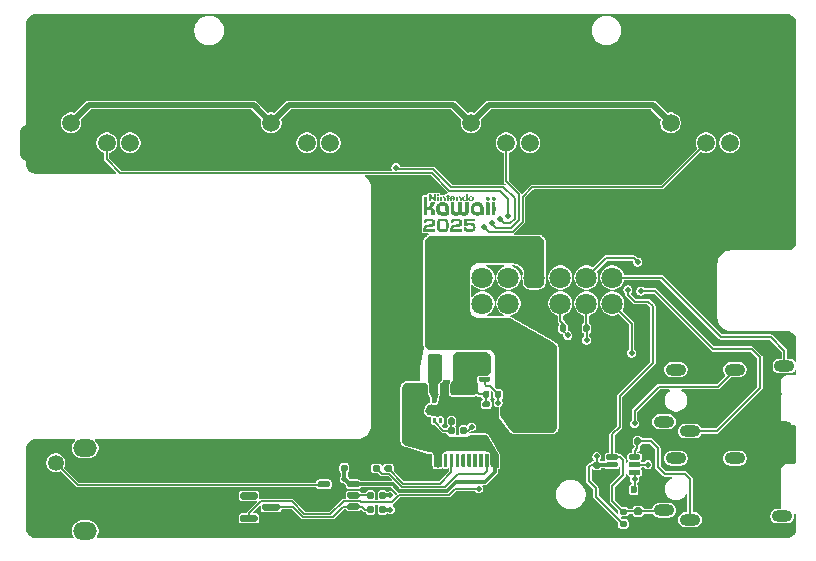
<source format=gbr>
%TF.GenerationSoftware,KiCad,Pcbnew,9.0.0-rc3*%
%TF.CreationDate,2025-06-04T22:51:28-04:00*%
%TF.ProjectId,dock,646f636b-2e6b-4696-9361-645f70636258,rev?*%
%TF.SameCoordinates,Original*%
%TF.FileFunction,Copper,L1,Top*%
%TF.FilePolarity,Positive*%
%FSLAX46Y46*%
G04 Gerber Fmt 4.6, Leading zero omitted, Abs format (unit mm)*
G04 Created by KiCad (PCBNEW 9.0.0-rc3) date 2025-06-04 22:51:28*
%MOMM*%
%LPD*%
G01*
G04 APERTURE LIST*
%ADD10C,0.150000*%
%TA.AperFunction,NonConductor*%
%ADD11C,0.150000*%
%TD*%
%TA.AperFunction,NonConductor*%
%ADD12C,0.000000*%
%TD*%
%TA.AperFunction,SMDPad,CuDef*%
%ADD13R,1.725000X2.235000*%
%TD*%
%TA.AperFunction,ComponentPad*%
%ADD14C,1.500000*%
%TD*%
%TA.AperFunction,ComponentPad*%
%ADD15O,1.750000X3.250000*%
%TD*%
%TA.AperFunction,ComponentPad*%
%ADD16O,3.250000X1.750000*%
%TD*%
%TA.AperFunction,ComponentPad*%
%ADD17O,1.750000X1.000000*%
%TD*%
%TA.AperFunction,ComponentPad*%
%ADD18C,1.800000*%
%TD*%
%TA.AperFunction,ComponentPad*%
%ADD19C,1.350000*%
%TD*%
%TA.AperFunction,ComponentPad*%
%ADD20O,2.000000X1.500000*%
%TD*%
%TA.AperFunction,ViaPad*%
%ADD21C,0.508000*%
%TD*%
%TA.AperFunction,Conductor*%
%ADD22C,0.127000*%
%TD*%
%TA.AperFunction,Conductor*%
%ADD23C,0.600000*%
%TD*%
%TA.AperFunction,Conductor*%
%ADD24C,0.300000*%
%TD*%
%TA.AperFunction,Conductor*%
%ADD25C,0.200000*%
%TD*%
%TA.AperFunction,Conductor*%
%ADD26C,0.500000*%
%TD*%
G04 APERTURE END LIST*
D10*
D11*
G36*
X152581943Y-105113016D02*
G01*
X152652999Y-105096988D01*
X152729715Y-105064642D01*
X152764219Y-105044093D01*
X152793408Y-105021991D01*
X152800052Y-105015990D01*
X152829952Y-104978102D01*
X152853581Y-104924954D01*
X152869584Y-104855673D01*
X152876092Y-104777650D01*
X152876256Y-104762833D01*
X152874334Y-104713111D01*
X152868696Y-104668321D01*
X152860011Y-104629880D01*
X152848276Y-104595486D01*
X152834056Y-104565635D01*
X152817252Y-104539209D01*
X152776217Y-104495554D01*
X152723971Y-104461914D01*
X152657488Y-104437023D01*
X152571443Y-104420684D01*
X152455481Y-104413098D01*
X152378733Y-104412344D01*
X152294378Y-104414284D01*
X152220435Y-104420043D01*
X152161968Y-104428465D01*
X152110944Y-104439874D01*
X152070209Y-104452924D01*
X152034928Y-104468387D01*
X152006320Y-104485119D01*
X151981876Y-104503906D01*
X151944688Y-104546669D01*
X151918995Y-104599177D01*
X151902634Y-104666979D01*
X151894758Y-104762089D01*
X151893789Y-104808140D01*
X152124415Y-104808140D01*
X152128834Y-104736943D01*
X152134533Y-104709449D01*
X152143728Y-104686775D01*
X152154352Y-104671630D01*
X152168318Y-104659135D01*
X152206554Y-104641618D01*
X152271936Y-104630518D01*
X152401142Y-104626301D01*
X152468266Y-104628267D01*
X152522011Y-104634214D01*
X152556680Y-104641988D01*
X152584290Y-104652454D01*
X152603083Y-104663723D01*
X152617643Y-104677065D01*
X152635594Y-104708769D01*
X152643530Y-104753861D01*
X152644164Y-104776816D01*
X152642086Y-104812766D01*
X152635357Y-104841748D01*
X152626972Y-104859125D01*
X152615351Y-104873449D01*
X152583707Y-104893211D01*
X152530982Y-104906452D01*
X152510075Y-104909134D01*
X152151648Y-104949678D01*
X152110369Y-104956245D01*
X152073402Y-104965946D01*
X152040691Y-104978413D01*
X152011772Y-104993414D01*
X151963569Y-105030688D01*
X151926514Y-105077634D01*
X151899427Y-105135152D01*
X151882129Y-105204631D01*
X151874733Y-105287024D01*
X151874188Y-105332102D01*
X151874188Y-105530000D01*
X152869295Y-105530000D01*
X152869295Y-105316104D01*
X152107684Y-105316104D01*
X152107684Y-105283131D01*
X152109599Y-105251880D01*
X152115183Y-105226472D01*
X152123122Y-105208086D01*
X152133653Y-105193364D01*
X152161744Y-105172977D01*
X152204985Y-105159934D01*
X152237561Y-105154965D01*
X152581943Y-105113016D01*
G37*
G36*
X153635477Y-104415747D02*
G01*
X153742836Y-104428090D01*
X153819225Y-104448567D01*
X153876621Y-104477344D01*
X153900483Y-104495414D01*
X153921702Y-104516344D01*
X153941189Y-104541479D01*
X153958067Y-104570159D01*
X153973931Y-104606434D01*
X153986948Y-104647643D01*
X153998941Y-104703183D01*
X154007545Y-104766531D01*
X154014300Y-104863877D01*
X154016381Y-104977095D01*
X154013332Y-105112695D01*
X154001058Y-105239308D01*
X153980828Y-105328178D01*
X153953113Y-105393277D01*
X153916882Y-105442750D01*
X153894304Y-105463508D01*
X153868831Y-105481362D01*
X153837333Y-105497846D01*
X153801966Y-105511290D01*
X153754726Y-105523627D01*
X153701440Y-105532430D01*
X153616130Y-105539585D01*
X153517454Y-105541723D01*
X153387275Y-105538244D01*
X153280434Y-105525812D01*
X153204288Y-105505237D01*
X153146992Y-105476335D01*
X153123146Y-105458185D01*
X153101934Y-105437166D01*
X153082446Y-105411924D01*
X153065561Y-105383126D01*
X153049695Y-105346725D01*
X153036671Y-105305379D01*
X153024687Y-105249758D01*
X153016087Y-105186336D01*
X153009368Y-105089542D01*
X153007343Y-104979842D01*
X153242192Y-104979842D01*
X153245034Y-105123314D01*
X153254668Y-105207796D01*
X153270676Y-105257554D01*
X153285120Y-105280002D01*
X153303658Y-105297082D01*
X153326785Y-105309526D01*
X153354999Y-105318066D01*
X153428666Y-105326363D01*
X153528628Y-105327827D01*
X153623843Y-105324819D01*
X153682682Y-105314499D01*
X153720596Y-105296271D01*
X153735573Y-105282799D01*
X153747944Y-105266036D01*
X153759683Y-105241081D01*
X153768417Y-105210278D01*
X153778871Y-105122415D01*
X153781481Y-104999443D01*
X153777952Y-104866282D01*
X153768342Y-104754841D01*
X153757789Y-104706168D01*
X153737985Y-104673151D01*
X153721917Y-104659051D01*
X153702425Y-104648072D01*
X153666585Y-104636585D01*
X153622906Y-104629999D01*
X153511837Y-104626301D01*
X153410094Y-104628476D01*
X153346974Y-104637424D01*
X153307427Y-104653987D01*
X153292084Y-104666253D01*
X153279310Y-104681675D01*
X153267255Y-104704367D01*
X153258072Y-104732518D01*
X153249991Y-104776867D01*
X153245154Y-104832080D01*
X153242192Y-104979842D01*
X153007343Y-104979842D01*
X153007292Y-104977095D01*
X153010385Y-104841482D01*
X153022753Y-104715079D01*
X153043096Y-104626189D01*
X153070934Y-104561006D01*
X153107288Y-104511445D01*
X153129924Y-104490650D01*
X153155448Y-104472765D01*
X153186984Y-104456255D01*
X153222372Y-104442794D01*
X153269595Y-104430445D01*
X153322825Y-104421636D01*
X153407901Y-104414483D01*
X153506219Y-104412344D01*
X153635477Y-104415747D01*
G37*
G36*
X154862194Y-105113016D02*
G01*
X154933250Y-105096988D01*
X155009966Y-105064642D01*
X155044471Y-105044093D01*
X155073659Y-105021991D01*
X155080303Y-105015990D01*
X155110203Y-104978102D01*
X155133833Y-104924954D01*
X155149835Y-104855673D01*
X155156343Y-104777650D01*
X155156507Y-104762833D01*
X155154585Y-104713111D01*
X155148947Y-104668321D01*
X155140263Y-104629880D01*
X155128527Y-104595486D01*
X155114308Y-104565635D01*
X155097504Y-104539209D01*
X155056468Y-104495554D01*
X155004223Y-104461914D01*
X154937739Y-104437023D01*
X154851694Y-104420684D01*
X154735732Y-104413098D01*
X154658984Y-104412344D01*
X154574629Y-104414284D01*
X154500687Y-104420043D01*
X154442220Y-104428465D01*
X154391195Y-104439874D01*
X154350460Y-104452924D01*
X154315179Y-104468387D01*
X154286572Y-104485119D01*
X154262127Y-104503906D01*
X154224939Y-104546669D01*
X154199247Y-104599177D01*
X154182885Y-104666979D01*
X154175009Y-104762089D01*
X154174040Y-104808140D01*
X154404666Y-104808140D01*
X154409085Y-104736943D01*
X154414784Y-104709449D01*
X154423979Y-104686775D01*
X154434603Y-104671630D01*
X154448569Y-104659135D01*
X154486805Y-104641618D01*
X154552187Y-104630518D01*
X154681393Y-104626301D01*
X154748517Y-104628267D01*
X154802262Y-104634214D01*
X154836931Y-104641988D01*
X154864541Y-104652454D01*
X154883335Y-104663723D01*
X154897894Y-104677065D01*
X154915845Y-104708769D01*
X154923781Y-104753861D01*
X154924415Y-104776816D01*
X154922337Y-104812766D01*
X154915608Y-104841748D01*
X154907223Y-104859125D01*
X154895602Y-104873449D01*
X154863959Y-104893211D01*
X154811233Y-104906452D01*
X154790326Y-104909134D01*
X154431899Y-104949678D01*
X154390621Y-104956245D01*
X154353653Y-104965946D01*
X154320943Y-104978413D01*
X154292024Y-104993414D01*
X154243820Y-105030688D01*
X154206765Y-105077634D01*
X154179679Y-105135152D01*
X154162381Y-105204631D01*
X154154984Y-105287024D01*
X154154439Y-105332102D01*
X154154439Y-105530000D01*
X155149546Y-105530000D01*
X155149546Y-105316104D01*
X154387936Y-105316104D01*
X154387936Y-105283131D01*
X154389850Y-105251880D01*
X154395434Y-105226472D01*
X154403374Y-105208086D01*
X154413905Y-105193364D01*
X154441995Y-105172977D01*
X154485236Y-105159934D01*
X154517812Y-105154965D01*
X154862194Y-105113016D01*
G37*
G36*
X155339384Y-104424068D02*
G01*
X155323874Y-105070762D01*
X155538686Y-105070762D01*
X155552331Y-105041124D01*
X155565976Y-105027589D01*
X155587672Y-105015510D01*
X155620043Y-105005333D01*
X155665717Y-104997509D01*
X155727319Y-104992486D01*
X155807475Y-104990711D01*
X155877879Y-104992691D01*
X155933729Y-104998734D01*
X155968650Y-105006481D01*
X155996357Y-105016936D01*
X156015024Y-105028137D01*
X156029499Y-105041442D01*
X156047534Y-105073314D01*
X156056148Y-105119651D01*
X156057519Y-105164185D01*
X156055343Y-105208495D01*
X156047927Y-105244241D01*
X156039332Y-105263887D01*
X156027366Y-105280320D01*
X155995837Y-105302742D01*
X155945585Y-105317833D01*
X155858873Y-105326375D01*
X155776700Y-105327827D01*
X155704584Y-105325860D01*
X155647700Y-105319903D01*
X155612051Y-105312237D01*
X155584040Y-105301940D01*
X155565388Y-105290966D01*
X155551121Y-105277995D01*
X155533847Y-105247217D01*
X155526154Y-105202573D01*
X155525252Y-105167848D01*
X155291756Y-105167848D01*
X155294604Y-105231542D01*
X155301528Y-105287808D01*
X155310760Y-105329904D01*
X155323263Y-105367264D01*
X155337388Y-105396947D01*
X155354392Y-105423224D01*
X155373324Y-105445207D01*
X155395064Y-105464448D01*
X155448033Y-105495646D01*
X155518991Y-105518894D01*
X155617879Y-105534474D01*
X155763615Y-105541491D01*
X155803323Y-105541723D01*
X155891858Y-105539705D01*
X155970082Y-105533391D01*
X156026941Y-105524723D01*
X156077438Y-105512683D01*
X156116459Y-105499275D01*
X156151029Y-105483003D01*
X156178841Y-105465531D01*
X156203225Y-105445447D01*
X156223535Y-105423606D01*
X156240926Y-105399163D01*
X156267718Y-105341213D01*
X156284708Y-105266338D01*
X156291015Y-105164185D01*
X156289089Y-105105566D01*
X156283422Y-105053243D01*
X156274836Y-105009493D01*
X156263233Y-104970699D01*
X156249462Y-104938003D01*
X156233186Y-104909306D01*
X156214857Y-104884740D01*
X156194340Y-104863550D01*
X156145881Y-104829621D01*
X156084950Y-104805392D01*
X156006071Y-104790157D01*
X155898144Y-104783995D01*
X155871894Y-104783838D01*
X155792594Y-104785697D01*
X155728297Y-104790896D01*
X155678807Y-104798496D01*
X155639398Y-104808146D01*
X155583252Y-104831749D01*
X155547845Y-104855889D01*
X155555966Y-104638025D01*
X156247662Y-104638025D01*
X156247662Y-104424068D01*
X155339384Y-104424068D01*
G37*
D12*
%TA.AperFunction,NonConductor*%
G36*
X152845431Y-102366158D02*
G01*
X152932884Y-102366878D01*
X152933623Y-102638050D01*
X152933716Y-102831359D01*
X152933403Y-102891559D01*
X152932884Y-102915326D01*
X152931408Y-102921429D01*
X152760727Y-102921429D01*
X152751553Y-102907191D01*
X152744108Y-102895484D01*
X152731623Y-102875496D01*
X152675662Y-102785163D01*
X152616479Y-102689611D01*
X152588475Y-102644829D01*
X152575713Y-102624366D01*
X152564070Y-102605399D01*
X152558957Y-102597052D01*
X152553055Y-102587561D01*
X152547094Y-102578094D01*
X152541805Y-102569820D01*
X152539467Y-102566150D01*
X152537203Y-102562496D01*
X152535066Y-102558954D01*
X152533112Y-102555620D01*
X152531398Y-102552591D01*
X152529978Y-102549962D01*
X152528909Y-102547831D01*
X152528245Y-102546293D01*
X152528134Y-102546241D01*
X152528021Y-102546681D01*
X152527790Y-102548990D01*
X152527310Y-102558996D01*
X152526338Y-102597914D01*
X152525446Y-102657011D01*
X152524750Y-102730253D01*
X152523400Y-102920075D01*
X152438814Y-102920795D01*
X152395391Y-102920987D01*
X152380465Y-102920891D01*
X152369342Y-102920636D01*
X152361479Y-102920201D01*
X152356335Y-102919562D01*
X152354614Y-102919160D01*
X152353369Y-102918699D01*
X152352533Y-102918177D01*
X152352038Y-102917589D01*
X152352060Y-102917600D01*
X152351634Y-102911218D01*
X152351264Y-102894452D01*
X152350718Y-102834324D01*
X152350469Y-102746337D01*
X152350565Y-102639608D01*
X152351267Y-102365529D01*
X152526124Y-102365529D01*
X152533984Y-102378400D01*
X152551889Y-102407546D01*
X152577700Y-102449577D01*
X152591690Y-102472280D01*
X152603183Y-102490691D01*
X152607812Y-102498070D01*
X152613232Y-102506812D01*
X152618768Y-102515825D01*
X152623746Y-102524015D01*
X152635389Y-102543042D01*
X152648152Y-102563552D01*
X152660752Y-102583769D01*
X152672008Y-102602089D01*
X152707928Y-102660438D01*
X152746162Y-102721909D01*
X152757977Y-102740693D01*
X152757977Y-102365438D01*
X152845431Y-102366158D01*
G37*
%TD.AperFunction*%
%TA.AperFunction,NonConductor*%
G36*
X153592498Y-102533230D02*
G01*
X153601925Y-102534098D01*
X153611301Y-102535402D01*
X153620595Y-102537139D01*
X153629773Y-102539305D01*
X153638804Y-102541895D01*
X153647656Y-102544908D01*
X153656296Y-102548338D01*
X153664693Y-102552181D01*
X153672813Y-102556436D01*
X153681179Y-102561345D01*
X153689124Y-102566480D01*
X153696650Y-102571847D01*
X153703763Y-102577452D01*
X153710467Y-102583300D01*
X153716767Y-102589397D01*
X153722667Y-102595749D01*
X153728172Y-102602361D01*
X153733285Y-102609239D01*
X153738012Y-102616389D01*
X153742357Y-102623816D01*
X153746325Y-102631527D01*
X153749919Y-102639526D01*
X153753145Y-102647820D01*
X153756006Y-102656413D01*
X153758508Y-102665313D01*
X153759441Y-102669050D01*
X153760263Y-102672651D01*
X153760978Y-102676286D01*
X153761594Y-102680124D01*
X153762117Y-102684334D01*
X153762552Y-102689085D01*
X153762905Y-102694547D01*
X153763182Y-102700890D01*
X153763389Y-102708281D01*
X153763533Y-102716890D01*
X153763619Y-102726888D01*
X153763653Y-102738442D01*
X153763590Y-102766898D01*
X153763391Y-102803612D01*
X153762689Y-102920124D01*
X153597273Y-102920124D01*
X153595905Y-102791315D01*
X153595091Y-102731699D01*
X153594088Y-102690461D01*
X153593493Y-102676105D01*
X153592825Y-102665589D01*
X153592075Y-102658661D01*
X153591234Y-102655071D01*
X153590841Y-102654252D01*
X153590347Y-102653335D01*
X153589760Y-102652329D01*
X153589088Y-102651245D01*
X153588336Y-102650092D01*
X153587513Y-102648881D01*
X153585682Y-102646322D01*
X153583654Y-102643648D01*
X153581486Y-102640939D01*
X153579238Y-102638275D01*
X153578101Y-102636985D01*
X153576967Y-102635735D01*
X153574137Y-102632894D01*
X153571036Y-102630203D01*
X153567690Y-102627670D01*
X153564125Y-102625306D01*
X153560370Y-102623120D01*
X153556449Y-102621121D01*
X153552391Y-102619319D01*
X153548221Y-102617724D01*
X153543965Y-102616343D01*
X153539652Y-102615188D01*
X153535307Y-102614267D01*
X153530957Y-102613591D01*
X153526629Y-102613167D01*
X153522348Y-102613006D01*
X153518143Y-102613117D01*
X153514039Y-102613510D01*
X153510402Y-102614085D01*
X153506725Y-102614845D01*
X153503031Y-102615779D01*
X153499340Y-102616877D01*
X153495673Y-102618128D01*
X153492052Y-102619521D01*
X153488497Y-102621045D01*
X153485031Y-102622691D01*
X153481674Y-102624448D01*
X153478448Y-102626304D01*
X153475374Y-102628250D01*
X153472473Y-102630274D01*
X153469766Y-102632367D01*
X153467275Y-102634517D01*
X153465020Y-102636715D01*
X153463024Y-102638949D01*
X153460221Y-102642424D01*
X153458948Y-102644107D01*
X153457757Y-102645786D01*
X153456644Y-102647489D01*
X153455609Y-102649241D01*
X153454647Y-102651066D01*
X153453757Y-102652992D01*
X153452935Y-102655043D01*
X153452179Y-102657245D01*
X153451487Y-102659625D01*
X153450856Y-102662206D01*
X153450283Y-102665016D01*
X153449765Y-102668080D01*
X153449300Y-102671424D01*
X153448886Y-102675072D01*
X153448519Y-102679052D01*
X153448198Y-102683388D01*
X153447918Y-102688106D01*
X153447679Y-102693232D01*
X153447309Y-102704809D01*
X153447067Y-102718326D01*
X153446931Y-102733987D01*
X153446881Y-102751998D01*
X153446954Y-102795888D01*
X153446952Y-102842642D01*
X153446681Y-102881361D01*
X153446192Y-102908021D01*
X153445880Y-102915570D01*
X153445532Y-102918595D01*
X153443271Y-102919350D01*
X153437796Y-102919997D01*
X153419025Y-102920969D01*
X153392872Y-102921518D01*
X153362988Y-102921655D01*
X153333027Y-102921386D01*
X153306639Y-102920721D01*
X153287478Y-102919668D01*
X153281749Y-102918998D01*
X153279196Y-102918235D01*
X153279185Y-102918229D01*
X153278358Y-102913377D01*
X153277641Y-102901274D01*
X153276538Y-102859454D01*
X153275656Y-102734376D01*
X153276538Y-102609296D01*
X153277641Y-102567475D01*
X153278358Y-102555370D01*
X153279185Y-102550517D01*
X153279468Y-102550299D01*
X153279871Y-102550089D01*
X153281051Y-102549695D01*
X153282749Y-102549334D01*
X153284990Y-102549006D01*
X153287798Y-102548709D01*
X153291197Y-102548442D01*
X153295213Y-102548205D01*
X153299869Y-102547997D01*
X153311201Y-102547664D01*
X153325389Y-102547434D01*
X153342628Y-102547302D01*
X153363114Y-102547259D01*
X153393027Y-102547251D01*
X153415090Y-102547425D01*
X153423540Y-102547676D01*
X153430461Y-102548085D01*
X153435998Y-102548691D01*
X153440294Y-102549531D01*
X153443495Y-102550644D01*
X153444730Y-102551314D01*
X153445745Y-102552066D01*
X153446558Y-102552905D01*
X153447188Y-102553835D01*
X153447969Y-102555990D01*
X153448232Y-102558568D01*
X153448121Y-102561606D01*
X153447358Y-102569216D01*
X153447143Y-102571886D01*
X153447023Y-102574377D01*
X153446993Y-102576636D01*
X153447052Y-102578607D01*
X153447113Y-102579468D01*
X153447195Y-102580236D01*
X153447297Y-102580904D01*
X153447419Y-102581467D01*
X153447560Y-102581916D01*
X153447720Y-102582246D01*
X153447899Y-102582448D01*
X153447995Y-102582500D01*
X153448096Y-102582517D01*
X153448212Y-102582507D01*
X153448350Y-102582476D01*
X153448687Y-102582356D01*
X153449104Y-102582160D01*
X153449594Y-102581892D01*
X153450152Y-102581558D01*
X153450771Y-102581160D01*
X153451447Y-102580702D01*
X153452173Y-102580190D01*
X153452944Y-102579627D01*
X153453755Y-102579017D01*
X153454600Y-102578364D01*
X153455473Y-102577672D01*
X153456368Y-102576945D01*
X153457280Y-102576187D01*
X153458203Y-102575403D01*
X153459132Y-102574596D01*
X153462080Y-102572132D01*
X153465333Y-102569642D01*
X153468862Y-102567139D01*
X153472642Y-102564638D01*
X153476645Y-102562152D01*
X153480846Y-102559694D01*
X153485217Y-102557278D01*
X153489731Y-102554918D01*
X153494362Y-102552627D01*
X153499082Y-102550420D01*
X153503866Y-102548309D01*
X153508687Y-102546308D01*
X153513517Y-102544431D01*
X153518330Y-102542691D01*
X153523099Y-102541103D01*
X153527798Y-102539679D01*
X153536678Y-102537390D01*
X153545732Y-102535563D01*
X153554928Y-102534194D01*
X153564236Y-102533280D01*
X153573621Y-102532818D01*
X153583053Y-102532802D01*
X153592498Y-102533230D01*
G37*
%TD.AperFunction*%
%TA.AperFunction,NonConductor*%
G36*
X152123211Y-102551445D02*
G01*
X152166323Y-102552000D01*
X152180001Y-102552467D01*
X152189280Y-102553081D01*
X152194799Y-102553860D01*
X152196348Y-102554315D01*
X152197197Y-102554818D01*
X152197459Y-102555324D01*
X152197709Y-102556326D01*
X152198177Y-102559961D01*
X152198601Y-102565993D01*
X152198986Y-102574697D01*
X152199647Y-102601212D01*
X152200181Y-102641687D01*
X152200609Y-102698307D01*
X152200955Y-102773255D01*
X152201481Y-102986866D01*
X152202237Y-103415388D01*
X152255714Y-103414487D01*
X152275973Y-103414044D01*
X152284402Y-103413746D01*
X152291860Y-103413352D01*
X152298472Y-103412831D01*
X152304360Y-103412151D01*
X152309647Y-103411279D01*
X152314456Y-103410183D01*
X152318911Y-103408830D01*
X152323134Y-103407188D01*
X152327249Y-103405224D01*
X152331378Y-103402906D01*
X152335645Y-103400202D01*
X152340173Y-103397079D01*
X152350504Y-103389447D01*
X152353715Y-103386887D01*
X152357086Y-103383945D01*
X152360586Y-103380660D01*
X152364184Y-103377069D01*
X152367847Y-103373212D01*
X152371545Y-103369127D01*
X152375246Y-103364852D01*
X152378919Y-103360426D01*
X152382533Y-103355888D01*
X152386056Y-103351275D01*
X152389456Y-103346628D01*
X152392703Y-103341984D01*
X152395765Y-103337381D01*
X152398611Y-103332859D01*
X152401209Y-103328456D01*
X152403528Y-103324210D01*
X152410475Y-103309303D01*
X152425202Y-103276723D01*
X152469356Y-103177776D01*
X152529521Y-103042188D01*
X152684868Y-103041468D01*
X152770281Y-103041177D01*
X152817561Y-103041568D01*
X152830629Y-103042105D01*
X152838639Y-103042916D01*
X152843082Y-103044037D01*
X152845450Y-103045500D01*
X152846121Y-103046139D01*
X152846732Y-103046787D01*
X152847282Y-103047447D01*
X152847535Y-103047782D01*
X152847773Y-103048122D01*
X152847996Y-103048466D01*
X152848205Y-103048815D01*
X152848399Y-103049169D01*
X152848579Y-103049528D01*
X152848745Y-103049894D01*
X152848897Y-103050265D01*
X152849034Y-103050644D01*
X152849158Y-103051029D01*
X152849268Y-103051421D01*
X152849364Y-103051821D01*
X152849447Y-103052228D01*
X152849516Y-103052644D01*
X152849572Y-103053069D01*
X152849615Y-103053502D01*
X152849660Y-103054398D01*
X152849654Y-103055333D01*
X152849597Y-103056311D01*
X152849489Y-103057335D01*
X152849332Y-103058407D01*
X152843992Y-103072337D01*
X152830730Y-103103231D01*
X152789471Y-103195895D01*
X152743611Y-103296367D01*
X152724598Y-103337022D01*
X152711205Y-103364618D01*
X152703121Y-103380198D01*
X152695233Y-103394618D01*
X152687494Y-103407929D01*
X152679852Y-103420181D01*
X152672260Y-103431427D01*
X152664668Y-103441717D01*
X152657026Y-103451103D01*
X152649286Y-103459635D01*
X152641397Y-103467366D01*
X152633311Y-103474347D01*
X152624978Y-103480628D01*
X152616350Y-103486261D01*
X152607376Y-103491298D01*
X152598007Y-103495790D01*
X152588195Y-103499787D01*
X152577889Y-103503342D01*
X152574052Y-103504599D01*
X152570441Y-103505865D01*
X152567139Y-103507104D01*
X152564226Y-103508281D01*
X152561785Y-103509364D01*
X152559895Y-103510316D01*
X152559183Y-103510733D01*
X152558639Y-103511105D01*
X152558274Y-103511426D01*
X152558098Y-103511694D01*
X152558097Y-103511820D01*
X152558172Y-103511961D01*
X152558320Y-103512116D01*
X152558541Y-103512284D01*
X152559189Y-103512660D01*
X152560103Y-103513084D01*
X152561268Y-103513552D01*
X152562668Y-103514059D01*
X152564291Y-103514601D01*
X152566121Y-103515173D01*
X152568143Y-103515770D01*
X152570344Y-103516389D01*
X152572708Y-103517025D01*
X152575221Y-103517673D01*
X152580638Y-103518988D01*
X152586476Y-103520299D01*
X152613835Y-103526863D01*
X152639324Y-103534374D01*
X152662997Y-103542890D01*
X152684907Y-103552465D01*
X152695219Y-103557667D01*
X152705110Y-103563155D01*
X152714588Y-103568936D01*
X152723659Y-103575016D01*
X152732330Y-103581403D01*
X152740608Y-103588104D01*
X152748500Y-103595125D01*
X152756013Y-103602474D01*
X152763152Y-103610157D01*
X152769926Y-103618181D01*
X152776341Y-103626554D01*
X152782403Y-103635283D01*
X152788120Y-103644373D01*
X152793498Y-103653833D01*
X152798543Y-103663669D01*
X152803264Y-103673888D01*
X152811756Y-103695504D01*
X152819029Y-103718736D01*
X152825137Y-103743640D01*
X152830133Y-103770271D01*
X152831459Y-103779839D01*
X152832028Y-103785277D01*
X152832540Y-103791361D01*
X152833414Y-103806092D01*
X152834114Y-103825285D01*
X152834678Y-103850193D01*
X152835142Y-103882070D01*
X152835911Y-103971747D01*
X152836314Y-104054846D01*
X152836134Y-104108754D01*
X152835317Y-104138395D01*
X152834652Y-104145653D01*
X152833807Y-104148690D01*
X152829844Y-104149766D01*
X152820384Y-104150692D01*
X152788091Y-104152099D01*
X152743160Y-104152915D01*
X152691823Y-104153147D01*
X152640314Y-104152799D01*
X152594864Y-104151876D01*
X152561706Y-104150385D01*
X152551684Y-104149428D01*
X152547072Y-104148330D01*
X152541046Y-104144117D01*
X152541046Y-104007886D01*
X152540832Y-103952065D01*
X152540241Y-103904071D01*
X152539347Y-103868195D01*
X152538810Y-103856141D01*
X152538225Y-103848725D01*
X152536042Y-103833944D01*
X152533217Y-103819989D01*
X152529744Y-103806853D01*
X152525616Y-103794526D01*
X152520826Y-103783001D01*
X152515368Y-103772270D01*
X152509235Y-103762323D01*
X152502421Y-103753152D01*
X152498755Y-103748856D01*
X152494917Y-103744751D01*
X152490905Y-103740835D01*
X152486719Y-103737109D01*
X152482357Y-103733571D01*
X152477818Y-103730219D01*
X152468209Y-103724073D01*
X152457884Y-103718662D01*
X152446837Y-103713979D01*
X152435061Y-103710014D01*
X152422549Y-103706759D01*
X152419461Y-103706114D01*
X152416173Y-103705532D01*
X152412602Y-103705011D01*
X152408666Y-103704547D01*
X152404281Y-103704138D01*
X152399364Y-103703780D01*
X152393833Y-103703471D01*
X152387605Y-103703207D01*
X152372725Y-103702803D01*
X152354060Y-103702545D01*
X152330949Y-103702408D01*
X152302726Y-103702367D01*
X152202420Y-103702367D01*
X152201502Y-103922696D01*
X152200192Y-104079698D01*
X152199278Y-104128543D01*
X152198329Y-104147772D01*
X152198105Y-104148176D01*
X152197815Y-104148555D01*
X152197438Y-104148913D01*
X152196951Y-104149248D01*
X152196334Y-104149562D01*
X152195564Y-104149855D01*
X152194620Y-104150128D01*
X152193480Y-104150383D01*
X152192123Y-104150618D01*
X152190527Y-104150836D01*
X152188670Y-104151037D01*
X152186532Y-104151222D01*
X152184090Y-104151390D01*
X152181322Y-104151544D01*
X152178208Y-104151683D01*
X152174725Y-104151809D01*
X152166569Y-104152021D01*
X152156679Y-104152188D01*
X152144885Y-104152314D01*
X152131012Y-104152404D01*
X152114888Y-104152465D01*
X152096340Y-104152501D01*
X152051283Y-104152524D01*
X151906495Y-104152524D01*
X151906500Y-103353876D01*
X151907181Y-102669956D01*
X151908601Y-102572504D01*
X151909746Y-102557072D01*
X151911245Y-102553233D01*
X151912449Y-102553034D01*
X151915032Y-102552840D01*
X151924043Y-102552474D01*
X151955381Y-102551856D01*
X152000547Y-102551441D01*
X152054831Y-102551289D01*
X152123211Y-102551445D01*
G37*
%TD.AperFunction*%
%TA.AperFunction,NonConductor*%
G36*
X155661987Y-103040863D02*
G01*
X155688058Y-103041079D01*
X155705858Y-103041496D01*
X155717118Y-103042178D01*
X155723568Y-103043191D01*
X155725530Y-103043842D01*
X155726939Y-103044601D01*
X155728960Y-103046473D01*
X155729416Y-103047017D01*
X155729845Y-103047650D01*
X155730247Y-103048431D01*
X155730624Y-103049422D01*
X155730977Y-103050680D01*
X155731306Y-103052267D01*
X155731613Y-103054242D01*
X155731899Y-103056666D01*
X155732164Y-103059598D01*
X155732410Y-103063097D01*
X155732638Y-103067225D01*
X155732848Y-103072041D01*
X155733041Y-103077604D01*
X155733220Y-103083976D01*
X155733384Y-103091215D01*
X155733535Y-103099381D01*
X155733800Y-103118737D01*
X155734024Y-103142522D01*
X155734214Y-103171216D01*
X155734379Y-103205299D01*
X155734665Y-103291546D01*
X155734945Y-103405099D01*
X155735044Y-103655310D01*
X155734283Y-103736912D01*
X155732691Y-103796540D01*
X155730050Y-103839464D01*
X155726143Y-103870956D01*
X155720751Y-103896287D01*
X155713656Y-103920726D01*
X155709027Y-103934584D01*
X155703869Y-103948134D01*
X155698189Y-103961370D01*
X155691997Y-103974284D01*
X155685302Y-103986871D01*
X155678113Y-103999124D01*
X155670440Y-104011037D01*
X155662290Y-104022603D01*
X155653674Y-104033816D01*
X155644601Y-104044670D01*
X155635079Y-104055157D01*
X155625118Y-104065272D01*
X155614727Y-104075008D01*
X155603915Y-104084358D01*
X155592691Y-104093317D01*
X155581064Y-104101877D01*
X155569044Y-104110033D01*
X155556639Y-104117777D01*
X155543859Y-104125104D01*
X155530712Y-104132006D01*
X155517209Y-104138478D01*
X155503357Y-104144513D01*
X155489166Y-104150105D01*
X155474646Y-104155247D01*
X155459805Y-104159932D01*
X155444652Y-104164155D01*
X155429196Y-104167909D01*
X155413448Y-104171187D01*
X155397415Y-104173983D01*
X155381107Y-104176290D01*
X155364533Y-104178102D01*
X155347702Y-104179413D01*
X155320113Y-104180455D01*
X155293197Y-104180092D01*
X155266940Y-104178318D01*
X155241326Y-104175128D01*
X155216340Y-104170514D01*
X155191969Y-104164471D01*
X155168196Y-104156992D01*
X155145008Y-104148071D01*
X155122389Y-104137703D01*
X155100326Y-104125879D01*
X155078802Y-104112595D01*
X155057803Y-104097845D01*
X155037314Y-104081621D01*
X155017322Y-104063917D01*
X154997810Y-104044728D01*
X154978764Y-104024047D01*
X154953894Y-103995727D01*
X154934220Y-104021954D01*
X154917587Y-104042890D01*
X154900212Y-104062336D01*
X154882090Y-104080295D01*
X154863217Y-104096769D01*
X154843586Y-104111761D01*
X154833485Y-104118702D01*
X154823193Y-104125273D01*
X154812709Y-104131474D01*
X154802032Y-104137306D01*
X154791162Y-104142769D01*
X154780099Y-104147863D01*
X154768841Y-104152589D01*
X154757388Y-104156947D01*
X154745740Y-104160937D01*
X154733895Y-104164560D01*
X154709614Y-104170703D01*
X154684540Y-104175380D01*
X154658668Y-104178592D01*
X154631992Y-104180342D01*
X154604508Y-104180631D01*
X154576211Y-104179462D01*
X154576212Y-104179446D01*
X154563758Y-104178498D01*
X154551550Y-104177310D01*
X154539574Y-104175879D01*
X154527814Y-104174200D01*
X154516255Y-104172271D01*
X154504883Y-104170087D01*
X154493681Y-104167644D01*
X154482634Y-104164939D01*
X154471728Y-104161966D01*
X154460947Y-104158723D01*
X154450276Y-104155206D01*
X154439699Y-104151411D01*
X154429202Y-104147333D01*
X154418770Y-104142969D01*
X154408387Y-104138315D01*
X154398037Y-104133367D01*
X154376897Y-104122164D01*
X154356809Y-104109929D01*
X154337791Y-104096686D01*
X154319859Y-104082457D01*
X154303030Y-104067267D01*
X154287319Y-104051138D01*
X154272743Y-104034095D01*
X154259319Y-104016161D01*
X154247063Y-103997359D01*
X154235992Y-103977713D01*
X154226122Y-103957247D01*
X154217469Y-103935983D01*
X154210050Y-103913946D01*
X154203881Y-103891159D01*
X154198979Y-103867646D01*
X154195360Y-103843429D01*
X154194591Y-103831802D01*
X154193968Y-103810333D01*
X154193143Y-103734658D01*
X154192848Y-103609983D01*
X154193049Y-103429887D01*
X154193859Y-103042108D01*
X154497574Y-103042108D01*
X154499050Y-103395989D01*
X154500000Y-103600000D01*
X154501088Y-103707608D01*
X154501896Y-103736066D01*
X154502992Y-103753389D01*
X154504461Y-103763899D01*
X154506389Y-103771919D01*
X154507983Y-103777699D01*
X154509627Y-103783215D01*
X154511329Y-103788482D01*
X154513099Y-103793519D01*
X154514944Y-103798342D01*
X154516875Y-103802968D01*
X154518898Y-103807415D01*
X154521025Y-103811698D01*
X154523262Y-103815835D01*
X154525619Y-103819843D01*
X154528105Y-103823740D01*
X154530729Y-103827541D01*
X154533499Y-103831263D01*
X154536424Y-103834925D01*
X154539513Y-103838543D01*
X154542775Y-103842133D01*
X154546104Y-103845575D01*
X154549512Y-103848867D01*
X154553002Y-103852011D01*
X154556578Y-103855008D01*
X154560242Y-103857861D01*
X154563999Y-103860572D01*
X154567852Y-103863142D01*
X154571804Y-103865573D01*
X154575858Y-103867869D01*
X154580018Y-103870030D01*
X154584288Y-103872059D01*
X154588670Y-103873957D01*
X154593168Y-103875727D01*
X154597786Y-103877371D01*
X154602527Y-103878891D01*
X154607394Y-103880288D01*
X154612358Y-103881466D01*
X154617934Y-103882486D01*
X154624031Y-103883350D01*
X154630557Y-103884058D01*
X154637421Y-103884609D01*
X154644531Y-103885004D01*
X154659126Y-103885324D01*
X154666428Y-103885249D01*
X154673610Y-103885018D01*
X154680582Y-103884630D01*
X154687252Y-103884086D01*
X154693528Y-103883386D01*
X154699320Y-103882529D01*
X154704536Y-103881516D01*
X154709084Y-103880346D01*
X154718160Y-103877396D01*
X154726692Y-103874120D01*
X154734704Y-103870496D01*
X154742213Y-103866501D01*
X154749243Y-103862114D01*
X154752583Y-103859767D01*
X154755812Y-103857313D01*
X154758930Y-103854749D01*
X154761941Y-103852074D01*
X154764847Y-103849284D01*
X154767652Y-103846377D01*
X154770356Y-103843349D01*
X154772964Y-103840198D01*
X154777898Y-103833516D01*
X154782474Y-103826309D01*
X154786714Y-103818554D01*
X154790638Y-103810230D01*
X154794266Y-103801314D01*
X154797619Y-103791784D01*
X154800717Y-103781617D01*
X154801761Y-103777852D01*
X154802235Y-103775979D01*
X154802677Y-103774021D01*
X154803091Y-103771908D01*
X154803476Y-103769571D01*
X154803834Y-103766941D01*
X154804168Y-103763949D01*
X154804477Y-103760525D01*
X154804763Y-103756600D01*
X154805028Y-103752105D01*
X154805273Y-103746970D01*
X154805499Y-103741126D01*
X154805709Y-103734505D01*
X154806080Y-103718651D01*
X154806398Y-103698855D01*
X154806674Y-103674562D01*
X154806917Y-103645218D01*
X154807140Y-103610269D01*
X154807565Y-103521341D01*
X154808034Y-103403347D01*
X154809881Y-103106586D01*
X154811301Y-103056484D01*
X154812277Y-103046653D01*
X154813486Y-103043405D01*
X154814611Y-103043109D01*
X154817044Y-103042828D01*
X154825651Y-103042316D01*
X154838945Y-103041871D01*
X154856561Y-103041499D01*
X154903307Y-103040982D01*
X154962978Y-103040796D01*
X155041486Y-103040899D01*
X155085776Y-103041472D01*
X155098248Y-103042029D01*
X155105954Y-103042818D01*
X155110159Y-103043876D01*
X155111342Y-103044518D01*
X155112124Y-103045242D01*
X155112408Y-103045763D01*
X155112679Y-103046650D01*
X155113185Y-103049648D01*
X155113647Y-103054500D01*
X155114067Y-103061466D01*
X155114799Y-103082789D01*
X155115411Y-103115709D01*
X155115933Y-103162320D01*
X155116394Y-103224715D01*
X155117256Y-103405226D01*
X155118164Y-103610477D01*
X155119231Y-103718371D01*
X155120034Y-103746698D01*
X155121128Y-103763750D01*
X155122598Y-103773884D01*
X155124527Y-103781455D01*
X155128405Y-103793896D01*
X155132766Y-103805475D01*
X155135134Y-103810946D01*
X155137630Y-103816207D01*
X155140257Y-103821261D01*
X155143017Y-103826110D01*
X155145912Y-103830754D01*
X155148945Y-103835196D01*
X155152119Y-103839438D01*
X155155434Y-103843483D01*
X155158895Y-103847331D01*
X155162503Y-103850984D01*
X155166261Y-103854445D01*
X155170172Y-103857716D01*
X155174236Y-103860798D01*
X155178458Y-103863694D01*
X155182839Y-103866405D01*
X155187382Y-103868933D01*
X155192090Y-103871280D01*
X155196964Y-103873448D01*
X155202006Y-103875439D01*
X155207221Y-103877255D01*
X155212609Y-103878897D01*
X155218173Y-103880368D01*
X155223916Y-103881670D01*
X155229840Y-103882804D01*
X155242241Y-103884578D01*
X155255395Y-103885705D01*
X155268110Y-103886110D01*
X155280492Y-103885796D01*
X155292514Y-103884775D01*
X155304150Y-103883061D01*
X155315374Y-103880666D01*
X155326159Y-103877603D01*
X155336478Y-103873886D01*
X155346305Y-103869528D01*
X155355613Y-103864540D01*
X155364376Y-103858937D01*
X155372567Y-103852732D01*
X155380160Y-103845936D01*
X155387128Y-103838564D01*
X155393444Y-103830629D01*
X155399083Y-103822142D01*
X155404017Y-103813118D01*
X155405919Y-103809069D01*
X155407930Y-103804452D01*
X155409990Y-103799430D01*
X155412037Y-103794162D01*
X155414010Y-103788810D01*
X155415849Y-103783534D01*
X155417492Y-103778497D01*
X155418879Y-103773858D01*
X155424884Y-103752594D01*
X155425712Y-103400230D01*
X155427034Y-103129998D01*
X155428098Y-103066028D01*
X155428748Y-103050131D01*
X155429483Y-103044314D01*
X155429786Y-103044054D01*
X155430259Y-103043806D01*
X155430912Y-103043570D01*
X155431758Y-103043345D01*
X155434070Y-103042931D01*
X155437282Y-103042561D01*
X155441482Y-103042232D01*
X155446759Y-103041943D01*
X155453200Y-103041691D01*
X155460894Y-103041475D01*
X155480392Y-103041140D01*
X155505958Y-103040922D01*
X155538296Y-103040804D01*
X155578112Y-103040768D01*
X155661987Y-103040863D01*
G37*
%TD.AperFunction*%
%TA.AperFunction,NonConductor*%
G36*
X154926210Y-102532963D02*
G01*
X154935668Y-102533519D01*
X154945134Y-102534505D01*
X154954566Y-102535916D01*
X154963927Y-102537747D01*
X154973177Y-102539993D01*
X154982277Y-102542649D01*
X154991187Y-102545711D01*
X154999869Y-102549173D01*
X155008284Y-102553031D01*
X155016391Y-102557279D01*
X155023369Y-102561427D01*
X155030198Y-102565975D01*
X155036857Y-102570897D01*
X155043325Y-102576167D01*
X155049581Y-102581760D01*
X155055603Y-102587649D01*
X155061371Y-102593810D01*
X155066864Y-102600217D01*
X155072061Y-102606843D01*
X155076940Y-102613663D01*
X155081480Y-102620653D01*
X155085661Y-102627785D01*
X155089462Y-102635034D01*
X155092861Y-102642375D01*
X155095837Y-102649782D01*
X155098370Y-102657230D01*
X155099535Y-102661036D01*
X155100555Y-102664555D01*
X155101440Y-102667993D01*
X155102199Y-102671558D01*
X155102534Y-102673452D01*
X155102842Y-102675455D01*
X155103123Y-102677593D01*
X155103378Y-102679892D01*
X155103818Y-102685075D01*
X155104170Y-102691211D01*
X155104445Y-102698506D01*
X155104651Y-102707167D01*
X155104800Y-102717400D01*
X155104900Y-102729413D01*
X155104992Y-102759603D01*
X155105006Y-102799390D01*
X155105006Y-102920061D01*
X155021697Y-102920781D01*
X154938387Y-102921500D01*
X154937631Y-102793331D01*
X154936875Y-102665162D01*
X154930531Y-102652959D01*
X154929198Y-102650479D01*
X154927822Y-102648084D01*
X154926402Y-102645774D01*
X154924939Y-102643547D01*
X154923430Y-102641405D01*
X154921877Y-102639346D01*
X154920277Y-102637370D01*
X154918631Y-102635477D01*
X154916937Y-102633666D01*
X154915196Y-102631938D01*
X154913407Y-102630291D01*
X154911569Y-102628726D01*
X154909682Y-102627242D01*
X154907744Y-102625838D01*
X154905756Y-102624515D01*
X154903717Y-102623272D01*
X154901626Y-102622109D01*
X154899483Y-102621026D01*
X154897287Y-102620021D01*
X154895037Y-102619095D01*
X154892733Y-102618248D01*
X154890375Y-102617479D01*
X154887961Y-102616787D01*
X154885492Y-102616173D01*
X154882966Y-102615636D01*
X154880383Y-102615175D01*
X154877743Y-102614791D01*
X154875044Y-102614483D01*
X154872287Y-102614251D01*
X154869471Y-102614094D01*
X154863657Y-102614004D01*
X154858144Y-102614210D01*
X154852801Y-102614691D01*
X154847628Y-102615449D01*
X154842626Y-102616482D01*
X154837796Y-102617789D01*
X154833141Y-102619372D01*
X154828659Y-102621230D01*
X154824354Y-102623361D01*
X154820225Y-102625766D01*
X154816273Y-102628445D01*
X154812500Y-102631398D01*
X154808907Y-102634623D01*
X154805495Y-102638121D01*
X154802264Y-102641891D01*
X154799216Y-102645934D01*
X154796352Y-102650248D01*
X154795328Y-102651948D01*
X154794863Y-102652799D01*
X154794427Y-102653682D01*
X154794019Y-102654622D01*
X154793639Y-102655643D01*
X154793284Y-102656769D01*
X154792954Y-102658024D01*
X154792646Y-102659433D01*
X154792361Y-102661020D01*
X154792097Y-102662809D01*
X154791851Y-102664824D01*
X154791624Y-102667089D01*
X154791414Y-102669629D01*
X154791220Y-102672468D01*
X154791039Y-102675630D01*
X154790872Y-102679139D01*
X154790717Y-102683019D01*
X154790437Y-102691991D01*
X154790190Y-102702739D01*
X154789964Y-102715458D01*
X154789751Y-102730340D01*
X154789540Y-102747579D01*
X154789083Y-102789903D01*
X154787733Y-102920067D01*
X154704329Y-102920786D01*
X154620923Y-102921506D01*
X154621615Y-102735049D01*
X154622317Y-102548575D01*
X154787733Y-102548575D01*
X154788543Y-102565640D01*
X154789353Y-102582704D01*
X154799390Y-102574821D01*
X154802762Y-102572284D01*
X154806462Y-102569700D01*
X154810453Y-102567087D01*
X154814697Y-102564464D01*
X154819157Y-102561849D01*
X154823796Y-102559261D01*
X154828576Y-102556719D01*
X154833461Y-102554240D01*
X154838412Y-102551844D01*
X154843392Y-102549549D01*
X154848364Y-102547373D01*
X154853291Y-102545336D01*
X154858135Y-102543454D01*
X154862858Y-102541748D01*
X154867425Y-102540235D01*
X154871796Y-102538935D01*
X154880391Y-102536807D01*
X154889228Y-102535139D01*
X154898267Y-102533925D01*
X154907470Y-102533161D01*
X154916797Y-102532843D01*
X154926210Y-102532963D01*
G37*
%TD.AperFunction*%
%TA.AperFunction,NonConductor*%
G36*
X157338224Y-102563379D02*
G01*
X157351401Y-102564387D01*
X157364089Y-102566075D01*
X157376278Y-102568436D01*
X157387961Y-102571467D01*
X157399127Y-102575164D01*
X157409770Y-102579521D01*
X157419880Y-102584534D01*
X157429449Y-102590198D01*
X157438468Y-102596509D01*
X157446929Y-102603462D01*
X157454823Y-102611052D01*
X157462141Y-102619275D01*
X157468876Y-102628126D01*
X157475018Y-102637600D01*
X157480559Y-102647694D01*
X157482993Y-102652669D01*
X157485229Y-102657542D01*
X157487271Y-102662341D01*
X157489127Y-102667092D01*
X157490802Y-102671823D01*
X157492303Y-102676561D01*
X157493635Y-102681332D01*
X157494804Y-102686164D01*
X157495817Y-102691084D01*
X157496680Y-102696119D01*
X157497398Y-102701297D01*
X157497979Y-102706643D01*
X157498427Y-102712186D01*
X157498749Y-102717953D01*
X157498951Y-102723970D01*
X157499039Y-102730264D01*
X157498923Y-102742821D01*
X157498707Y-102748544D01*
X157498372Y-102753962D01*
X157497908Y-102759122D01*
X157497305Y-102764073D01*
X157496552Y-102768861D01*
X157495639Y-102773536D01*
X157494555Y-102778145D01*
X157493292Y-102782736D01*
X157491837Y-102787357D01*
X157490182Y-102792056D01*
X157488316Y-102796881D01*
X157486228Y-102801881D01*
X157483908Y-102807102D01*
X157481347Y-102812593D01*
X157478503Y-102818251D01*
X157475443Y-102823739D01*
X157472170Y-102829055D01*
X157468688Y-102834197D01*
X157465001Y-102839163D01*
X157461113Y-102843950D01*
X157457029Y-102848557D01*
X157452752Y-102852982D01*
X157448287Y-102857223D01*
X157443637Y-102861278D01*
X157438807Y-102865145D01*
X157433800Y-102868823D01*
X157428621Y-102872308D01*
X157423274Y-102875599D01*
X157417763Y-102878694D01*
X157412091Y-102881592D01*
X157406263Y-102884289D01*
X157400284Y-102886785D01*
X157394156Y-102889077D01*
X157387884Y-102891163D01*
X157381472Y-102893042D01*
X157374925Y-102894711D01*
X157368246Y-102896168D01*
X157361439Y-102897411D01*
X157354508Y-102898439D01*
X157347458Y-102899249D01*
X157340292Y-102899840D01*
X157333014Y-102900209D01*
X157325629Y-102900355D01*
X157318141Y-102900275D01*
X157310553Y-102899968D01*
X157302871Y-102899432D01*
X157302870Y-102899426D01*
X157298843Y-102898998D01*
X157294564Y-102898397D01*
X157290071Y-102897632D01*
X157285400Y-102896714D01*
X157275670Y-102894462D01*
X157265667Y-102891726D01*
X157255683Y-102888589D01*
X157246011Y-102885137D01*
X157241383Y-102883318D01*
X157236942Y-102881452D01*
X157232725Y-102879550D01*
X157228769Y-102877621D01*
X157225374Y-102875687D01*
X157221648Y-102873188D01*
X157217652Y-102870188D01*
X157213448Y-102866754D01*
X157209098Y-102862949D01*
X157204664Y-102858839D01*
X157200208Y-102854488D01*
X157195791Y-102849962D01*
X157191476Y-102845325D01*
X157187325Y-102840643D01*
X157183398Y-102835980D01*
X157179759Y-102831401D01*
X157176468Y-102826971D01*
X157173588Y-102822756D01*
X157171181Y-102818819D01*
X157169308Y-102815227D01*
X157166749Y-102809643D01*
X157164453Y-102804403D01*
X157162407Y-102799438D01*
X157160598Y-102794682D01*
X157159012Y-102790064D01*
X157157636Y-102785518D01*
X157156456Y-102780973D01*
X157155460Y-102776363D01*
X157154633Y-102771619D01*
X157153964Y-102766672D01*
X157153437Y-102761454D01*
X157153041Y-102755897D01*
X157152761Y-102749932D01*
X157152585Y-102743491D01*
X157152489Y-102728907D01*
X157152563Y-102716859D01*
X157152755Y-102707142D01*
X157153128Y-102699254D01*
X157153401Y-102695839D01*
X157153742Y-102692694D01*
X157154159Y-102689756D01*
X157154660Y-102686962D01*
X157155252Y-102684250D01*
X157155943Y-102681556D01*
X157157654Y-102675975D01*
X157159854Y-102669719D01*
X157162336Y-102663210D01*
X157164940Y-102656970D01*
X157167672Y-102650989D01*
X157170541Y-102645257D01*
X157173554Y-102639764D01*
X157176718Y-102634501D01*
X157180041Y-102629458D01*
X157183530Y-102624625D01*
X157187192Y-102619992D01*
X157191035Y-102615549D01*
X157195066Y-102611287D01*
X157199293Y-102607195D01*
X157203723Y-102603265D01*
X157208364Y-102599486D01*
X157213222Y-102595848D01*
X157218305Y-102592342D01*
X157224362Y-102588458D01*
X157230338Y-102584891D01*
X157236269Y-102581632D01*
X157242188Y-102578672D01*
X157248128Y-102576001D01*
X157254124Y-102573611D01*
X157260209Y-102571490D01*
X157266418Y-102569632D01*
X157272782Y-102568025D01*
X157279338Y-102566661D01*
X157286118Y-102565531D01*
X157293156Y-102564625D01*
X157300486Y-102563933D01*
X157308141Y-102563447D01*
X157316157Y-102563158D01*
X157324565Y-102563055D01*
X157338224Y-102563379D01*
G37*
%TD.AperFunction*%
%TA.AperFunction,NonConductor*%
G36*
X153136621Y-102362912D02*
G01*
X153161976Y-102363258D01*
X153179849Y-102363772D01*
X153185147Y-102364077D01*
X153187577Y-102364406D01*
X153187918Y-102364560D01*
X153188240Y-102364759D01*
X153188544Y-102365008D01*
X153188831Y-102365315D01*
X153189102Y-102365685D01*
X153189357Y-102366126D01*
X153189596Y-102366644D01*
X153189820Y-102367246D01*
X153190029Y-102367939D01*
X153190223Y-102368728D01*
X153190404Y-102369621D01*
X153190572Y-102370624D01*
X153190727Y-102371744D01*
X153190869Y-102372988D01*
X153191000Y-102374362D01*
X153191119Y-102375873D01*
X153191228Y-102377527D01*
X153191326Y-102379331D01*
X153191492Y-102383417D01*
X153191622Y-102388182D01*
X153191721Y-102393680D01*
X153191790Y-102399965D01*
X153191835Y-102407088D01*
X153191860Y-102415104D01*
X153191867Y-102424064D01*
X153191867Y-102482078D01*
X153021027Y-102482078D01*
X153021027Y-102424064D01*
X153021172Y-102393683D01*
X153021400Y-102383418D01*
X153021772Y-102375873D01*
X153022319Y-102370623D01*
X153022668Y-102368726D01*
X153023072Y-102367244D01*
X153023535Y-102366124D01*
X153024061Y-102365313D01*
X153024653Y-102364758D01*
X153025316Y-102364406D01*
X153026152Y-102364239D01*
X153027746Y-102364077D01*
X153033045Y-102363772D01*
X153040880Y-102363497D01*
X153050918Y-102363258D01*
X153076272Y-102362912D01*
X153106447Y-102362785D01*
X153136621Y-102362912D01*
G37*
%TD.AperFunction*%
%TA.AperFunction,NonConductor*%
G36*
X154021659Y-102495558D02*
G01*
X154065725Y-102496277D01*
X154109791Y-102496997D01*
X154109791Y-102553942D01*
X154065744Y-102554661D01*
X154021698Y-102555381D01*
X154020995Y-102737680D01*
X154020293Y-102919976D01*
X153937398Y-102920696D01*
X153905065Y-102920815D01*
X153878310Y-102920653D01*
X153859913Y-102920243D01*
X153854718Y-102919955D01*
X153852658Y-102919617D01*
X153852480Y-102918532D01*
X153852298Y-102915583D01*
X153851953Y-102904627D01*
X153851365Y-102865107D01*
X153850967Y-102807099D01*
X153850820Y-102736592D01*
X153850820Y-102555356D01*
X153761333Y-102555356D01*
X153761333Y-102495695D01*
X153850820Y-102495695D01*
X153850820Y-102422477D01*
X154021659Y-102422477D01*
X154021659Y-102495558D01*
G37*
%TD.AperFunction*%
%TA.AperFunction,NonConductor*%
G36*
X155924235Y-102524436D02*
G01*
X155932391Y-102524656D01*
X155940379Y-102525030D01*
X155948094Y-102525559D01*
X155955432Y-102526242D01*
X155962291Y-102527077D01*
X155968565Y-102528066D01*
X155971450Y-102528618D01*
X155974151Y-102529207D01*
X155991716Y-102533828D01*
X156008584Y-102539298D01*
X156024729Y-102545593D01*
X156040125Y-102552693D01*
X156054747Y-102560572D01*
X156068569Y-102569209D01*
X156081564Y-102578580D01*
X156093709Y-102588662D01*
X156104976Y-102599433D01*
X156115340Y-102610869D01*
X156120175Y-102616829D01*
X156124775Y-102622948D01*
X156129136Y-102629221D01*
X156133255Y-102635646D01*
X156137129Y-102642220D01*
X156140755Y-102648940D01*
X156144130Y-102655804D01*
X156147249Y-102662809D01*
X156150111Y-102669951D01*
X156152712Y-102677227D01*
X156155048Y-102684636D01*
X156157117Y-102692174D01*
X156157948Y-102695817D01*
X156158685Y-102699811D01*
X156159328Y-102704108D01*
X156159875Y-102708663D01*
X156160677Y-102718360D01*
X156161085Y-102728534D01*
X156161089Y-102738813D01*
X156160682Y-102748828D01*
X156160322Y-102753621D01*
X156159856Y-102758210D01*
X156159283Y-102762547D01*
X156158603Y-102766588D01*
X156156880Y-102774257D01*
X156154602Y-102782112D01*
X156151797Y-102790106D01*
X156148497Y-102798194D01*
X156144731Y-102806328D01*
X156140529Y-102814463D01*
X156135922Y-102822552D01*
X156130940Y-102830549D01*
X156125614Y-102838408D01*
X156119973Y-102846081D01*
X156114047Y-102853524D01*
X156107867Y-102860689D01*
X156101464Y-102867531D01*
X156094867Y-102874002D01*
X156088106Y-102880058D01*
X156081212Y-102885650D01*
X156069822Y-102893884D01*
X156057907Y-102901489D01*
X156045522Y-102908451D01*
X156032718Y-102914760D01*
X156019548Y-102920403D01*
X156006066Y-102925367D01*
X155992324Y-102929641D01*
X155978376Y-102933213D01*
X155964273Y-102936070D01*
X155950070Y-102938200D01*
X155935818Y-102939592D01*
X155921571Y-102940233D01*
X155907382Y-102940110D01*
X155893304Y-102939212D01*
X155879389Y-102937527D01*
X155865690Y-102935043D01*
X155856865Y-102933083D01*
X155848447Y-102931041D01*
X155840398Y-102928899D01*
X155832679Y-102926640D01*
X155825254Y-102924247D01*
X155818085Y-102921703D01*
X155811133Y-102918990D01*
X155804361Y-102916091D01*
X155797731Y-102912990D01*
X155791204Y-102909669D01*
X155784745Y-102906111D01*
X155778313Y-102902298D01*
X155771872Y-102898214D01*
X155765385Y-102893842D01*
X155758812Y-102889163D01*
X155752116Y-102884162D01*
X155745466Y-102878880D01*
X155739092Y-102873402D01*
X155732998Y-102867730D01*
X155727184Y-102861868D01*
X155721653Y-102855819D01*
X155716407Y-102849586D01*
X155711447Y-102843170D01*
X155706776Y-102836577D01*
X155702396Y-102829807D01*
X155698308Y-102822865D01*
X155694514Y-102815753D01*
X155691016Y-102808475D01*
X155687817Y-102801032D01*
X155684918Y-102793428D01*
X155682320Y-102785667D01*
X155680027Y-102777750D01*
X155677233Y-102765835D01*
X155675240Y-102753970D01*
X155674045Y-102742168D01*
X155673687Y-102731706D01*
X155852109Y-102731706D01*
X155852138Y-102760594D01*
X155852253Y-102783279D01*
X155852358Y-102792597D01*
X155852503Y-102800728D01*
X155852693Y-102807792D01*
X155852935Y-102813911D01*
X155853233Y-102819204D01*
X155853594Y-102823794D01*
X155854024Y-102827801D01*
X155854529Y-102831346D01*
X155855114Y-102834550D01*
X155855786Y-102837534D01*
X155856550Y-102840420D01*
X155857412Y-102843327D01*
X155858701Y-102847149D01*
X155860165Y-102850838D01*
X155861797Y-102854386D01*
X155863592Y-102857787D01*
X155865544Y-102861037D01*
X155867647Y-102864127D01*
X155869896Y-102867052D01*
X155872285Y-102869805D01*
X155874807Y-102872381D01*
X155877458Y-102874772D01*
X155880231Y-102876974D01*
X155883122Y-102878978D01*
X155886123Y-102880780D01*
X155889229Y-102882373D01*
X155892435Y-102883751D01*
X155895735Y-102884906D01*
X155898578Y-102885765D01*
X155901255Y-102886509D01*
X155903789Y-102887140D01*
X155906206Y-102887657D01*
X155908530Y-102888061D01*
X155910786Y-102888351D01*
X155913000Y-102888527D01*
X155915195Y-102888590D01*
X155917397Y-102888539D01*
X155919630Y-102888374D01*
X155921919Y-102888096D01*
X155924290Y-102887704D01*
X155926767Y-102887199D01*
X155929374Y-102886580D01*
X155932137Y-102885848D01*
X155935081Y-102885001D01*
X155935081Y-102884906D01*
X155938172Y-102883888D01*
X155941177Y-102882699D01*
X155944093Y-102881339D01*
X155946920Y-102879809D01*
X155949654Y-102878113D01*
X155952296Y-102876250D01*
X155954842Y-102874223D01*
X155957292Y-102872033D01*
X155959644Y-102869681D01*
X155961896Y-102867169D01*
X155964047Y-102864498D01*
X155966094Y-102861670D01*
X155968036Y-102858686D01*
X155969873Y-102855548D01*
X155971600Y-102852257D01*
X155973219Y-102848815D01*
X155975302Y-102843888D01*
X155976869Y-102838864D01*
X155977993Y-102832403D01*
X155978747Y-102823164D01*
X155979206Y-102809806D01*
X155979442Y-102790989D01*
X155979543Y-102731613D01*
X155979530Y-102697877D01*
X155979500Y-102684142D01*
X155979441Y-102672272D01*
X155979345Y-102662101D01*
X155979203Y-102653460D01*
X155979006Y-102646182D01*
X155978744Y-102640101D01*
X155978585Y-102637456D01*
X155978408Y-102635047D01*
X155978209Y-102632854D01*
X155977989Y-102630855D01*
X155977745Y-102629030D01*
X155977477Y-102627357D01*
X155977184Y-102625815D01*
X155976865Y-102624384D01*
X155976518Y-102623043D01*
X155976142Y-102621771D01*
X155975736Y-102620547D01*
X155975299Y-102619349D01*
X155974328Y-102616952D01*
X155973219Y-102614411D01*
X155971755Y-102611270D01*
X155970201Y-102608260D01*
X155968554Y-102605378D01*
X155966815Y-102602626D01*
X155964981Y-102600001D01*
X155963053Y-102597504D01*
X155961029Y-102595132D01*
X155958908Y-102592887D01*
X155956689Y-102590766D01*
X155954371Y-102588768D01*
X155951954Y-102586894D01*
X155949436Y-102585143D01*
X155946816Y-102583513D01*
X155944094Y-102582003D01*
X155941268Y-102580614D01*
X155938337Y-102579344D01*
X155936907Y-102578777D01*
X155935502Y-102578249D01*
X155934119Y-102577759D01*
X155932758Y-102577306D01*
X155931415Y-102576892D01*
X155930088Y-102576515D01*
X155928777Y-102576176D01*
X155927478Y-102575874D01*
X155926190Y-102575609D01*
X155924912Y-102575381D01*
X155923640Y-102575190D01*
X155922373Y-102575036D01*
X155921109Y-102574919D01*
X155919846Y-102574838D01*
X155918582Y-102574794D01*
X155917315Y-102574786D01*
X155916043Y-102574814D01*
X155914766Y-102574879D01*
X155913480Y-102574981D01*
X155912184Y-102575120D01*
X155910875Y-102575295D01*
X155909552Y-102575508D01*
X155908213Y-102575758D01*
X155906855Y-102576046D01*
X155905476Y-102576371D01*
X155904076Y-102576735D01*
X155901198Y-102577575D01*
X155898206Y-102578568D01*
X155895084Y-102579716D01*
X155891416Y-102581200D01*
X155887952Y-102582790D01*
X155884686Y-102584492D01*
X155881612Y-102586312D01*
X155878724Y-102588259D01*
X155876016Y-102590338D01*
X155873480Y-102592558D01*
X155871111Y-102594925D01*
X155868903Y-102597446D01*
X155866849Y-102600127D01*
X155864942Y-102602977D01*
X155863178Y-102606002D01*
X155861549Y-102609209D01*
X155860049Y-102612605D01*
X155858672Y-102616197D01*
X155857412Y-102619992D01*
X155855785Y-102625799D01*
X155854527Y-102631999D01*
X155853592Y-102639560D01*
X155852933Y-102649452D01*
X155852502Y-102662644D01*
X155852253Y-102680104D01*
X155852109Y-102731706D01*
X155673687Y-102731706D01*
X155673644Y-102730442D01*
X155674032Y-102718806D01*
X155675207Y-102707275D01*
X155677163Y-102695860D01*
X155679898Y-102684577D01*
X155683407Y-102673437D01*
X155687686Y-102662456D01*
X155692733Y-102651646D01*
X155698541Y-102641022D01*
X155705109Y-102630596D01*
X155712432Y-102620382D01*
X155720505Y-102610393D01*
X155729326Y-102600644D01*
X155735641Y-102594253D01*
X155742067Y-102588194D01*
X155748633Y-102582451D01*
X155755370Y-102577010D01*
X155762307Y-102571853D01*
X155769472Y-102566965D01*
X155776896Y-102562330D01*
X155784608Y-102557933D01*
X155792638Y-102553757D01*
X155801014Y-102549787D01*
X155809767Y-102546006D01*
X155818925Y-102542399D01*
X155828518Y-102538950D01*
X155838576Y-102535644D01*
X155849127Y-102532463D01*
X155860202Y-102529393D01*
X155865247Y-102528235D01*
X155871050Y-102527227D01*
X155877509Y-102526369D01*
X155884520Y-102525662D01*
X155891979Y-102525107D01*
X155899784Y-102524707D01*
X155907829Y-102524460D01*
X155916013Y-102524370D01*
X155916015Y-102524370D01*
X155924235Y-102524436D01*
G37*
%TD.AperFunction*%
%TA.AperFunction,NonConductor*%
G36*
X153852658Y-102919617D02*
G01*
X153852667Y-102919671D01*
X153852656Y-102919616D01*
X153852658Y-102919617D01*
G37*
%TD.AperFunction*%
%TA.AperFunction,NonConductor*%
G36*
X154328108Y-102525487D02*
G01*
X154328106Y-102525487D01*
X154328105Y-102525487D01*
X154328104Y-102525487D01*
X154328103Y-102525487D01*
X154328102Y-102525488D01*
X154336605Y-102525624D01*
X154345083Y-102526030D01*
X154353530Y-102526701D01*
X154361936Y-102527634D01*
X154378594Y-102530265D01*
X154394996Y-102533890D01*
X154411076Y-102538474D01*
X154426770Y-102543983D01*
X154442014Y-102550382D01*
X154456744Y-102557638D01*
X154470896Y-102565716D01*
X154484405Y-102574582D01*
X154497207Y-102584202D01*
X154503323Y-102589284D01*
X154509238Y-102594541D01*
X154514944Y-102599970D01*
X154520434Y-102605566D01*
X154525699Y-102611325D01*
X154530730Y-102617242D01*
X154535521Y-102623314D01*
X154540063Y-102629535D01*
X154544348Y-102635902D01*
X154548368Y-102642411D01*
X154550905Y-102646883D01*
X154553356Y-102651557D01*
X154555711Y-102656400D01*
X154557962Y-102661383D01*
X154560096Y-102666474D01*
X154562105Y-102671641D01*
X154563979Y-102676855D01*
X154565708Y-102682084D01*
X154567281Y-102687296D01*
X154568689Y-102692462D01*
X154569922Y-102697549D01*
X154570970Y-102702528D01*
X154571823Y-102707367D01*
X154572470Y-102712034D01*
X154572903Y-102716499D01*
X154573111Y-102720731D01*
X154573492Y-102738405D01*
X154417966Y-102739149D01*
X154262441Y-102739801D01*
X154263556Y-102789286D01*
X154263928Y-102804977D01*
X154264116Y-102811474D01*
X154264319Y-102817177D01*
X154264547Y-102822165D01*
X154264812Y-102826518D01*
X154265122Y-102830315D01*
X154265490Y-102833636D01*
X154265925Y-102836558D01*
X154266171Y-102837895D01*
X154266438Y-102839162D01*
X154266727Y-102840370D01*
X154267040Y-102841527D01*
X154267377Y-102842645D01*
X154267740Y-102843732D01*
X154268550Y-102845857D01*
X154269480Y-102847980D01*
X154270540Y-102850180D01*
X154271741Y-102852538D01*
X154273533Y-102855824D01*
X154275428Y-102858965D01*
X154277425Y-102861961D01*
X154279524Y-102864811D01*
X154281723Y-102867514D01*
X154284023Y-102870071D01*
X154286420Y-102872479D01*
X154288916Y-102874740D01*
X154291509Y-102876852D01*
X154294198Y-102878814D01*
X154296982Y-102880627D01*
X154299860Y-102882289D01*
X154302831Y-102883799D01*
X154305895Y-102885159D01*
X154309051Y-102886365D01*
X154312297Y-102887420D01*
X154318270Y-102889134D01*
X154320847Y-102889809D01*
X154323205Y-102890363D01*
X154325384Y-102890794D01*
X154327425Y-102891101D01*
X154329367Y-102891286D01*
X154331250Y-102891347D01*
X154333116Y-102891283D01*
X154335003Y-102891095D01*
X154336952Y-102890782D01*
X154339004Y-102890344D01*
X154341199Y-102889779D01*
X154343576Y-102889088D01*
X154346176Y-102888270D01*
X154349039Y-102887324D01*
X154354477Y-102885314D01*
X154359524Y-102883046D01*
X154364189Y-102880505D01*
X154368484Y-102877675D01*
X154372419Y-102874540D01*
X154376004Y-102871084D01*
X154379249Y-102867292D01*
X154382166Y-102863148D01*
X154384763Y-102858635D01*
X154387053Y-102853739D01*
X154389044Y-102848444D01*
X154390748Y-102842733D01*
X154392175Y-102836591D01*
X154393335Y-102830003D01*
X154394239Y-102822951D01*
X154394897Y-102815422D01*
X154395093Y-102812815D01*
X154395313Y-102810262D01*
X154395555Y-102807777D01*
X154395818Y-102805373D01*
X154396098Y-102803065D01*
X154396393Y-102800867D01*
X154396701Y-102798792D01*
X154397019Y-102796855D01*
X154397345Y-102795069D01*
X154397676Y-102793449D01*
X154398010Y-102792008D01*
X154398345Y-102790760D01*
X154398678Y-102789720D01*
X154399006Y-102788901D01*
X154399168Y-102788578D01*
X154399328Y-102788317D01*
X154399486Y-102788117D01*
X154399641Y-102787982D01*
X154401861Y-102787585D01*
X154407067Y-102787209D01*
X154425084Y-102786560D01*
X154450983Y-102786111D01*
X154482054Y-102785935D01*
X154504755Y-102785954D01*
X154514343Y-102785993D01*
X154522842Y-102786055D01*
X154530314Y-102786144D01*
X154536825Y-102786263D01*
X154542436Y-102786416D01*
X154547212Y-102786606D01*
X154551216Y-102786836D01*
X154554512Y-102787109D01*
X154555914Y-102787263D01*
X154557163Y-102787429D01*
X154558267Y-102787608D01*
X154559234Y-102787799D01*
X154560071Y-102788004D01*
X154560787Y-102788222D01*
X154561390Y-102788454D01*
X154561887Y-102788701D01*
X154562286Y-102788963D01*
X154562596Y-102789240D01*
X154562824Y-102789533D01*
X154562979Y-102789842D01*
X154563136Y-102790421D01*
X154563211Y-102791115D01*
X154563122Y-102792827D01*
X154562730Y-102794942D01*
X154562053Y-102797420D01*
X154561109Y-102800223D01*
X154559917Y-102803313D01*
X154558495Y-102806652D01*
X154556860Y-102810201D01*
X154555032Y-102813921D01*
X154553028Y-102817776D01*
X154550866Y-102821725D01*
X154548565Y-102825732D01*
X154546142Y-102829757D01*
X154543617Y-102833762D01*
X154541006Y-102837709D01*
X154538329Y-102841560D01*
X154531958Y-102849988D01*
X154525078Y-102858140D01*
X154517708Y-102866003D01*
X154509868Y-102873565D01*
X154501579Y-102880814D01*
X154492861Y-102887738D01*
X154483732Y-102894323D01*
X154474214Y-102900558D01*
X154464326Y-102906430D01*
X154454089Y-102911928D01*
X154443521Y-102917038D01*
X154432643Y-102921748D01*
X154421475Y-102926046D01*
X154410038Y-102929920D01*
X154398350Y-102933357D01*
X154386432Y-102936345D01*
X154382505Y-102937152D01*
X154377989Y-102937917D01*
X154367526Y-102939301D01*
X154355708Y-102940457D01*
X154343202Y-102941346D01*
X154330677Y-102941930D01*
X154318797Y-102942170D01*
X154308232Y-102942026D01*
X154303650Y-102941798D01*
X154299646Y-102941461D01*
X154289164Y-102940135D01*
X154278807Y-102938418D01*
X154268586Y-102936322D01*
X154258515Y-102933854D01*
X154248604Y-102931027D01*
X154238865Y-102927849D01*
X154229309Y-102924332D01*
X154219949Y-102920484D01*
X154210795Y-102916316D01*
X154201861Y-102911838D01*
X154193156Y-102907061D01*
X154184694Y-102901994D01*
X154176485Y-102896647D01*
X154168542Y-102891031D01*
X154160875Y-102885155D01*
X154153497Y-102879030D01*
X154146420Y-102872665D01*
X154139654Y-102866071D01*
X154133212Y-102859258D01*
X154127105Y-102852236D01*
X154121345Y-102845015D01*
X154115944Y-102837605D01*
X154110913Y-102830016D01*
X154106263Y-102822259D01*
X154102008Y-102814343D01*
X154098157Y-102806278D01*
X154094724Y-102798074D01*
X154091719Y-102789743D01*
X154089154Y-102781292D01*
X154087041Y-102772734D01*
X154085392Y-102764077D01*
X154084218Y-102755333D01*
X154083559Y-102747691D01*
X154083208Y-102740094D01*
X154083162Y-102732546D01*
X154083417Y-102725052D01*
X154083971Y-102717615D01*
X154084822Y-102710241D01*
X154085967Y-102702935D01*
X154087403Y-102695701D01*
X154089126Y-102688544D01*
X154091135Y-102681468D01*
X154092474Y-102677384D01*
X154262255Y-102677384D01*
X154396666Y-102677384D01*
X154394989Y-102651153D01*
X154394606Y-102646059D01*
X154394143Y-102641284D01*
X154393591Y-102636806D01*
X154392942Y-102632602D01*
X154392189Y-102628649D01*
X154391322Y-102624923D01*
X154390334Y-102621403D01*
X154389216Y-102618064D01*
X154387960Y-102614884D01*
X154386558Y-102611841D01*
X154385002Y-102608911D01*
X154383283Y-102606071D01*
X154381394Y-102603299D01*
X154379325Y-102600571D01*
X154377069Y-102597864D01*
X154374618Y-102595156D01*
X154372658Y-102593202D01*
X154370558Y-102591353D01*
X154368325Y-102589614D01*
X154365970Y-102587985D01*
X154363499Y-102586470D01*
X154360923Y-102585070D01*
X154358250Y-102583788D01*
X154355489Y-102582627D01*
X154352648Y-102581589D01*
X154349737Y-102580675D01*
X154346763Y-102579889D01*
X154343736Y-102579232D01*
X154340665Y-102578707D01*
X154337558Y-102578317D01*
X154334424Y-102578063D01*
X154331272Y-102577948D01*
X154329170Y-102577948D01*
X154327062Y-102578006D01*
X154324955Y-102578127D01*
X154322853Y-102578310D01*
X154320757Y-102578559D01*
X154318670Y-102578875D01*
X154316595Y-102579260D01*
X154314534Y-102579715D01*
X154308793Y-102581313D01*
X154303424Y-102583269D01*
X154298419Y-102585591D01*
X154293773Y-102588286D01*
X154289482Y-102591363D01*
X154287468Y-102593046D01*
X154285540Y-102594828D01*
X154283698Y-102596709D01*
X154281941Y-102598690D01*
X154278680Y-102602956D01*
X154275752Y-102607634D01*
X154273151Y-102612731D01*
X154270872Y-102618255D01*
X154268910Y-102624214D01*
X154267259Y-102630615D01*
X154265913Y-102637466D01*
X154264868Y-102644775D01*
X154264117Y-102652548D01*
X154262255Y-102677384D01*
X154092474Y-102677384D01*
X154093427Y-102674478D01*
X154095999Y-102667579D01*
X154098848Y-102660775D01*
X154101971Y-102654071D01*
X154105366Y-102647472D01*
X154109029Y-102640983D01*
X154112959Y-102634607D01*
X154117153Y-102628350D01*
X154121607Y-102622216D01*
X154126319Y-102616210D01*
X154131286Y-102610336D01*
X154136505Y-102604600D01*
X154141975Y-102599006D01*
X154147691Y-102593558D01*
X154153651Y-102588262D01*
X154159853Y-102583121D01*
X154166293Y-102578141D01*
X154172969Y-102573326D01*
X154179878Y-102568680D01*
X154187018Y-102564210D01*
X154194386Y-102559918D01*
X154201978Y-102555810D01*
X154208677Y-102552483D01*
X154215710Y-102549304D01*
X154223040Y-102546283D01*
X154230627Y-102543427D01*
X154238436Y-102540747D01*
X154246427Y-102538252D01*
X154254564Y-102535951D01*
X154262808Y-102533853D01*
X154271122Y-102531967D01*
X154279469Y-102530303D01*
X154287809Y-102528870D01*
X154296107Y-102527676D01*
X154304323Y-102526732D01*
X154312421Y-102526046D01*
X154320362Y-102525628D01*
X154328109Y-102525486D01*
X154328108Y-102525487D01*
G37*
%TD.AperFunction*%
%TA.AperFunction,NonConductor*%
G36*
X153522112Y-103013829D02*
G01*
X153522112Y-103013833D01*
X153542814Y-103014884D01*
X153563489Y-103016567D01*
X153584095Y-103018876D01*
X153604589Y-103021804D01*
X153624928Y-103025346D01*
X153645072Y-103029496D01*
X153664976Y-103034250D01*
X153684599Y-103039600D01*
X153703898Y-103045542D01*
X153722831Y-103052070D01*
X153741356Y-103059178D01*
X153759430Y-103066860D01*
X153777012Y-103075112D01*
X153794057Y-103083927D01*
X153810525Y-103093299D01*
X153826373Y-103103223D01*
X153849505Y-103119299D01*
X153871364Y-103136292D01*
X153891943Y-103154194D01*
X153911238Y-103172995D01*
X153929243Y-103192686D01*
X153945952Y-103213258D01*
X153961360Y-103234704D01*
X153975462Y-103257013D01*
X153988251Y-103280178D01*
X153999724Y-103304188D01*
X154009874Y-103329036D01*
X154018696Y-103354713D01*
X154026184Y-103381209D01*
X154032333Y-103408516D01*
X154037137Y-103436624D01*
X154040592Y-103465526D01*
X154041757Y-103500048D01*
X154042635Y-103573175D01*
X154043383Y-103817133D01*
X154043383Y-104139253D01*
X154037150Y-104145485D01*
X154034904Y-104147517D01*
X154033617Y-104148349D01*
X154032037Y-104149073D01*
X154030029Y-104149701D01*
X154027454Y-104150243D01*
X154020059Y-104151118D01*
X154008753Y-104151788D01*
X153992441Y-104152346D01*
X153940412Y-104153484D01*
X153806743Y-104154752D01*
X153612432Y-104155065D01*
X153374865Y-104154875D01*
X153347704Y-104148643D01*
X153323430Y-104142444D01*
X153299751Y-104135231D01*
X153276681Y-104127016D01*
X153254234Y-104117807D01*
X153232426Y-104107615D01*
X153211270Y-104096450D01*
X153190781Y-104084321D01*
X153170974Y-104071240D01*
X153151863Y-104057217D01*
X153133463Y-104042260D01*
X153115788Y-104026380D01*
X153098852Y-104009588D01*
X153082670Y-103991893D01*
X153067256Y-103973306D01*
X153052626Y-103953836D01*
X153038793Y-103933493D01*
X153033139Y-103924443D01*
X153027498Y-103914819D01*
X153021896Y-103904686D01*
X153016359Y-103894107D01*
X153005587Y-103871861D01*
X152995391Y-103848585D01*
X152985981Y-103824783D01*
X152977567Y-103800961D01*
X152970358Y-103777622D01*
X152967271Y-103766292D01*
X152964565Y-103755272D01*
X152960288Y-103735189D01*
X152956661Y-103714775D01*
X152953683Y-103694070D01*
X152951352Y-103673114D01*
X152949668Y-103651948D01*
X152948629Y-103630612D01*
X152948234Y-103609146D01*
X152948399Y-103594830D01*
X153243869Y-103594830D01*
X153244267Y-103611562D01*
X153244812Y-103620668D01*
X153245620Y-103629679D01*
X153246688Y-103638588D01*
X153248013Y-103647392D01*
X153249593Y-103656086D01*
X153251425Y-103664666D01*
X153253507Y-103673128D01*
X153255835Y-103681468D01*
X153258408Y-103689680D01*
X153261222Y-103697761D01*
X153264275Y-103705707D01*
X153267564Y-103713513D01*
X153271087Y-103721174D01*
X153274841Y-103728688D01*
X153278824Y-103736048D01*
X153283032Y-103743251D01*
X153287464Y-103750292D01*
X153292117Y-103757168D01*
X153296987Y-103763873D01*
X153302073Y-103770405D01*
X153307372Y-103776757D01*
X153312881Y-103782926D01*
X153318598Y-103788908D01*
X153324519Y-103794698D01*
X153330643Y-103800291D01*
X153336967Y-103805685D01*
X153343488Y-103810873D01*
X153350203Y-103815853D01*
X153357110Y-103820619D01*
X153364206Y-103825168D01*
X153371489Y-103829494D01*
X153378956Y-103833594D01*
X153399492Y-103843526D01*
X153409765Y-103847660D01*
X153420367Y-103851275D01*
X153431541Y-103854395D01*
X153443533Y-103857045D01*
X153456584Y-103859252D01*
X153470940Y-103861041D01*
X153486844Y-103862438D01*
X153504540Y-103863467D01*
X153546284Y-103864526D01*
X153598123Y-103864423D01*
X153662009Y-103863360D01*
X153748050Y-103861498D01*
X153747121Y-103672859D01*
X153746771Y-103603670D01*
X153746580Y-103575864D01*
X153746330Y-103552043D01*
X153745988Y-103531805D01*
X153745519Y-103514743D01*
X153744886Y-103500455D01*
X153744498Y-103494224D01*
X153744056Y-103488534D01*
X153743556Y-103483336D01*
X153742994Y-103478578D01*
X153742364Y-103474209D01*
X153741663Y-103470180D01*
X153740887Y-103466440D01*
X153740030Y-103462938D01*
X153739089Y-103459624D01*
X153738060Y-103456447D01*
X153736937Y-103453356D01*
X153735716Y-103450301D01*
X153732965Y-103444097D01*
X153726100Y-103429897D01*
X153718618Y-103415991D01*
X153710020Y-103402846D01*
X153700343Y-103390481D01*
X153689624Y-103378915D01*
X153677898Y-103368167D01*
X153665204Y-103358255D01*
X153651576Y-103349198D01*
X153637053Y-103341014D01*
X153621670Y-103333723D01*
X153605464Y-103327344D01*
X153588472Y-103321894D01*
X153570730Y-103317393D01*
X153552275Y-103313860D01*
X153533144Y-103311313D01*
X153513372Y-103309771D01*
X153492998Y-103309253D01*
X153492997Y-103309253D01*
X153492997Y-103309254D01*
X153492996Y-103309254D01*
X153492996Y-103309255D01*
X153479957Y-103309517D01*
X153467365Y-103310310D01*
X153455191Y-103311648D01*
X153443406Y-103313543D01*
X153431981Y-103316008D01*
X153420888Y-103319056D01*
X153410097Y-103322700D01*
X153399580Y-103326952D01*
X153389308Y-103331825D01*
X153379252Y-103337333D01*
X153369384Y-103343488D01*
X153359674Y-103350302D01*
X153350093Y-103357789D01*
X153340614Y-103365961D01*
X153331207Y-103374832D01*
X153321843Y-103384413D01*
X153311933Y-103395538D01*
X153302672Y-103407144D01*
X153294068Y-103419216D01*
X153286124Y-103431738D01*
X153278846Y-103444696D01*
X153272240Y-103458073D01*
X153266311Y-103471855D01*
X153261063Y-103486026D01*
X153256503Y-103500571D01*
X153252635Y-103515475D01*
X153249465Y-103530721D01*
X153246998Y-103546295D01*
X153245240Y-103562182D01*
X153244195Y-103578365D01*
X153243869Y-103594830D01*
X152948399Y-103594830D01*
X152948483Y-103587591D01*
X152949374Y-103565987D01*
X152950906Y-103544374D01*
X152953077Y-103522794D01*
X152955888Y-103501285D01*
X152959336Y-103479889D01*
X152963420Y-103458646D01*
X152968140Y-103437597D01*
X152973495Y-103416781D01*
X152981482Y-103390056D01*
X152990607Y-103363958D01*
X153000845Y-103338521D01*
X153012170Y-103313780D01*
X153024556Y-103289768D01*
X153037976Y-103266522D01*
X153052406Y-103244074D01*
X153067820Y-103222459D01*
X153084191Y-103201713D01*
X153101493Y-103181869D01*
X153119702Y-103162961D01*
X153138791Y-103145025D01*
X153158735Y-103128095D01*
X153179507Y-103112206D01*
X153201081Y-103097391D01*
X153223433Y-103083685D01*
X153235135Y-103077226D01*
X153248104Y-103070601D01*
X153261945Y-103063981D01*
X153276264Y-103057539D01*
X153290664Y-103051447D01*
X153304751Y-103045876D01*
X153318129Y-103041000D01*
X153330403Y-103036990D01*
X153341628Y-103033729D01*
X153352997Y-103030715D01*
X153364500Y-103027947D01*
X153376129Y-103025424D01*
X153399727Y-103021108D01*
X153423715Y-103017758D01*
X153448022Y-103015365D01*
X153472573Y-103013918D01*
X153497294Y-103013409D01*
X153522112Y-103013829D01*
G37*
%TD.AperFunction*%
%TA.AperFunction,NonConductor*%
G36*
X153111870Y-102547877D02*
G01*
X153190511Y-102548597D01*
X153190511Y-102920105D01*
X153107615Y-102920825D01*
X153075283Y-102920944D01*
X153048528Y-102920783D01*
X153030131Y-102920373D01*
X153024936Y-102920084D01*
X153022873Y-102919745D01*
X153022873Y-102919671D01*
X153022504Y-102915529D01*
X153022159Y-102904417D01*
X153021572Y-102864325D01*
X153021173Y-102805471D01*
X153021026Y-102733931D01*
X153021026Y-102550036D01*
X153027128Y-102548597D01*
X153028158Y-102548437D01*
X153029959Y-102548293D01*
X153035702Y-102548054D01*
X153044011Y-102547879D01*
X153054538Y-102547764D01*
X153080854Y-102547711D01*
X153111870Y-102547877D01*
G37*
%TD.AperFunction*%
%TA.AperFunction,NonConductor*%
G36*
X157468089Y-103047901D02*
G01*
X157473709Y-103055048D01*
X157473709Y-103599522D01*
X157473228Y-103985316D01*
X157472071Y-104148283D01*
X157471888Y-104148633D01*
X157471605Y-104148963D01*
X157471201Y-104149275D01*
X157470660Y-104149568D01*
X157469962Y-104149844D01*
X157469089Y-104150103D01*
X157468023Y-104150344D01*
X157466744Y-104150570D01*
X157465235Y-104150781D01*
X157463477Y-104150976D01*
X157461451Y-104151157D01*
X157459139Y-104151324D01*
X157453582Y-104151618D01*
X157446658Y-104151863D01*
X157438219Y-104152064D01*
X157428117Y-104152223D01*
X157416204Y-104152346D01*
X157402331Y-104152438D01*
X157368113Y-104152541D01*
X157324280Y-104152568D01*
X157178136Y-104152568D01*
X157178130Y-103599467D01*
X157178822Y-103118528D01*
X157180383Y-103055078D01*
X157181671Y-103045926D01*
X157183375Y-103043561D01*
X157184556Y-103043227D01*
X157186808Y-103042914D01*
X157194488Y-103042349D01*
X157206342Y-103041867D01*
X157222293Y-103041470D01*
X157242264Y-103041159D01*
X157266181Y-103040935D01*
X157325545Y-103040754D01*
X157462470Y-103040754D01*
X157468089Y-103047901D01*
G37*
%TD.AperFunction*%
%TA.AperFunction,NonConductor*%
G36*
X157910306Y-103040885D02*
G01*
X157934955Y-103041113D01*
X157952290Y-103041511D01*
X157963703Y-103042124D01*
X157970585Y-103042997D01*
X157974329Y-103044176D01*
X157976326Y-103045706D01*
X157976704Y-103046260D01*
X157977060Y-103047111D01*
X157977394Y-103048338D01*
X157977709Y-103050019D01*
X157978279Y-103055053D01*
X157978775Y-103062836D01*
X157979203Y-103073991D01*
X157979567Y-103089140D01*
X157979872Y-103108906D01*
X157980123Y-103133912D01*
X157980485Y-103202134D01*
X157980694Y-103298789D01*
X157980812Y-103597324D01*
X157980328Y-103984662D01*
X157979156Y-104148272D01*
X157978974Y-104148622D01*
X157978691Y-104148952D01*
X157978291Y-104149264D01*
X157977754Y-104149557D01*
X157977062Y-104149833D01*
X157976198Y-104150092D01*
X157975141Y-104150333D01*
X157973876Y-104150559D01*
X157972382Y-104150770D01*
X157970641Y-104150965D01*
X157968637Y-104151146D01*
X157966349Y-104151313D01*
X157960852Y-104151607D01*
X157954004Y-104151852D01*
X157945658Y-104152053D01*
X157935668Y-104152212D01*
X157923888Y-104152335D01*
X157910172Y-104152427D01*
X157876343Y-104152530D01*
X157833012Y-104152557D01*
X157755852Y-104152414D01*
X157712019Y-104151818D01*
X157699673Y-104151273D01*
X157692147Y-104150521D01*
X157688269Y-104149531D01*
X157687332Y-104148937D01*
X157686872Y-104148278D01*
X157686237Y-104103440D01*
X157685716Y-103984529D01*
X157685235Y-103596858D01*
X157685929Y-103125192D01*
X157687410Y-103059199D01*
X157688613Y-103048583D01*
X157690194Y-103045239D01*
X157690644Y-103044870D01*
X157691168Y-103044522D01*
X157691785Y-103044193D01*
X157692512Y-103043884D01*
X157693370Y-103043593D01*
X157694375Y-103043321D01*
X157695548Y-103043067D01*
X157696905Y-103042830D01*
X157698467Y-103042609D01*
X157700252Y-103042405D01*
X157704563Y-103042041D01*
X157709989Y-103041734D01*
X157716677Y-103041479D01*
X157724776Y-103041272D01*
X157734436Y-103041107D01*
X157745805Y-103040981D01*
X157759032Y-103040888D01*
X157791655Y-103040783D01*
X157833496Y-103040757D01*
X157910306Y-103040885D01*
G37*
%TD.AperFunction*%
%TA.AperFunction,NonConductor*%
G36*
X156440446Y-103014480D02*
G01*
X156440446Y-103014481D01*
X156451727Y-103014824D01*
X156462900Y-103015278D01*
X156473838Y-103015839D01*
X156484413Y-103016505D01*
X156494498Y-103017272D01*
X156503965Y-103018138D01*
X156512686Y-103019100D01*
X156520534Y-103020155D01*
X156550091Y-103025186D01*
X156578860Y-103031399D01*
X156606820Y-103038779D01*
X156633945Y-103047313D01*
X156660213Y-103056986D01*
X156685600Y-103067785D01*
X156710082Y-103079696D01*
X156733635Y-103092706D01*
X156756237Y-103106799D01*
X156777863Y-103121963D01*
X156798491Y-103138184D01*
X156818095Y-103155448D01*
X156836653Y-103173740D01*
X156854141Y-103193048D01*
X156870536Y-103213356D01*
X156885814Y-103234653D01*
X156892042Y-103244181D01*
X156898095Y-103254052D01*
X156903961Y-103264241D01*
X156909632Y-103274727D01*
X156915098Y-103285485D01*
X156920351Y-103296493D01*
X156925379Y-103307728D01*
X156930175Y-103319165D01*
X156934728Y-103330783D01*
X156939029Y-103342557D01*
X156943069Y-103354465D01*
X156946838Y-103366484D01*
X156950327Y-103378590D01*
X156953526Y-103390760D01*
X156956427Y-103402971D01*
X156959018Y-103415200D01*
X156965158Y-103446175D01*
X156965995Y-103793596D01*
X156966233Y-103903194D01*
X156966340Y-103987076D01*
X156966331Y-104020471D01*
X156966275Y-104048752D01*
X156966166Y-104072358D01*
X156966000Y-104091727D01*
X156965771Y-104107299D01*
X156965474Y-104119511D01*
X156965104Y-104128801D01*
X156964891Y-104132488D01*
X156964658Y-104135609D01*
X156964403Y-104138219D01*
X156964128Y-104140373D01*
X156963831Y-104142125D01*
X156963511Y-104143531D01*
X156963168Y-104144645D01*
X156962802Y-104145522D01*
X156962411Y-104146216D01*
X156961995Y-104146784D01*
X156957158Y-104152643D01*
X156628992Y-104153943D01*
X156457312Y-104154462D01*
X156398824Y-104154472D01*
X156355349Y-104154291D01*
X156324470Y-104153897D01*
X156312999Y-104153614D01*
X156303770Y-104153272D01*
X156296483Y-104152866D01*
X156290835Y-104152395D01*
X156286523Y-104151856D01*
X156283246Y-104151248D01*
X156257417Y-104144800D01*
X156232444Y-104137469D01*
X156208317Y-104129246D01*
X156185025Y-104120126D01*
X156162558Y-104110100D01*
X156140905Y-104099161D01*
X156120057Y-104087304D01*
X156100002Y-104074520D01*
X156080731Y-104060802D01*
X156062233Y-104046144D01*
X156044497Y-104030539D01*
X156027513Y-104013978D01*
X156011272Y-103996457D01*
X155995761Y-103977966D01*
X155980972Y-103958500D01*
X155966893Y-103938051D01*
X155958971Y-103925584D01*
X155951374Y-103912854D01*
X155944104Y-103899865D01*
X155937164Y-103886622D01*
X155930554Y-103873127D01*
X155924276Y-103859386D01*
X155918332Y-103845401D01*
X155912723Y-103831176D01*
X155907450Y-103816716D01*
X155902516Y-103802025D01*
X155897922Y-103787105D01*
X155893670Y-103771962D01*
X155889761Y-103756599D01*
X155886197Y-103741020D01*
X155882978Y-103725228D01*
X155880108Y-103709228D01*
X155878861Y-103700379D01*
X155877781Y-103689875D01*
X155876119Y-103664837D01*
X155875123Y-103635978D01*
X155874792Y-103605161D01*
X155874813Y-103603133D01*
X156168113Y-103603133D01*
X156169794Y-103627931D01*
X156173424Y-103652462D01*
X156179040Y-103676551D01*
X156186676Y-103700024D01*
X156191263Y-103711475D01*
X156196367Y-103722706D01*
X156203310Y-103735966D01*
X156211094Y-103748771D01*
X156219672Y-103761084D01*
X156228993Y-103772870D01*
X156239010Y-103784091D01*
X156249672Y-103794711D01*
X156260930Y-103804693D01*
X156272736Y-103814001D01*
X156285041Y-103822598D01*
X156297795Y-103830448D01*
X156310950Y-103837515D01*
X156324455Y-103843761D01*
X156338263Y-103849151D01*
X156352324Y-103853647D01*
X156366588Y-103857214D01*
X156381008Y-103859815D01*
X156392721Y-103860858D01*
X156413104Y-103861961D01*
X156473805Y-103864168D01*
X156550963Y-103866082D01*
X156632434Y-103867348D01*
X156673734Y-103867730D01*
X156673734Y-103701787D01*
X156673643Y-103639742D01*
X156673303Y-103590247D01*
X156673008Y-103569630D01*
X156672614Y-103551459D01*
X156672108Y-103535504D01*
X156671477Y-103521535D01*
X156670708Y-103509322D01*
X156669790Y-103498632D01*
X156668709Y-103489238D01*
X156667453Y-103480907D01*
X156666010Y-103473410D01*
X156664368Y-103466516D01*
X156662512Y-103459995D01*
X156660432Y-103453616D01*
X156653588Y-103436332D01*
X156645321Y-103420039D01*
X156635675Y-103404761D01*
X156624694Y-103390523D01*
X156612422Y-103377350D01*
X156598903Y-103365266D01*
X156584181Y-103354297D01*
X156568300Y-103344468D01*
X156551305Y-103335802D01*
X156533239Y-103328325D01*
X156514146Y-103322061D01*
X156494070Y-103317035D01*
X156473055Y-103313273D01*
X156451146Y-103310798D01*
X156428386Y-103309636D01*
X156404820Y-103309811D01*
X156404820Y-103309801D01*
X156394174Y-103310225D01*
X156385253Y-103310730D01*
X156381313Y-103311034D01*
X156377654Y-103311382D01*
X156374224Y-103311783D01*
X156370973Y-103312245D01*
X156367851Y-103312775D01*
X156364808Y-103313383D01*
X156361794Y-103314076D01*
X156358757Y-103314862D01*
X156355648Y-103315750D01*
X156352416Y-103316747D01*
X156345382Y-103319103D01*
X156339826Y-103321094D01*
X156334417Y-103323156D01*
X156329145Y-103325294D01*
X156323999Y-103327515D01*
X156318968Y-103329824D01*
X156314044Y-103332226D01*
X156309215Y-103334727D01*
X156304471Y-103337333D01*
X156299802Y-103340050D01*
X156295198Y-103342883D01*
X156290649Y-103345837D01*
X156286144Y-103348919D01*
X156281673Y-103352135D01*
X156277226Y-103355488D01*
X156272793Y-103358987D01*
X156268363Y-103362635D01*
X156259435Y-103370527D01*
X156250895Y-103378853D01*
X156234993Y-103396724D01*
X156220692Y-103416072D01*
X156208027Y-103436725D01*
X156197033Y-103458506D01*
X156187745Y-103481242D01*
X156180197Y-103504759D01*
X156174425Y-103528880D01*
X156170464Y-103553433D01*
X156168348Y-103578242D01*
X156168113Y-103603133D01*
X155874813Y-103603133D01*
X155875125Y-103574248D01*
X155876122Y-103545103D01*
X155877784Y-103519588D01*
X155878863Y-103508774D01*
X155880108Y-103499566D01*
X155884599Y-103474049D01*
X155889821Y-103449256D01*
X155895788Y-103425144D01*
X155902516Y-103401667D01*
X155910018Y-103378784D01*
X155918309Y-103356449D01*
X155927403Y-103334620D01*
X155937314Y-103313252D01*
X155953762Y-103281951D01*
X155971776Y-103252191D01*
X155991310Y-103224005D01*
X156012314Y-103197427D01*
X156034742Y-103172491D01*
X156058546Y-103149229D01*
X156083677Y-103127676D01*
X156110089Y-103107864D01*
X156137734Y-103089826D01*
X156166563Y-103073597D01*
X156196530Y-103059209D01*
X156227586Y-103046696D01*
X156259684Y-103036092D01*
X156292777Y-103027429D01*
X156326815Y-103020741D01*
X156361753Y-103016062D01*
X156369254Y-103015412D01*
X156377682Y-103014899D01*
X156386908Y-103014517D01*
X156396801Y-103014265D01*
X156407231Y-103014139D01*
X156418069Y-103014135D01*
X156440446Y-103014480D01*
G37*
%TD.AperFunction*%
%TA.AperFunction,NonConductor*%
G36*
X157844556Y-102563361D02*
G01*
X157851094Y-102563678D01*
X157857484Y-102564130D01*
X157863670Y-102564719D01*
X157869599Y-102565444D01*
X157875218Y-102566306D01*
X157880472Y-102567304D01*
X157891019Y-102569897D01*
X157901237Y-102573106D01*
X157911105Y-102576914D01*
X157920604Y-102581303D01*
X157929714Y-102586256D01*
X157938415Y-102591755D01*
X157946687Y-102597781D01*
X157954510Y-102604318D01*
X157961866Y-102611347D01*
X157968732Y-102618852D01*
X157975091Y-102626813D01*
X157980921Y-102635214D01*
X157986203Y-102644036D01*
X157990918Y-102653262D01*
X157995045Y-102662874D01*
X157998565Y-102672855D01*
X158002217Y-102686030D01*
X158004909Y-102699314D01*
X158006655Y-102712645D01*
X158007471Y-102725960D01*
X158007374Y-102739197D01*
X158006379Y-102752294D01*
X158004502Y-102765190D01*
X158001758Y-102777821D01*
X157998164Y-102790127D01*
X157993735Y-102802044D01*
X157988486Y-102813511D01*
X157982435Y-102824465D01*
X157975596Y-102834845D01*
X157967985Y-102844588D01*
X157959618Y-102853633D01*
X157950511Y-102861916D01*
X157943797Y-102867164D01*
X157936711Y-102872051D01*
X157929273Y-102876571D01*
X157921504Y-102880719D01*
X157913425Y-102884488D01*
X157905058Y-102887875D01*
X157896424Y-102890872D01*
X157887542Y-102893475D01*
X157878435Y-102895677D01*
X157869124Y-102897474D01*
X157859629Y-102898859D01*
X157849972Y-102899826D01*
X157840174Y-102900371D01*
X157830255Y-102900487D01*
X157820236Y-102900170D01*
X157810139Y-102899412D01*
X157810139Y-102899454D01*
X157802349Y-102898532D01*
X157794593Y-102897277D01*
X157786894Y-102895700D01*
X157779274Y-102893812D01*
X157771757Y-102891622D01*
X157764364Y-102889141D01*
X157757120Y-102886379D01*
X157750046Y-102883347D01*
X157743166Y-102880055D01*
X157736502Y-102876513D01*
X157730078Y-102872732D01*
X157723915Y-102868722D01*
X157718037Y-102864494D01*
X157712467Y-102860057D01*
X157707227Y-102855422D01*
X157702340Y-102850600D01*
X157697346Y-102845146D01*
X157692674Y-102839551D01*
X157688320Y-102833805D01*
X157684281Y-102827899D01*
X157680553Y-102821823D01*
X157677131Y-102815568D01*
X157674014Y-102809124D01*
X157671196Y-102802483D01*
X157668674Y-102795635D01*
X157666444Y-102788570D01*
X157664503Y-102781280D01*
X157662847Y-102773754D01*
X157661472Y-102765983D01*
X157660375Y-102757959D01*
X157659551Y-102749671D01*
X157658997Y-102741110D01*
X157658794Y-102724734D01*
X157659772Y-102708925D01*
X157661905Y-102693718D01*
X157665169Y-102679151D01*
X157667215Y-102672120D01*
X157669535Y-102665261D01*
X157672123Y-102658582D01*
X157674978Y-102652085D01*
X157678095Y-102645776D01*
X157681471Y-102639659D01*
X157685104Y-102633739D01*
X157688989Y-102628020D01*
X157693124Y-102622507D01*
X157697504Y-102617205D01*
X157702128Y-102612118D01*
X157706992Y-102607251D01*
X157712092Y-102602608D01*
X157717424Y-102598194D01*
X157722987Y-102594014D01*
X157728776Y-102590072D01*
X157734789Y-102586373D01*
X157741021Y-102582921D01*
X157747470Y-102579721D01*
X157754132Y-102576778D01*
X157761004Y-102574096D01*
X157768083Y-102571680D01*
X157775366Y-102569534D01*
X157782849Y-102567664D01*
X157787909Y-102566624D01*
X157793361Y-102565720D01*
X157799149Y-102564950D01*
X157805219Y-102564316D01*
X157811518Y-102563818D01*
X157817992Y-102563455D01*
X157831248Y-102563136D01*
X157844556Y-102563361D01*
G37*
%TD.AperFunction*%
%TA.AperFunction,NonConductor*%
G36*
X155623660Y-102642778D02*
G01*
X155623007Y-102920063D01*
X155457529Y-102920063D01*
X155456691Y-102911227D01*
X155456505Y-102909419D01*
X155456309Y-102907842D01*
X155456088Y-102906491D01*
X155455962Y-102905898D01*
X155455824Y-102905361D01*
X155455672Y-102904877D01*
X155455504Y-102904448D01*
X155455317Y-102904071D01*
X155455111Y-102903747D01*
X155454882Y-102903476D01*
X155454629Y-102903256D01*
X155454351Y-102903087D01*
X155454044Y-102902968D01*
X155453708Y-102902900D01*
X155453340Y-102902881D01*
X155452938Y-102902911D01*
X155452501Y-102902989D01*
X155452025Y-102903115D01*
X155451511Y-102903289D01*
X155450955Y-102903509D01*
X155450355Y-102903775D01*
X155449018Y-102904445D01*
X155447484Y-102905293D01*
X155445737Y-102906315D01*
X155443761Y-102907507D01*
X155441117Y-102909034D01*
X155438214Y-102910553D01*
X155435066Y-102912060D01*
X155431689Y-102913549D01*
X155424310Y-102916453D01*
X155416201Y-102919224D01*
X155407484Y-102921821D01*
X155398285Y-102924203D01*
X155388725Y-102926329D01*
X155378929Y-102928157D01*
X155369758Y-102929655D01*
X155365808Y-102930249D01*
X155362216Y-102930742D01*
X155358932Y-102931133D01*
X155355905Y-102931426D01*
X155353085Y-102931621D01*
X155350423Y-102931720D01*
X155347868Y-102931723D01*
X155345371Y-102931632D01*
X155342881Y-102931448D01*
X155340349Y-102931172D01*
X155337724Y-102930807D01*
X155334956Y-102930352D01*
X155328793Y-102929181D01*
X155328697Y-102929276D01*
X155301629Y-102923974D01*
X155297734Y-102923091D01*
X155293541Y-102921904D01*
X155289089Y-102920436D01*
X155284416Y-102918704D01*
X155279562Y-102916730D01*
X155274566Y-102914533D01*
X155269466Y-102912133D01*
X155264302Y-102909551D01*
X155259113Y-102906807D01*
X155253938Y-102903919D01*
X155248815Y-102900909D01*
X155243784Y-102897797D01*
X155238883Y-102894602D01*
X155234152Y-102891344D01*
X155229630Y-102888044D01*
X155225355Y-102884721D01*
X155219740Y-102880003D01*
X155214303Y-102875026D01*
X155209050Y-102869797D01*
X155203984Y-102864322D01*
X155199109Y-102858607D01*
X155194429Y-102852659D01*
X155189948Y-102846484D01*
X155185669Y-102840088D01*
X155181598Y-102833479D01*
X155177737Y-102826661D01*
X155174091Y-102819642D01*
X155170663Y-102812429D01*
X155167459Y-102805026D01*
X155164480Y-102797441D01*
X155161732Y-102789681D01*
X155159219Y-102781751D01*
X155158153Y-102777595D01*
X155157207Y-102772726D01*
X155156381Y-102767247D01*
X155155678Y-102761264D01*
X155155100Y-102754881D01*
X155154649Y-102748203D01*
X155154135Y-102734381D01*
X155154152Y-102720639D01*
X155154364Y-102714059D01*
X155154685Y-102708359D01*
X155334440Y-102708359D01*
X155334654Y-102738590D01*
X155334941Y-102765166D01*
X155335089Y-102776101D01*
X155335252Y-102785627D01*
X155335437Y-102793862D01*
X155335654Y-102800926D01*
X155335909Y-102806937D01*
X155336213Y-102812014D01*
X155336385Y-102814239D01*
X155336572Y-102816275D01*
X155336775Y-102818138D01*
X155336995Y-102819841D01*
X155337234Y-102821401D01*
X155337491Y-102822830D01*
X155337769Y-102824146D01*
X155338068Y-102825361D01*
X155338390Y-102826492D01*
X155338735Y-102827553D01*
X155339104Y-102828559D01*
X155339498Y-102829524D01*
X155340368Y-102831395D01*
X155341352Y-102833282D01*
X155343751Y-102837494D01*
X155346238Y-102841360D01*
X155348828Y-102844887D01*
X155351540Y-102848085D01*
X155354389Y-102850961D01*
X155357393Y-102853526D01*
X155360569Y-102855786D01*
X155363933Y-102857752D01*
X155367504Y-102859431D01*
X155371296Y-102860832D01*
X155375328Y-102861963D01*
X155379617Y-102862835D01*
X155384179Y-102863454D01*
X155389031Y-102863829D01*
X155394190Y-102863970D01*
X155399673Y-102863885D01*
X155402907Y-102863774D01*
X155405846Y-102863637D01*
X155408519Y-102863468D01*
X155410954Y-102863259D01*
X155413181Y-102863003D01*
X155415229Y-102862692D01*
X155417127Y-102862319D01*
X155418904Y-102861877D01*
X155420588Y-102861358D01*
X155422209Y-102860755D01*
X155423796Y-102860060D01*
X155425377Y-102859267D01*
X155426982Y-102858367D01*
X155428640Y-102857353D01*
X155430380Y-102856218D01*
X155432230Y-102854955D01*
X155439520Y-102849604D01*
X155442489Y-102846982D01*
X155445050Y-102844181D01*
X155447235Y-102841038D01*
X155449077Y-102837393D01*
X155450607Y-102833085D01*
X155451858Y-102827952D01*
X155452861Y-102821833D01*
X155453650Y-102814567D01*
X155454256Y-102805992D01*
X155454712Y-102795948D01*
X155455299Y-102770804D01*
X155455670Y-102737846D01*
X155455810Y-102717337D01*
X155455827Y-102699138D01*
X155455723Y-102683267D01*
X155455500Y-102669741D01*
X155455157Y-102658577D01*
X155454699Y-102649793D01*
X155454426Y-102646299D01*
X155454124Y-102643406D01*
X155453794Y-102641117D01*
X155453436Y-102639433D01*
X155453044Y-102638092D01*
X155452587Y-102636737D01*
X155451489Y-102633996D01*
X155450163Y-102631232D01*
X155448628Y-102628470D01*
X155446906Y-102625732D01*
X155445017Y-102623042D01*
X155442982Y-102620421D01*
X155440820Y-102617894D01*
X155438552Y-102615484D01*
X155436199Y-102613213D01*
X155433782Y-102611104D01*
X155431320Y-102609182D01*
X155428834Y-102607467D01*
X155426345Y-102605985D01*
X155425106Y-102605338D01*
X155423873Y-102604757D01*
X155422650Y-102604246D01*
X155421438Y-102603807D01*
X155419013Y-102603055D01*
X155416536Y-102602398D01*
X155414016Y-102601834D01*
X155411457Y-102601362D01*
X155408867Y-102600980D01*
X155406252Y-102600688D01*
X155403619Y-102600483D01*
X155400974Y-102600366D01*
X155400976Y-102600366D01*
X155396997Y-102600348D01*
X155393021Y-102600517D01*
X155389066Y-102600870D01*
X155385152Y-102601401D01*
X155381298Y-102602107D01*
X155377524Y-102602982D01*
X155373848Y-102604023D01*
X155370291Y-102605225D01*
X155366872Y-102606582D01*
X155363610Y-102608092D01*
X155360524Y-102609749D01*
X155357634Y-102611549D01*
X155354959Y-102613487D01*
X155353709Y-102614506D01*
X155352519Y-102615559D01*
X155351393Y-102616643D01*
X155350333Y-102617760D01*
X155349342Y-102618907D01*
X155348421Y-102620086D01*
X155343936Y-102626690D01*
X155342086Y-102630035D01*
X155340478Y-102633580D01*
X155339097Y-102637454D01*
X155337928Y-102641785D01*
X155336957Y-102646703D01*
X155336168Y-102652335D01*
X155335547Y-102658812D01*
X155335079Y-102666261D01*
X155334542Y-102684592D01*
X155334440Y-102708359D01*
X155154685Y-102708359D01*
X155154716Y-102707813D01*
X155155208Y-102702006D01*
X155155842Y-102696743D01*
X155156622Y-102692129D01*
X155157548Y-102688268D01*
X155158977Y-102683575D01*
X155160563Y-102678812D01*
X155162295Y-102673999D01*
X155164164Y-102669154D01*
X155166161Y-102664297D01*
X155168276Y-102659447D01*
X155170499Y-102654623D01*
X155172822Y-102649844D01*
X155175234Y-102645129D01*
X155177726Y-102640497D01*
X155180288Y-102635968D01*
X155182911Y-102631560D01*
X155185586Y-102627294D01*
X155188303Y-102623186D01*
X155191052Y-102619258D01*
X155193824Y-102615528D01*
X155201321Y-102606293D01*
X155209275Y-102597523D01*
X155217652Y-102589237D01*
X155226417Y-102581451D01*
X155235536Y-102574184D01*
X155244975Y-102567454D01*
X155254698Y-102561279D01*
X155264672Y-102555678D01*
X155274862Y-102550668D01*
X155285234Y-102546267D01*
X155295753Y-102542494D01*
X155306385Y-102539367D01*
X155317095Y-102536902D01*
X155327848Y-102535120D01*
X155338612Y-102534037D01*
X155349350Y-102533672D01*
X155354338Y-102533772D01*
X155359530Y-102534064D01*
X155364891Y-102534543D01*
X155370390Y-102535198D01*
X155375992Y-102536024D01*
X155381664Y-102537011D01*
X155387373Y-102538152D01*
X155393085Y-102539439D01*
X155398768Y-102540864D01*
X155404388Y-102542419D01*
X155409912Y-102544097D01*
X155415307Y-102545889D01*
X155420539Y-102547787D01*
X155425575Y-102549785D01*
X155430381Y-102551873D01*
X155434926Y-102554043D01*
X155438729Y-102555936D01*
X155442325Y-102557698D01*
X155445631Y-102559294D01*
X155448564Y-102560685D01*
X155451042Y-102561833D01*
X155452983Y-102562699D01*
X155454305Y-102563247D01*
X155454708Y-102563390D01*
X155454925Y-102563438D01*
X155455175Y-102561435D01*
X155455435Y-102555693D01*
X155455955Y-102534599D01*
X155456786Y-102465212D01*
X155457529Y-102366892D01*
X155540966Y-102366147D01*
X155624309Y-102365403D01*
X155623660Y-102642778D01*
G37*
%TD.AperFunction*%
%TA.AperFunction,SMDPad,CuDef*%
G36*
G01*
X153175000Y-119994500D02*
X153175000Y-119669500D01*
G75*
G02*
X153250000Y-119594500I75000J0D01*
G01*
X153400000Y-119594500D01*
G75*
G02*
X153475000Y-119669500I0J-75000D01*
G01*
X153475000Y-119994500D01*
G75*
G02*
X153400000Y-120069500I-75000J0D01*
G01*
X153250000Y-120069500D01*
G75*
G02*
X153175000Y-119994500I0J75000D01*
G01*
G37*
%TD.AperFunction*%
%TA.AperFunction,SMDPad,CuDef*%
G36*
G01*
X152675000Y-119994500D02*
X152675000Y-119669500D01*
G75*
G02*
X152750000Y-119594500I75000J0D01*
G01*
X152900000Y-119594500D01*
G75*
G02*
X152975000Y-119669500I0J-75000D01*
G01*
X152975000Y-119994500D01*
G75*
G02*
X152900000Y-120069500I-75000J0D01*
G01*
X152750000Y-120069500D01*
G75*
G02*
X152675000Y-119994500I0J75000D01*
G01*
G37*
%TD.AperFunction*%
%TA.AperFunction,SMDPad,CuDef*%
G36*
G01*
X152175000Y-119994500D02*
X152175000Y-119669500D01*
G75*
G02*
X152250000Y-119594500I75000J0D01*
G01*
X152400000Y-119594500D01*
G75*
G02*
X152475000Y-119669500I0J-75000D01*
G01*
X152475000Y-119994500D01*
G75*
G02*
X152400000Y-120069500I-75000J0D01*
G01*
X152250000Y-120069500D01*
G75*
G02*
X152175000Y-119994500I0J75000D01*
G01*
G37*
%TD.AperFunction*%
%TA.AperFunction,SMDPad,CuDef*%
G36*
G01*
X152175000Y-121670500D02*
X152175000Y-121345500D01*
G75*
G02*
X152250000Y-121270500I75000J0D01*
G01*
X152400000Y-121270500D01*
G75*
G02*
X152475000Y-121345500I0J-75000D01*
G01*
X152475000Y-121670500D01*
G75*
G02*
X152400000Y-121745500I-75000J0D01*
G01*
X152250000Y-121745500D01*
G75*
G02*
X152175000Y-121670500I0J75000D01*
G01*
G37*
%TD.AperFunction*%
%TA.AperFunction,SMDPad,CuDef*%
G36*
G01*
X152675000Y-121670500D02*
X152675000Y-121345500D01*
G75*
G02*
X152750000Y-121270500I75000J0D01*
G01*
X152900000Y-121270500D01*
G75*
G02*
X152975000Y-121345500I0J-75000D01*
G01*
X152975000Y-121670500D01*
G75*
G02*
X152900000Y-121745500I-75000J0D01*
G01*
X152750000Y-121745500D01*
G75*
G02*
X152675000Y-121670500I0J75000D01*
G01*
G37*
%TD.AperFunction*%
%TA.AperFunction,SMDPad,CuDef*%
G36*
G01*
X153175000Y-121670500D02*
X153175000Y-121345500D01*
G75*
G02*
X153250000Y-121270500I75000J0D01*
G01*
X153400000Y-121270500D01*
G75*
G02*
X153475000Y-121345500I0J-75000D01*
G01*
X153475000Y-121670500D01*
G75*
G02*
X153400000Y-121745500I-75000J0D01*
G01*
X153250000Y-121745500D01*
G75*
G02*
X153175000Y-121670500I0J75000D01*
G01*
G37*
%TD.AperFunction*%
%TA.AperFunction,SMDPad,CuDef*%
G36*
G01*
X143837500Y-127175000D02*
X143062500Y-127175000D01*
G75*
G02*
X142925000Y-127037500I0J137500D01*
G01*
X142925000Y-126762500D01*
G75*
G02*
X143062500Y-126625000I137500J0D01*
G01*
X143837500Y-126625000D01*
G75*
G02*
X143975000Y-126762500I0J-137500D01*
G01*
X143975000Y-127037500D01*
G75*
G02*
X143837500Y-127175000I-137500J0D01*
G01*
G37*
%TD.AperFunction*%
%TA.AperFunction,SMDPad,CuDef*%
G36*
G01*
X143837500Y-128125000D02*
X143062500Y-128125000D01*
G75*
G02*
X142925000Y-127987500I0J137500D01*
G01*
X142925000Y-127712500D01*
G75*
G02*
X143062500Y-127575000I137500J0D01*
G01*
X143837500Y-127575000D01*
G75*
G02*
X143975000Y-127712500I0J-137500D01*
G01*
X143975000Y-127987500D01*
G75*
G02*
X143837500Y-128125000I-137500J0D01*
G01*
G37*
%TD.AperFunction*%
%TA.AperFunction,SMDPad,CuDef*%
G36*
G01*
X143837500Y-129075000D02*
X143062500Y-129075000D01*
G75*
G02*
X142925000Y-128937500I0J137500D01*
G01*
X142925000Y-128662500D01*
G75*
G02*
X143062500Y-128525000I137500J0D01*
G01*
X143837500Y-128525000D01*
G75*
G02*
X143975000Y-128662500I0J-137500D01*
G01*
X143975000Y-128937500D01*
G75*
G02*
X143837500Y-129075000I-137500J0D01*
G01*
G37*
%TD.AperFunction*%
%TA.AperFunction,SMDPad,CuDef*%
G36*
G01*
X146337500Y-129075000D02*
X145562500Y-129075000D01*
G75*
G02*
X145425000Y-128937500I0J137500D01*
G01*
X145425000Y-128662500D01*
G75*
G02*
X145562500Y-128525000I137500J0D01*
G01*
X146337500Y-128525000D01*
G75*
G02*
X146475000Y-128662500I0J-137500D01*
G01*
X146475000Y-128937500D01*
G75*
G02*
X146337500Y-129075000I-137500J0D01*
G01*
G37*
%TD.AperFunction*%
%TA.AperFunction,SMDPad,CuDef*%
G36*
G01*
X146337500Y-128125000D02*
X145562500Y-128125000D01*
G75*
G02*
X145425000Y-127987500I0J137500D01*
G01*
X145425000Y-127712500D01*
G75*
G02*
X145562500Y-127575000I137500J0D01*
G01*
X146337500Y-127575000D01*
G75*
G02*
X146475000Y-127712500I0J-137500D01*
G01*
X146475000Y-127987500D01*
G75*
G02*
X146337500Y-128125000I-137500J0D01*
G01*
G37*
%TD.AperFunction*%
%TA.AperFunction,SMDPad,CuDef*%
G36*
G01*
X146337500Y-127175000D02*
X145562500Y-127175000D01*
G75*
G02*
X145425000Y-127037500I0J137500D01*
G01*
X145425000Y-126762500D01*
G75*
G02*
X145562500Y-126625000I137500J0D01*
G01*
X146337500Y-126625000D01*
G75*
G02*
X146475000Y-126762500I0J-137500D01*
G01*
X146475000Y-127037500D01*
G75*
G02*
X146337500Y-127175000I-137500J0D01*
G01*
G37*
%TD.AperFunction*%
%TA.AperFunction,SMDPad,CuDef*%
G36*
G01*
X157443750Y-116257500D02*
X156656250Y-116257500D01*
G75*
G02*
X156555000Y-116156250I0J101250D01*
G01*
X156555000Y-115953750D01*
G75*
G02*
X156656250Y-115852500I101250J0D01*
G01*
X157443750Y-115852500D01*
G75*
G02*
X157545000Y-115953750I0J-101250D01*
G01*
X157545000Y-116156250D01*
G75*
G02*
X157443750Y-116257500I-101250J0D01*
G01*
G37*
%TD.AperFunction*%
%TA.AperFunction,SMDPad,CuDef*%
G36*
G01*
X157443750Y-116917500D02*
X156656250Y-116917500D01*
G75*
G02*
X156555000Y-116816250I0J101250D01*
G01*
X156555000Y-116613750D01*
G75*
G02*
X156656250Y-116512500I101250J0D01*
G01*
X157443750Y-116512500D01*
G75*
G02*
X157545000Y-116613750I0J-101250D01*
G01*
X157545000Y-116816250D01*
G75*
G02*
X157443750Y-116917500I-101250J0D01*
G01*
G37*
%TD.AperFunction*%
%TA.AperFunction,SMDPad,CuDef*%
G36*
G01*
X157443750Y-117577500D02*
X156656250Y-117577500D01*
G75*
G02*
X156555000Y-117476250I0J101250D01*
G01*
X156555000Y-117273750D01*
G75*
G02*
X156656250Y-117172500I101250J0D01*
G01*
X157443750Y-117172500D01*
G75*
G02*
X157545000Y-117273750I0J-101250D01*
G01*
X157545000Y-117476250D01*
G75*
G02*
X157443750Y-117577500I-101250J0D01*
G01*
G37*
%TD.AperFunction*%
%TA.AperFunction,SMDPad,CuDef*%
G36*
G01*
X157443750Y-118237500D02*
X156656250Y-118237500D01*
G75*
G02*
X156555000Y-118136250I0J101250D01*
G01*
X156555000Y-117933750D01*
G75*
G02*
X156656250Y-117832500I101250J0D01*
G01*
X157443750Y-117832500D01*
G75*
G02*
X157545000Y-117933750I0J-101250D01*
G01*
X157545000Y-118136250D01*
G75*
G02*
X157443750Y-118237500I-101250J0D01*
G01*
G37*
%TD.AperFunction*%
%TA.AperFunction,SMDPad,CuDef*%
G36*
G01*
X160333750Y-118237500D02*
X159736250Y-118237500D01*
G75*
G02*
X159635000Y-118136250I0J101250D01*
G01*
X159635000Y-117933750D01*
G75*
G02*
X159736250Y-117832500I101250J0D01*
G01*
X160333750Y-117832500D01*
G75*
G02*
X160435000Y-117933750I0J-101250D01*
G01*
X160435000Y-118136250D01*
G75*
G02*
X160333750Y-118237500I-101250J0D01*
G01*
G37*
%TD.AperFunction*%
%TA.AperFunction,SMDPad,CuDef*%
G36*
G01*
X160333750Y-117577500D02*
X159736250Y-117577500D01*
G75*
G02*
X159635000Y-117476250I0J101250D01*
G01*
X159635000Y-117273750D01*
G75*
G02*
X159736250Y-117172500I101250J0D01*
G01*
X160333750Y-117172500D01*
G75*
G02*
X160435000Y-117273750I0J-101250D01*
G01*
X160435000Y-117476250D01*
G75*
G02*
X160333750Y-117577500I-101250J0D01*
G01*
G37*
%TD.AperFunction*%
%TA.AperFunction,SMDPad,CuDef*%
G36*
G01*
X160333750Y-116917500D02*
X159736250Y-116917500D01*
G75*
G02*
X159635000Y-116816250I0J101250D01*
G01*
X159635000Y-116613750D01*
G75*
G02*
X159736250Y-116512500I101250J0D01*
G01*
X160333750Y-116512500D01*
G75*
G02*
X160435000Y-116613750I0J-101250D01*
G01*
X160435000Y-116816250D01*
G75*
G02*
X160333750Y-116917500I-101250J0D01*
G01*
G37*
%TD.AperFunction*%
%TA.AperFunction,SMDPad,CuDef*%
G36*
G01*
X160333750Y-116257500D02*
X159736250Y-116257500D01*
G75*
G02*
X159635000Y-116156250I0J101250D01*
G01*
X159635000Y-115953750D01*
G75*
G02*
X159736250Y-115852500I101250J0D01*
G01*
X160333750Y-115852500D01*
G75*
G02*
X160435000Y-115953750I0J-101250D01*
G01*
X160435000Y-116156250D01*
G75*
G02*
X160333750Y-116257500I-101250J0D01*
G01*
G37*
%TD.AperFunction*%
D13*
X159042000Y-117045000D03*
%TA.AperFunction,SMDPad,CuDef*%
G36*
G01*
X148680000Y-128865000D02*
X148680000Y-129235000D01*
G75*
G02*
X148545000Y-129370000I-135000J0D01*
G01*
X148275000Y-129370000D01*
G75*
G02*
X148140000Y-129235000I0J135000D01*
G01*
X148140000Y-128865000D01*
G75*
G02*
X148275000Y-128730000I135000J0D01*
G01*
X148545000Y-128730000D01*
G75*
G02*
X148680000Y-128865000I0J-135000D01*
G01*
G37*
%TD.AperFunction*%
%TA.AperFunction,SMDPad,CuDef*%
G36*
G01*
X147660000Y-128865000D02*
X147660000Y-129235000D01*
G75*
G02*
X147525000Y-129370000I-135000J0D01*
G01*
X147255000Y-129370000D01*
G75*
G02*
X147120000Y-129235000I0J135000D01*
G01*
X147120000Y-128865000D01*
G75*
G02*
X147255000Y-128730000I135000J0D01*
G01*
X147525000Y-128730000D01*
G75*
G02*
X147660000Y-128865000I0J-135000D01*
G01*
G37*
%TD.AperFunction*%
D14*
X172800000Y-96300000D03*
X174800000Y-96300000D03*
X176800000Y-96300000D03*
X178800000Y-96300000D03*
X173800000Y-98000000D03*
X175800000Y-98000000D03*
X177800000Y-98000000D03*
D15*
X169300000Y-98050000D03*
D16*
X171600000Y-99300000D03*
X179950000Y-99300000D03*
D15*
X182300000Y-98050000D03*
%TA.AperFunction,SMDPad,CuDef*%
G36*
G01*
X148680000Y-127665000D02*
X148680000Y-128035000D01*
G75*
G02*
X148545000Y-128170000I-135000J0D01*
G01*
X148275000Y-128170000D01*
G75*
G02*
X148140000Y-128035000I0J135000D01*
G01*
X148140000Y-127665000D01*
G75*
G02*
X148275000Y-127530000I135000J0D01*
G01*
X148545000Y-127530000D01*
G75*
G02*
X148680000Y-127665000I0J-135000D01*
G01*
G37*
%TD.AperFunction*%
%TA.AperFunction,SMDPad,CuDef*%
G36*
G01*
X147660000Y-127665000D02*
X147660000Y-128035000D01*
G75*
G02*
X147525000Y-128170000I-135000J0D01*
G01*
X147255000Y-128170000D01*
G75*
G02*
X147120000Y-128035000I0J135000D01*
G01*
X147120000Y-127665000D01*
G75*
G02*
X147255000Y-127530000I135000J0D01*
G01*
X147525000Y-127530000D01*
G75*
G02*
X147660000Y-127665000I0J-135000D01*
G01*
G37*
%TD.AperFunction*%
D17*
X182448350Y-124400001D03*
X182248350Y-129600001D03*
X178248351Y-124700000D03*
X174448351Y-129900000D03*
X172248350Y-129099999D03*
X173248351Y-124700000D03*
%TA.AperFunction,SMDPad,CuDef*%
G36*
G01*
X155535000Y-122180000D02*
X155535000Y-122550000D01*
G75*
G02*
X155400000Y-122685000I-135000J0D01*
G01*
X155130000Y-122685000D01*
G75*
G02*
X154995000Y-122550000I0J135000D01*
G01*
X154995000Y-122180000D01*
G75*
G02*
X155130000Y-122045000I135000J0D01*
G01*
X155400000Y-122045000D01*
G75*
G02*
X155535000Y-122180000I0J-135000D01*
G01*
G37*
%TD.AperFunction*%
%TA.AperFunction,SMDPad,CuDef*%
G36*
G01*
X154515000Y-122180000D02*
X154515000Y-122550000D01*
G75*
G02*
X154380000Y-122685000I-135000J0D01*
G01*
X154110000Y-122685000D01*
G75*
G02*
X153975000Y-122550000I0J135000D01*
G01*
X153975000Y-122180000D01*
G75*
G02*
X154110000Y-122045000I135000J0D01*
G01*
X154380000Y-122045000D01*
G75*
G02*
X154515000Y-122180000I0J-135000D01*
G01*
G37*
%TD.AperFunction*%
%TA.AperFunction,SMDPad,CuDef*%
G36*
G01*
X166373268Y-125015020D02*
X166713268Y-125015020D01*
G75*
G02*
X166853268Y-125155020I0J-140000D01*
G01*
X166853268Y-125435020D01*
G75*
G02*
X166713268Y-125575020I-140000J0D01*
G01*
X166373268Y-125575020D01*
G75*
G02*
X166233268Y-125435020I0J140000D01*
G01*
X166233268Y-125155020D01*
G75*
G02*
X166373268Y-125015020I140000J0D01*
G01*
G37*
%TD.AperFunction*%
%TA.AperFunction,SMDPad,CuDef*%
G36*
G01*
X166373268Y-125975020D02*
X166713268Y-125975020D01*
G75*
G02*
X166853268Y-126115020I0J-140000D01*
G01*
X166853268Y-126395020D01*
G75*
G02*
X166713268Y-126535020I-140000J0D01*
G01*
X166373268Y-126535020D01*
G75*
G02*
X166233268Y-126395020I0J140000D01*
G01*
X166233268Y-126115020D01*
G75*
G02*
X166373268Y-125975020I140000J0D01*
G01*
G37*
%TD.AperFunction*%
%TA.AperFunction,SMDPad,CuDef*%
G36*
G01*
X148085000Y-125830000D02*
X147715000Y-125830000D01*
G75*
G02*
X147580000Y-125695000I0J135000D01*
G01*
X147580000Y-125425000D01*
G75*
G02*
X147715000Y-125290000I135000J0D01*
G01*
X148085000Y-125290000D01*
G75*
G02*
X148220000Y-125425000I0J-135000D01*
G01*
X148220000Y-125695000D01*
G75*
G02*
X148085000Y-125830000I-135000J0D01*
G01*
G37*
%TD.AperFunction*%
%TA.AperFunction,SMDPad,CuDef*%
G36*
G01*
X148085000Y-124810000D02*
X147715000Y-124810000D01*
G75*
G02*
X147580000Y-124675000I0J135000D01*
G01*
X147580000Y-124405000D01*
G75*
G02*
X147715000Y-124270000I135000J0D01*
G01*
X148085000Y-124270000D01*
G75*
G02*
X148220000Y-124405000I0J-135000D01*
G01*
X148220000Y-124675000D01*
G75*
G02*
X148085000Y-124810000I-135000J0D01*
G01*
G37*
%TD.AperFunction*%
%TA.AperFunction,SMDPad,CuDef*%
G36*
G01*
X149085000Y-125830000D02*
X148715000Y-125830000D01*
G75*
G02*
X148580000Y-125695000I0J135000D01*
G01*
X148580000Y-125425000D01*
G75*
G02*
X148715000Y-125290000I135000J0D01*
G01*
X149085000Y-125290000D01*
G75*
G02*
X149220000Y-125425000I0J-135000D01*
G01*
X149220000Y-125695000D01*
G75*
G02*
X149085000Y-125830000I-135000J0D01*
G01*
G37*
%TD.AperFunction*%
%TA.AperFunction,SMDPad,CuDef*%
G36*
G01*
X149085000Y-124810000D02*
X148715000Y-124810000D01*
G75*
G02*
X148580000Y-124675000I0J135000D01*
G01*
X148580000Y-124405000D01*
G75*
G02*
X148715000Y-124270000I135000J0D01*
G01*
X149085000Y-124270000D01*
G75*
G02*
X149220000Y-124405000I0J-135000D01*
G01*
X149220000Y-124675000D01*
G75*
G02*
X149085000Y-124810000I-135000J0D01*
G01*
G37*
%TD.AperFunction*%
%TA.AperFunction,SMDPad,CuDef*%
G36*
G01*
X163430000Y-113885000D02*
X163430000Y-113515000D01*
G75*
G02*
X163565000Y-113380000I135000J0D01*
G01*
X163835000Y-113380000D01*
G75*
G02*
X163970000Y-113515000I0J-135000D01*
G01*
X163970000Y-113885000D01*
G75*
G02*
X163835000Y-114020000I-135000J0D01*
G01*
X163565000Y-114020000D01*
G75*
G02*
X163430000Y-113885000I0J135000D01*
G01*
G37*
%TD.AperFunction*%
%TA.AperFunction,SMDPad,CuDef*%
G36*
G01*
X164450000Y-113885000D02*
X164450000Y-113515000D01*
G75*
G02*
X164585000Y-113380000I135000J0D01*
G01*
X164855000Y-113380000D01*
G75*
G02*
X164990000Y-113515000I0J-135000D01*
G01*
X164990000Y-113885000D01*
G75*
G02*
X164855000Y-114020000I-135000J0D01*
G01*
X164585000Y-114020000D01*
G75*
G02*
X164450000Y-113885000I0J135000D01*
G01*
G37*
%TD.AperFunction*%
%TA.AperFunction,SMDPad,CuDef*%
G36*
G01*
X151200000Y-122550000D02*
X151200000Y-123050000D01*
G75*
G02*
X150975000Y-123275000I-225000J0D01*
G01*
X150525000Y-123275000D01*
G75*
G02*
X150300000Y-123050000I0J225000D01*
G01*
X150300000Y-122550000D01*
G75*
G02*
X150525000Y-122325000I225000J0D01*
G01*
X150975000Y-122325000D01*
G75*
G02*
X151200000Y-122550000I0J-225000D01*
G01*
G37*
%TD.AperFunction*%
%TA.AperFunction,SMDPad,CuDef*%
G36*
G01*
X149650000Y-122550000D02*
X149650000Y-123050000D01*
G75*
G02*
X149425000Y-123275000I-225000J0D01*
G01*
X148975000Y-123275000D01*
G75*
G02*
X148750000Y-123050000I0J225000D01*
G01*
X148750000Y-122550000D01*
G75*
G02*
X148975000Y-122325000I225000J0D01*
G01*
X149425000Y-122325000D01*
G75*
G02*
X149650000Y-122550000I0J-225000D01*
G01*
G37*
%TD.AperFunction*%
%TA.AperFunction,SMDPad,CuDef*%
G36*
G01*
X153985000Y-121750000D02*
X153985000Y-121380000D01*
G75*
G02*
X154120000Y-121245000I135000J0D01*
G01*
X154390000Y-121245000D01*
G75*
G02*
X154525000Y-121380000I0J-135000D01*
G01*
X154525000Y-121750000D01*
G75*
G02*
X154390000Y-121885000I-135000J0D01*
G01*
X154120000Y-121885000D01*
G75*
G02*
X153985000Y-121750000I0J135000D01*
G01*
G37*
%TD.AperFunction*%
%TA.AperFunction,SMDPad,CuDef*%
G36*
G01*
X155005000Y-121750000D02*
X155005000Y-121380000D01*
G75*
G02*
X155140000Y-121245000I135000J0D01*
G01*
X155410000Y-121245000D01*
G75*
G02*
X155545000Y-121380000I0J-135000D01*
G01*
X155545000Y-121750000D01*
G75*
G02*
X155410000Y-121885000I-135000J0D01*
G01*
X155140000Y-121885000D01*
G75*
G02*
X155005000Y-121750000I0J135000D01*
G01*
G37*
%TD.AperFunction*%
%TA.AperFunction,SMDPad,CuDef*%
G36*
G01*
X165400000Y-113885000D02*
X165400000Y-113515000D01*
G75*
G02*
X165535000Y-113380000I135000J0D01*
G01*
X165805000Y-113380000D01*
G75*
G02*
X165940000Y-113515000I0J-135000D01*
G01*
X165940000Y-113885000D01*
G75*
G02*
X165805000Y-114020000I-135000J0D01*
G01*
X165535000Y-114020000D01*
G75*
G02*
X165400000Y-113885000I0J135000D01*
G01*
G37*
%TD.AperFunction*%
%TA.AperFunction,SMDPad,CuDef*%
G36*
G01*
X166420000Y-113885000D02*
X166420000Y-113515000D01*
G75*
G02*
X166555000Y-113380000I135000J0D01*
G01*
X166825000Y-113380000D01*
G75*
G02*
X166960000Y-113515000I0J-135000D01*
G01*
X166960000Y-113885000D01*
G75*
G02*
X166825000Y-114020000I-135000J0D01*
G01*
X166555000Y-114020000D01*
G75*
G02*
X166420000Y-113885000I0J135000D01*
G01*
G37*
%TD.AperFunction*%
%TA.AperFunction,SMDPad,CuDef*%
G36*
G01*
X161410000Y-107370000D02*
X161410000Y-107030000D01*
G75*
G02*
X161550000Y-106890000I140000J0D01*
G01*
X161830000Y-106890000D01*
G75*
G02*
X161970000Y-107030000I0J-140000D01*
G01*
X161970000Y-107370000D01*
G75*
G02*
X161830000Y-107510000I-140000J0D01*
G01*
X161550000Y-107510000D01*
G75*
G02*
X161410000Y-107370000I0J140000D01*
G01*
G37*
%TD.AperFunction*%
%TA.AperFunction,SMDPad,CuDef*%
G36*
G01*
X162370000Y-107370000D02*
X162370000Y-107030000D01*
G75*
G02*
X162510000Y-106890000I140000J0D01*
G01*
X162790000Y-106890000D01*
G75*
G02*
X162930000Y-107030000I0J-140000D01*
G01*
X162930000Y-107370000D01*
G75*
G02*
X162790000Y-107510000I-140000J0D01*
G01*
X162510000Y-107510000D01*
G75*
G02*
X162370000Y-107370000I0J140000D01*
G01*
G37*
%TD.AperFunction*%
%TA.AperFunction,SMDPad,CuDef*%
G36*
G01*
X157015000Y-119860000D02*
X157385000Y-119860000D01*
G75*
G02*
X157520000Y-119995000I0J-135000D01*
G01*
X157520000Y-120265000D01*
G75*
G02*
X157385000Y-120400000I-135000J0D01*
G01*
X157015000Y-120400000D01*
G75*
G02*
X156880000Y-120265000I0J135000D01*
G01*
X156880000Y-119995000D01*
G75*
G02*
X157015000Y-119860000I135000J0D01*
G01*
G37*
%TD.AperFunction*%
%TA.AperFunction,SMDPad,CuDef*%
G36*
G01*
X157015000Y-120880000D02*
X157385000Y-120880000D01*
G75*
G02*
X157520000Y-121015000I0J-135000D01*
G01*
X157520000Y-121285000D01*
G75*
G02*
X157385000Y-121420000I-135000J0D01*
G01*
X157015000Y-121420000D01*
G75*
G02*
X156880000Y-121285000I0J135000D01*
G01*
X156880000Y-121015000D01*
G75*
G02*
X157015000Y-120880000I135000J0D01*
G01*
G37*
%TD.AperFunction*%
%TA.AperFunction,SMDPad,CuDef*%
G36*
G01*
X156910000Y-119485000D02*
X156910000Y-119115000D01*
G75*
G02*
X157045000Y-118980000I135000J0D01*
G01*
X157315000Y-118980000D01*
G75*
G02*
X157450000Y-119115000I0J-135000D01*
G01*
X157450000Y-119485000D01*
G75*
G02*
X157315000Y-119620000I-135000J0D01*
G01*
X157045000Y-119620000D01*
G75*
G02*
X156910000Y-119485000I0J135000D01*
G01*
G37*
%TD.AperFunction*%
%TA.AperFunction,SMDPad,CuDef*%
G36*
G01*
X157930000Y-119485000D02*
X157930000Y-119115000D01*
G75*
G02*
X158065000Y-118980000I135000J0D01*
G01*
X158335000Y-118980000D01*
G75*
G02*
X158470000Y-119115000I0J-135000D01*
G01*
X158470000Y-119485000D01*
G75*
G02*
X158335000Y-119620000I-135000J0D01*
G01*
X158065000Y-119620000D01*
G75*
G02*
X157930000Y-119485000I0J135000D01*
G01*
G37*
%TD.AperFunction*%
D14*
X122050000Y-96300000D03*
X124050000Y-96300000D03*
X126050000Y-96300000D03*
X128050000Y-96300000D03*
X123050000Y-98000000D03*
X125050000Y-98000000D03*
X127050000Y-98000000D03*
D15*
X118550000Y-98050000D03*
D16*
X120850000Y-99300000D03*
X129200000Y-99300000D03*
D15*
X131550000Y-98050000D03*
%TA.AperFunction,SMDPad,CuDef*%
G36*
G01*
X159400000Y-121550000D02*
X159400000Y-120450000D01*
G75*
G02*
X159650000Y-120200000I250000J0D01*
G01*
X162150000Y-120200000D01*
G75*
G02*
X162400000Y-120450000I0J-250000D01*
G01*
X162400000Y-121550000D01*
G75*
G02*
X162150000Y-121800000I-250000J0D01*
G01*
X159650000Y-121800000D01*
G75*
G02*
X159400000Y-121550000I0J250000D01*
G01*
G37*
%TD.AperFunction*%
%TA.AperFunction,SMDPad,CuDef*%
G36*
G01*
X163800000Y-121550000D02*
X163800000Y-120450000D01*
G75*
G02*
X164050000Y-120200000I250000J0D01*
G01*
X166550000Y-120200000D01*
G75*
G02*
X166800000Y-120450000I0J-250000D01*
G01*
X166800000Y-121550000D01*
G75*
G02*
X166550000Y-121800000I-250000J0D01*
G01*
X164050000Y-121800000D01*
G75*
G02*
X163800000Y-121550000I0J250000D01*
G01*
G37*
%TD.AperFunction*%
%TA.AperFunction,SMDPad,CuDef*%
G36*
G01*
X170400000Y-130125000D02*
X170400000Y-130475000D01*
G75*
G02*
X170225000Y-130650000I-175000J0D01*
G01*
X169875000Y-130650000D01*
G75*
G02*
X169700000Y-130475000I0J175000D01*
G01*
X169700000Y-130125000D01*
G75*
G02*
X169875000Y-129950000I175000J0D01*
G01*
X170225000Y-129950000D01*
G75*
G02*
X170400000Y-130125000I0J-175000D01*
G01*
G37*
%TD.AperFunction*%
%TA.AperFunction,SMDPad,CuDef*%
G36*
G01*
X170400000Y-129025000D02*
X170400000Y-129375000D01*
G75*
G02*
X170225000Y-129550000I-175000J0D01*
G01*
X169875000Y-129550000D01*
G75*
G02*
X169700000Y-129375000I0J175000D01*
G01*
X169700000Y-129025000D01*
G75*
G02*
X169875000Y-128850000I175000J0D01*
G01*
X170225000Y-128850000D01*
G75*
G02*
X170400000Y-129025000I0J-175000D01*
G01*
G37*
%TD.AperFunction*%
%TA.AperFunction,SMDPad,CuDef*%
G36*
G01*
X136362500Y-128050000D02*
X136362500Y-127750000D01*
G75*
G02*
X136512500Y-127600000I150000J0D01*
G01*
X137687500Y-127600000D01*
G75*
G02*
X137837500Y-127750000I0J-150000D01*
G01*
X137837500Y-128050000D01*
G75*
G02*
X137687500Y-128200000I-150000J0D01*
G01*
X136512500Y-128200000D01*
G75*
G02*
X136362500Y-128050000I0J150000D01*
G01*
G37*
%TD.AperFunction*%
%TA.AperFunction,SMDPad,CuDef*%
G36*
G01*
X136362500Y-129950000D02*
X136362500Y-129650000D01*
G75*
G02*
X136512500Y-129500000I150000J0D01*
G01*
X137687500Y-129500000D01*
G75*
G02*
X137837500Y-129650000I0J-150000D01*
G01*
X137837500Y-129950000D01*
G75*
G02*
X137687500Y-130100000I-150000J0D01*
G01*
X136512500Y-130100000D01*
G75*
G02*
X136362500Y-129950000I0J150000D01*
G01*
G37*
%TD.AperFunction*%
%TA.AperFunction,SMDPad,CuDef*%
G36*
G01*
X138237500Y-129000000D02*
X138237500Y-128700000D01*
G75*
G02*
X138387500Y-128550000I150000J0D01*
G01*
X139562500Y-128550000D01*
G75*
G02*
X139712500Y-128700000I0J-150000D01*
G01*
X139712500Y-129000000D01*
G75*
G02*
X139562500Y-129150000I-150000J0D01*
G01*
X138387500Y-129150000D01*
G75*
G02*
X138237500Y-129000000I0J150000D01*
G01*
G37*
%TD.AperFunction*%
D18*
X156870000Y-109413086D03*
X159070000Y-109413086D03*
X161270000Y-109413086D03*
X163470000Y-109413086D03*
X165670000Y-109413086D03*
X167870000Y-109413086D03*
X167870000Y-111613086D03*
X165670000Y-111613086D03*
X163470000Y-111613086D03*
X161270000Y-111613086D03*
X159070000Y-111613086D03*
X156870000Y-111613086D03*
D19*
X120750000Y-129600000D03*
X120750000Y-125100000D03*
D20*
X123250000Y-130850000D03*
X123250000Y-123850000D03*
%TA.AperFunction,SMDPad,CuDef*%
G36*
G01*
X154375000Y-118480000D02*
X154875000Y-118480000D01*
G75*
G02*
X155100000Y-118705000I0J-225000D01*
G01*
X155100000Y-119155000D01*
G75*
G02*
X154875000Y-119380000I-225000J0D01*
G01*
X154375000Y-119380000D01*
G75*
G02*
X154150000Y-119155000I0J225000D01*
G01*
X154150000Y-118705000D01*
G75*
G02*
X154375000Y-118480000I225000J0D01*
G01*
G37*
%TD.AperFunction*%
%TA.AperFunction,SMDPad,CuDef*%
G36*
G01*
X154375000Y-120030000D02*
X154875000Y-120030000D01*
G75*
G02*
X155100000Y-120255000I0J-225000D01*
G01*
X155100000Y-120705000D01*
G75*
G02*
X154875000Y-120930000I-225000J0D01*
G01*
X154375000Y-120930000D01*
G75*
G02*
X154150000Y-120705000I0J225000D01*
G01*
X154150000Y-120255000D01*
G75*
G02*
X154375000Y-120030000I225000J0D01*
G01*
G37*
%TD.AperFunction*%
D17*
X182448350Y-116900001D03*
X182248350Y-122100001D03*
X178248351Y-117200000D03*
X174448351Y-122400000D03*
X172248350Y-121599999D03*
X173248351Y-117200000D03*
%TA.AperFunction,SMDPad,CuDef*%
G36*
G01*
X155485000Y-118480000D02*
X155985000Y-118480000D01*
G75*
G02*
X156210000Y-118705000I0J-225000D01*
G01*
X156210000Y-119155000D01*
G75*
G02*
X155985000Y-119380000I-225000J0D01*
G01*
X155485000Y-119380000D01*
G75*
G02*
X155260000Y-119155000I0J225000D01*
G01*
X155260000Y-118705000D01*
G75*
G02*
X155485000Y-118480000I225000J0D01*
G01*
G37*
%TD.AperFunction*%
%TA.AperFunction,SMDPad,CuDef*%
G36*
G01*
X155485000Y-120030000D02*
X155985000Y-120030000D01*
G75*
G02*
X156210000Y-120255000I0J-225000D01*
G01*
X156210000Y-120705000D01*
G75*
G02*
X155985000Y-120930000I-225000J0D01*
G01*
X155485000Y-120930000D01*
G75*
G02*
X155260000Y-120705000I0J225000D01*
G01*
X155260000Y-120255000D01*
G75*
G02*
X155485000Y-120030000I225000J0D01*
G01*
G37*
%TD.AperFunction*%
%TA.AperFunction,SMDPad,CuDef*%
G36*
G01*
X145460000Y-125380000D02*
X145460000Y-125720000D01*
G75*
G02*
X145320000Y-125860000I-140000J0D01*
G01*
X145040000Y-125860000D01*
G75*
G02*
X144900000Y-125720000I0J140000D01*
G01*
X144900000Y-125380000D01*
G75*
G02*
X145040000Y-125240000I140000J0D01*
G01*
X145320000Y-125240000D01*
G75*
G02*
X145460000Y-125380000I0J-140000D01*
G01*
G37*
%TD.AperFunction*%
%TA.AperFunction,SMDPad,CuDef*%
G36*
G01*
X144500000Y-125380000D02*
X144500000Y-125720000D01*
G75*
G02*
X144360000Y-125860000I-140000J0D01*
G01*
X144080000Y-125860000D01*
G75*
G02*
X143940000Y-125720000I0J140000D01*
G01*
X143940000Y-125380000D01*
G75*
G02*
X144080000Y-125240000I140000J0D01*
G01*
X144360000Y-125240000D01*
G75*
G02*
X144500000Y-125380000I0J-140000D01*
G01*
G37*
%TD.AperFunction*%
%TA.AperFunction,SMDPad,CuDef*%
G36*
G01*
X152225000Y-117835000D02*
X152225000Y-116135000D01*
G75*
G02*
X152475000Y-115885000I250000J0D01*
G01*
X153225000Y-115885000D01*
G75*
G02*
X153475000Y-116135000I0J-250000D01*
G01*
X153475000Y-117835000D01*
G75*
G02*
X153225000Y-118085000I-250000J0D01*
G01*
X152475000Y-118085000D01*
G75*
G02*
X152225000Y-117835000I0J250000D01*
G01*
G37*
%TD.AperFunction*%
%TA.AperFunction,SMDPad,CuDef*%
G36*
G01*
X154375000Y-117835000D02*
X154375000Y-116135000D01*
G75*
G02*
X154625000Y-115885000I250000J0D01*
G01*
X155375000Y-115885000D01*
G75*
G02*
X155625000Y-116135000I0J-250000D01*
G01*
X155625000Y-117835000D01*
G75*
G02*
X155375000Y-118085000I-250000J0D01*
G01*
X154625000Y-118085000D01*
G75*
G02*
X154375000Y-117835000I0J250000D01*
G01*
G37*
%TD.AperFunction*%
%TA.AperFunction,SMDPad,CuDef*%
G36*
G01*
X151520000Y-119098750D02*
X151520000Y-118511250D01*
G75*
G02*
X151701250Y-118330000I181250J0D01*
G01*
X152063750Y-118330000D01*
G75*
G02*
X152245000Y-118511250I0J-181250D01*
G01*
X152245000Y-119098750D01*
G75*
G02*
X152063750Y-119280000I-181250J0D01*
G01*
X151701250Y-119280000D01*
G75*
G02*
X151520000Y-119098750I0J181250D01*
G01*
G37*
%TD.AperFunction*%
%TA.AperFunction,SMDPad,CuDef*%
G36*
G01*
X153245000Y-119098750D02*
X153245000Y-118511250D01*
G75*
G02*
X153426250Y-118330000I181250J0D01*
G01*
X153788750Y-118330000D01*
G75*
G02*
X153970000Y-118511250I0J-181250D01*
G01*
X153970000Y-119098750D01*
G75*
G02*
X153788750Y-119280000I-181250J0D01*
G01*
X153426250Y-119280000D01*
G75*
G02*
X153245000Y-119098750I0J181250D01*
G01*
G37*
%TD.AperFunction*%
%TA.AperFunction,ComponentPad*%
G36*
G01*
X151180000Y-130576700D02*
X151180000Y-130576700D01*
G75*
G02*
X150684700Y-130081400I0J495300D01*
G01*
X150684700Y-128862200D01*
G75*
G02*
X151180000Y-128366900I495300J0D01*
G01*
X151180000Y-128366900D01*
G75*
G02*
X151675300Y-128862200I0J-495300D01*
G01*
X151675300Y-130081400D01*
G75*
G02*
X151180000Y-130576700I-495300J0D01*
G01*
G37*
%TD.AperFunction*%
%TA.AperFunction,ComponentPad*%
G36*
G01*
X159820000Y-130576700D02*
X159820000Y-130576700D01*
G75*
G02*
X159324700Y-130081400I0J495300D01*
G01*
X159324700Y-128862200D01*
G75*
G02*
X159820000Y-128366900I495300J0D01*
G01*
X159820000Y-128366900D01*
G75*
G02*
X160315300Y-128862200I0J-495300D01*
G01*
X160315300Y-130081400D01*
G75*
G02*
X159820000Y-130576700I-495300J0D01*
G01*
G37*
%TD.AperFunction*%
%TA.AperFunction,ComponentPad*%
G36*
G01*
X151180000Y-126373500D02*
X151180000Y-126373500D01*
G75*
G02*
X150684700Y-125878200I0J495300D01*
G01*
X150684700Y-125065400D01*
G75*
G02*
X151180000Y-124570100I495300J0D01*
G01*
X151180000Y-124570100D01*
G75*
G02*
X151675300Y-125065400I0J-495300D01*
G01*
X151675300Y-125878200D01*
G75*
G02*
X151180000Y-126373500I-495300J0D01*
G01*
G37*
%TD.AperFunction*%
%TA.AperFunction,ComponentPad*%
G36*
G01*
X159820000Y-126373500D02*
X159820000Y-126373500D01*
G75*
G02*
X159324700Y-125878200I0J495300D01*
G01*
X159324700Y-125065400D01*
G75*
G02*
X159820000Y-124570100I495300J0D01*
G01*
X159820000Y-124570100D01*
G75*
G02*
X160315300Y-125065400I0J-495300D01*
G01*
X160315300Y-125878200D01*
G75*
G02*
X159820000Y-126373500I-495300J0D01*
G01*
G37*
%TD.AperFunction*%
%TA.AperFunction,SMDPad,CuDef*%
G36*
G01*
X151995200Y-125376860D02*
X151995200Y-124416740D01*
G75*
G02*
X152086640Y-124325300I91440J0D01*
G01*
X152513360Y-124325300D01*
G75*
G02*
X152604800Y-124416740I0J-91440D01*
G01*
X152604800Y-125376860D01*
G75*
G02*
X152513360Y-125468300I-91440J0D01*
G01*
X152086640Y-125468300D01*
G75*
G02*
X151995200Y-125376860I0J91440D01*
G01*
G37*
%TD.AperFunction*%
%TA.AperFunction,SMDPad,CuDef*%
G36*
G01*
X152795200Y-125376860D02*
X152795200Y-124416740D01*
G75*
G02*
X152886640Y-124325300I91440J0D01*
G01*
X153313360Y-124325300D01*
G75*
G02*
X153404800Y-124416740I0J-91440D01*
G01*
X153404800Y-125376860D01*
G75*
G02*
X153313360Y-125468300I-91440J0D01*
G01*
X152886640Y-125468300D01*
G75*
G02*
X152795200Y-125376860I0J91440D01*
G01*
G37*
%TD.AperFunction*%
%TA.AperFunction,SMDPad,CuDef*%
G36*
G01*
X154097600Y-125392100D02*
X154097600Y-124401500D01*
G75*
G02*
X154173800Y-124325300I76200J0D01*
G01*
X154326200Y-124325300D01*
G75*
G02*
X154402400Y-124401500I0J-76200D01*
G01*
X154402400Y-125392100D01*
G75*
G02*
X154326200Y-125468300I-76200J0D01*
G01*
X154173800Y-125468300D01*
G75*
G02*
X154097600Y-125392100I0J76200D01*
G01*
G37*
%TD.AperFunction*%
%TA.AperFunction,SMDPad,CuDef*%
G36*
G01*
X155097600Y-125392100D02*
X155097600Y-124401500D01*
G75*
G02*
X155173800Y-124325300I76200J0D01*
G01*
X155326200Y-124325300D01*
G75*
G02*
X155402400Y-124401500I0J-76200D01*
G01*
X155402400Y-125392100D01*
G75*
G02*
X155326200Y-125468300I-76200J0D01*
G01*
X155173800Y-125468300D01*
G75*
G02*
X155097600Y-125392100I0J76200D01*
G01*
G37*
%TD.AperFunction*%
%TA.AperFunction,SMDPad,CuDef*%
G36*
G01*
X155597600Y-125392100D02*
X155597600Y-124401500D01*
G75*
G02*
X155673800Y-124325300I76200J0D01*
G01*
X155826200Y-124325300D01*
G75*
G02*
X155902400Y-124401500I0J-76200D01*
G01*
X155902400Y-125392100D01*
G75*
G02*
X155826200Y-125468300I-76200J0D01*
G01*
X155673800Y-125468300D01*
G75*
G02*
X155597600Y-125392100I0J76200D01*
G01*
G37*
%TD.AperFunction*%
%TA.AperFunction,SMDPad,CuDef*%
G36*
G01*
X156597600Y-125392100D02*
X156597600Y-124401500D01*
G75*
G02*
X156673800Y-124325300I76200J0D01*
G01*
X156826200Y-124325300D01*
G75*
G02*
X156902400Y-124401500I0J-76200D01*
G01*
X156902400Y-125392100D01*
G75*
G02*
X156826200Y-125468300I-76200J0D01*
G01*
X156673800Y-125468300D01*
G75*
G02*
X156597600Y-125392100I0J76200D01*
G01*
G37*
%TD.AperFunction*%
%TA.AperFunction,SMDPad,CuDef*%
G36*
G01*
X158395200Y-125376860D02*
X158395200Y-124416740D01*
G75*
G02*
X158486640Y-124325300I91440J0D01*
G01*
X158913360Y-124325300D01*
G75*
G02*
X159004800Y-124416740I0J-91440D01*
G01*
X159004800Y-125376860D01*
G75*
G02*
X158913360Y-125468300I-91440J0D01*
G01*
X158486640Y-125468300D01*
G75*
G02*
X158395200Y-125376860I0J91440D01*
G01*
G37*
%TD.AperFunction*%
%TA.AperFunction,SMDPad,CuDef*%
G36*
G01*
X157595200Y-125376860D02*
X157595200Y-124416740D01*
G75*
G02*
X157686640Y-124325300I91440J0D01*
G01*
X158113360Y-124325300D01*
G75*
G02*
X158204800Y-124416740I0J-91440D01*
G01*
X158204800Y-125376860D01*
G75*
G02*
X158113360Y-125468300I-91440J0D01*
G01*
X157686640Y-125468300D01*
G75*
G02*
X157595200Y-125376860I0J91440D01*
G01*
G37*
%TD.AperFunction*%
%TA.AperFunction,SMDPad,CuDef*%
G36*
G01*
X157097659Y-125392100D02*
X157097659Y-124401500D01*
G75*
G02*
X157173859Y-124325300I76200J0D01*
G01*
X157326259Y-124325300D01*
G75*
G02*
X157402459Y-124401500I0J-76200D01*
G01*
X157402459Y-125392100D01*
G75*
G02*
X157326259Y-125468300I-76200J0D01*
G01*
X157173859Y-125468300D01*
G75*
G02*
X157097659Y-125392100I0J76200D01*
G01*
G37*
%TD.AperFunction*%
%TA.AperFunction,SMDPad,CuDef*%
G36*
G01*
X156097659Y-125392100D02*
X156097659Y-124401500D01*
G75*
G02*
X156173859Y-124325300I76200J0D01*
G01*
X156326259Y-124325300D01*
G75*
G02*
X156402459Y-124401500I0J-76200D01*
G01*
X156402459Y-125392100D01*
G75*
G02*
X156326259Y-125468300I-76200J0D01*
G01*
X156173859Y-125468300D01*
G75*
G02*
X156097659Y-125392100I0J76200D01*
G01*
G37*
%TD.AperFunction*%
%TA.AperFunction,SMDPad,CuDef*%
G36*
G01*
X154597660Y-125392100D02*
X154597660Y-124401500D01*
G75*
G02*
X154673860Y-124325300I76200J0D01*
G01*
X154826260Y-124325300D01*
G75*
G02*
X154902460Y-124401500I0J-76200D01*
G01*
X154902460Y-125392100D01*
G75*
G02*
X154826260Y-125468300I-76200J0D01*
G01*
X154673860Y-125468300D01*
G75*
G02*
X154597660Y-125392100I0J76200D01*
G01*
G37*
%TD.AperFunction*%
%TA.AperFunction,SMDPad,CuDef*%
G36*
G01*
X153597660Y-125392100D02*
X153597660Y-124401500D01*
G75*
G02*
X153673860Y-124325300I76200J0D01*
G01*
X153826260Y-124325300D01*
G75*
G02*
X153902460Y-124401500I0J-76200D01*
G01*
X153902460Y-125392100D01*
G75*
G02*
X153826260Y-125468300I-76200J0D01*
G01*
X153673860Y-125468300D01*
G75*
G02*
X153597660Y-125392100I0J76200D01*
G01*
G37*
%TD.AperFunction*%
%TA.AperFunction,SMDPad,CuDef*%
G36*
G01*
X168237500Y-124825000D02*
X167462500Y-124825000D01*
G75*
G02*
X167350000Y-124712500I0J112500D01*
G01*
X167350000Y-124487500D01*
G75*
G02*
X167462500Y-124375000I112500J0D01*
G01*
X168237500Y-124375000D01*
G75*
G02*
X168350000Y-124487500I0J-112500D01*
G01*
X168350000Y-124712500D01*
G75*
G02*
X168237500Y-124825000I-112500J0D01*
G01*
G37*
%TD.AperFunction*%
%TA.AperFunction,SMDPad,CuDef*%
G36*
G01*
X168237500Y-125475000D02*
X167462500Y-125475000D01*
G75*
G02*
X167350000Y-125362500I0J112500D01*
G01*
X167350000Y-125137500D01*
G75*
G02*
X167462500Y-125025000I112500J0D01*
G01*
X168237500Y-125025000D01*
G75*
G02*
X168350000Y-125137500I0J-112500D01*
G01*
X168350000Y-125362500D01*
G75*
G02*
X168237500Y-125475000I-112500J0D01*
G01*
G37*
%TD.AperFunction*%
%TA.AperFunction,SMDPad,CuDef*%
G36*
G01*
X168237500Y-126125000D02*
X167462500Y-126125000D01*
G75*
G02*
X167350000Y-126012500I0J112500D01*
G01*
X167350000Y-125787500D01*
G75*
G02*
X167462500Y-125675000I112500J0D01*
G01*
X168237500Y-125675000D01*
G75*
G02*
X168350000Y-125787500I0J-112500D01*
G01*
X168350000Y-126012500D01*
G75*
G02*
X168237500Y-126125000I-112500J0D01*
G01*
G37*
%TD.AperFunction*%
%TA.AperFunction,SMDPad,CuDef*%
G36*
G01*
X170137500Y-126125000D02*
X169362500Y-126125000D01*
G75*
G02*
X169250000Y-126012500I0J112500D01*
G01*
X169250000Y-125787500D01*
G75*
G02*
X169362500Y-125675000I112500J0D01*
G01*
X170137500Y-125675000D01*
G75*
G02*
X170250000Y-125787500I0J-112500D01*
G01*
X170250000Y-126012500D01*
G75*
G02*
X170137500Y-126125000I-112500J0D01*
G01*
G37*
%TD.AperFunction*%
%TA.AperFunction,SMDPad,CuDef*%
G36*
G01*
X170137500Y-125475000D02*
X169362500Y-125475000D01*
G75*
G02*
X169250000Y-125362500I0J112500D01*
G01*
X169250000Y-125137500D01*
G75*
G02*
X169362500Y-125025000I112500J0D01*
G01*
X170137500Y-125025000D01*
G75*
G02*
X170250000Y-125137500I0J-112500D01*
G01*
X170250000Y-125362500D01*
G75*
G02*
X170137500Y-125475000I-112500J0D01*
G01*
G37*
%TD.AperFunction*%
%TA.AperFunction,SMDPad,CuDef*%
G36*
G01*
X170137500Y-124825000D02*
X169362500Y-124825000D01*
G75*
G02*
X169250000Y-124712500I0J112500D01*
G01*
X169250000Y-124487500D01*
G75*
G02*
X169362500Y-124375000I112500J0D01*
G01*
X170137500Y-124375000D01*
G75*
G02*
X170250000Y-124487500I0J-112500D01*
G01*
X170250000Y-124712500D01*
G75*
G02*
X170137500Y-124825000I-112500J0D01*
G01*
G37*
%TD.AperFunction*%
D14*
X139000000Y-96300000D03*
X141000000Y-96300000D03*
X143000000Y-96300000D03*
X145000000Y-96300000D03*
X140000000Y-98000000D03*
X142000000Y-98000000D03*
X144000000Y-98000000D03*
D15*
X135500000Y-98050000D03*
D16*
X137800000Y-99300000D03*
X146150000Y-99300000D03*
D15*
X148500000Y-98050000D03*
%TA.AperFunction,SMDPad,CuDef*%
G36*
G01*
X169960000Y-127165000D02*
X169960000Y-127535000D01*
G75*
G02*
X169825000Y-127670000I-135000J0D01*
G01*
X169555000Y-127670000D01*
G75*
G02*
X169420000Y-127535000I0J135000D01*
G01*
X169420000Y-127165000D01*
G75*
G02*
X169555000Y-127030000I135000J0D01*
G01*
X169825000Y-127030000D01*
G75*
G02*
X169960000Y-127165000I0J-135000D01*
G01*
G37*
%TD.AperFunction*%
%TA.AperFunction,SMDPad,CuDef*%
G36*
G01*
X168940000Y-127165000D02*
X168940000Y-127535000D01*
G75*
G02*
X168805000Y-127670000I-135000J0D01*
G01*
X168535000Y-127670000D01*
G75*
G02*
X168400000Y-127535000I0J135000D01*
G01*
X168400000Y-127165000D01*
G75*
G02*
X168535000Y-127030000I135000J0D01*
G01*
X168805000Y-127030000D01*
G75*
G02*
X168940000Y-127165000I0J-135000D01*
G01*
G37*
%TD.AperFunction*%
%TA.AperFunction,SMDPad,CuDef*%
G36*
G01*
X170260411Y-123065000D02*
X170260411Y-123435000D01*
G75*
G02*
X170125411Y-123570000I-135000J0D01*
G01*
X169855411Y-123570000D01*
G75*
G02*
X169720411Y-123435000I0J135000D01*
G01*
X169720411Y-123065000D01*
G75*
G02*
X169855411Y-122930000I135000J0D01*
G01*
X170125411Y-122930000D01*
G75*
G02*
X170260411Y-123065000I0J-135000D01*
G01*
G37*
%TD.AperFunction*%
%TA.AperFunction,SMDPad,CuDef*%
G36*
G01*
X169240411Y-123065000D02*
X169240411Y-123435000D01*
G75*
G02*
X169105411Y-123570000I-135000J0D01*
G01*
X168835411Y-123570000D01*
G75*
G02*
X168700411Y-123435000I0J135000D01*
G01*
X168700411Y-123065000D01*
G75*
G02*
X168835411Y-122930000I135000J0D01*
G01*
X169105411Y-122930000D01*
G75*
G02*
X169240411Y-123065000I0J-135000D01*
G01*
G37*
%TD.AperFunction*%
%TA.AperFunction,SMDPad,CuDef*%
G36*
G01*
X168985000Y-130530000D02*
X168615000Y-130530000D01*
G75*
G02*
X168480000Y-130395000I0J135000D01*
G01*
X168480000Y-130125000D01*
G75*
G02*
X168615000Y-129990000I135000J0D01*
G01*
X168985000Y-129990000D01*
G75*
G02*
X169120000Y-130125000I0J-135000D01*
G01*
X169120000Y-130395000D01*
G75*
G02*
X168985000Y-130530000I-135000J0D01*
G01*
G37*
%TD.AperFunction*%
%TA.AperFunction,SMDPad,CuDef*%
G36*
G01*
X168985000Y-129510000D02*
X168615000Y-129510000D01*
G75*
G02*
X168480000Y-129375000I0J135000D01*
G01*
X168480000Y-129105000D01*
G75*
G02*
X168615000Y-128970000I135000J0D01*
G01*
X168985000Y-128970000D01*
G75*
G02*
X169120000Y-129105000I0J-135000D01*
G01*
X169120000Y-129375000D01*
G75*
G02*
X168985000Y-129510000I-135000J0D01*
G01*
G37*
%TD.AperFunction*%
%TA.AperFunction,SMDPad,CuDef*%
G36*
G01*
X162460000Y-116585000D02*
X162460000Y-116215000D01*
G75*
G02*
X162595000Y-116080000I135000J0D01*
G01*
X162865000Y-116080000D01*
G75*
G02*
X163000000Y-116215000I0J-135000D01*
G01*
X163000000Y-116585000D01*
G75*
G02*
X162865000Y-116720000I-135000J0D01*
G01*
X162595000Y-116720000D01*
G75*
G02*
X162460000Y-116585000I0J135000D01*
G01*
G37*
%TD.AperFunction*%
%TA.AperFunction,SMDPad,CuDef*%
G36*
G01*
X163480000Y-116585000D02*
X163480000Y-116215000D01*
G75*
G02*
X163615000Y-116080000I135000J0D01*
G01*
X163885000Y-116080000D01*
G75*
G02*
X164020000Y-116215000I0J-135000D01*
G01*
X164020000Y-116585000D01*
G75*
G02*
X163885000Y-116720000I-135000J0D01*
G01*
X163615000Y-116720000D01*
G75*
G02*
X163480000Y-116585000I0J135000D01*
G01*
G37*
%TD.AperFunction*%
D14*
X155900000Y-96300000D03*
X157900000Y-96300000D03*
X159900000Y-96300000D03*
X161900000Y-96300000D03*
X156900000Y-98000000D03*
X158900000Y-98000000D03*
X160900000Y-98000000D03*
D15*
X152400000Y-98050000D03*
D16*
X154700000Y-99300000D03*
X163050000Y-99300000D03*
D15*
X165400000Y-98050000D03*
D21*
X163216978Y-105144960D03*
X144559484Y-123879741D03*
X134764223Y-124381227D03*
X160251677Y-100595000D03*
X157519915Y-100526017D03*
X150862419Y-115139036D03*
X150930716Y-111218759D03*
X150889738Y-107175547D03*
X150958035Y-103924586D03*
X152160071Y-101534174D03*
X148704218Y-101465876D03*
X151000000Y-119300000D03*
X150600000Y-118900000D03*
X145180000Y-126460000D03*
X169387310Y-112045118D03*
X144700000Y-127850000D03*
X166750000Y-100500000D03*
X157524155Y-129369409D03*
X179200000Y-129200000D03*
X123156618Y-125745070D03*
X129000000Y-92700000D03*
X174365325Y-115458751D03*
X172373841Y-108524080D03*
X156681561Y-122148984D03*
X171000000Y-89700000D03*
X160795942Y-113019203D03*
X126000000Y-124700000D03*
X170770351Y-109985301D03*
X152180000Y-126050000D03*
X182000000Y-92700000D03*
X130500000Y-125500000D03*
X163000000Y-89700000D03*
X176000000Y-101000000D03*
X173970816Y-105797228D03*
X178364544Y-102189371D03*
X162787951Y-112930939D03*
X165480000Y-119750000D03*
X164180000Y-119750000D03*
X147050000Y-126100000D03*
X142150000Y-130850000D03*
X165280000Y-122250000D03*
X146250000Y-130850000D03*
X166831339Y-112798612D03*
X119000000Y-130700000D03*
X160900000Y-126000000D03*
X154400000Y-97450000D03*
X172192200Y-110404261D03*
X162750000Y-123550000D03*
X164550000Y-116400000D03*
X171500000Y-97700000D03*
X160900000Y-125100000D03*
X165400000Y-102600000D03*
X178000000Y-89700000D03*
X161600000Y-128000000D03*
X152850000Y-120700000D03*
X166680000Y-119750000D03*
X164263134Y-125388207D03*
X164570855Y-112842935D03*
X171900000Y-112000000D03*
X158950000Y-123850000D03*
X169500000Y-105500000D03*
X162200000Y-102700000D03*
X177406020Y-122963278D03*
X172054089Y-120370493D03*
X155800000Y-119800000D03*
X154600000Y-119800000D03*
X163980000Y-122250000D03*
X166850000Y-97900000D03*
X181850000Y-126700000D03*
X172000000Y-115700000D03*
X123600000Y-99700000D03*
X161806627Y-113100000D03*
X170832366Y-130305532D03*
X144000000Y-92700000D03*
X175807514Y-127464971D03*
X142050000Y-128700000D03*
X167200000Y-127650000D03*
X148800000Y-119550000D03*
X148100000Y-105000000D03*
X175000000Y-92700000D03*
X177818352Y-120196412D03*
X179357441Y-118481091D03*
X180571291Y-115230613D03*
X166080000Y-119750000D03*
X149800000Y-124850000D03*
X172997492Y-114084971D03*
X149750000Y-130650000D03*
X119000000Y-123700000D03*
X157750000Y-122550000D03*
X148000000Y-89700000D03*
X159000000Y-92700000D03*
X170600000Y-116400000D03*
X177300000Y-126100000D03*
X170357106Y-107212652D03*
X168699814Y-128162209D03*
X170539713Y-119048184D03*
X125000000Y-89700000D03*
X167800000Y-114000000D03*
X148200000Y-115200000D03*
X168811881Y-115212403D03*
X132000000Y-89700000D03*
X174600000Y-103400000D03*
X159880000Y-123950000D03*
X176948943Y-116154834D03*
X143480000Y-125550000D03*
X180900000Y-120400000D03*
X181000000Y-123300000D03*
X179600000Y-121400000D03*
X126000000Y-130700000D03*
X168990616Y-122507715D03*
X160080000Y-123250000D03*
X140150000Y-125700000D03*
X130000000Y-129700000D03*
X152300000Y-120700000D03*
X163884537Y-107908045D03*
X134000000Y-130700000D03*
X139000000Y-130800000D03*
X119750000Y-95450000D03*
X121000000Y-92700000D03*
X169884738Y-112634110D03*
X181041424Y-130431315D03*
X161003963Y-104118324D03*
X148200000Y-108200000D03*
X147068137Y-124622368D03*
X158350000Y-123200000D03*
X153900000Y-119650000D03*
X175200000Y-125400000D03*
X177900000Y-105600000D03*
X160580000Y-123850000D03*
X172678083Y-123147090D03*
X167000000Y-92700000D03*
X166347747Y-115333342D03*
X155524155Y-129369409D03*
X181948513Y-119239121D03*
X148050000Y-122750000D03*
X162631392Y-130481221D03*
X155000000Y-89700000D03*
X136000000Y-92700000D03*
X176175882Y-112259999D03*
X182300000Y-100900000D03*
X148200000Y-111400000D03*
X165880000Y-122250000D03*
X150193625Y-125585630D03*
X176521921Y-114738410D03*
X169254340Y-120171038D03*
X167310424Y-126578951D03*
X153524155Y-129369409D03*
X164900000Y-114891287D03*
X171234441Y-127130797D03*
X150400000Y-124400000D03*
X166482025Y-107101371D03*
X167176000Y-120952320D03*
X169684395Y-108812599D03*
X169053011Y-116687138D03*
X176449888Y-129857053D03*
X176625197Y-121267297D03*
X167176000Y-120295817D03*
X155950000Y-121300000D03*
X123059378Y-129051246D03*
X152980000Y-126050000D03*
X168648334Y-103332455D03*
X162475123Y-113784577D03*
X164780000Y-119750000D03*
X170200000Y-114900000D03*
X135350000Y-129000000D03*
X174390379Y-120907820D03*
X153400000Y-120700000D03*
X177600000Y-128300000D03*
X153800000Y-120250000D03*
X175200000Y-109600000D03*
X152000000Y-92700000D03*
X181829516Y-105475736D03*
X155200000Y-119800000D03*
X133550000Y-97950000D03*
X166438791Y-130011477D03*
X158780000Y-126050000D03*
X175071943Y-123960042D03*
X169718110Y-109970570D03*
X140000000Y-89700000D03*
X172600000Y-112700000D03*
X164580000Y-122250000D03*
X175726831Y-116867822D03*
X179200000Y-126600000D03*
X149090000Y-129050000D03*
X149090000Y-127850000D03*
X169180000Y-110450000D03*
X165700000Y-114700000D03*
X158369533Y-104462602D03*
X149550000Y-100092000D03*
X157660052Y-104807208D03*
X170280000Y-110550000D03*
X170030053Y-108100053D03*
X164100000Y-114300000D03*
X159080000Y-104200000D03*
X156980000Y-105100000D03*
X170880000Y-125250000D03*
X169500000Y-115800000D03*
X169750000Y-126500000D03*
X169750000Y-121750000D03*
X160700000Y-106350000D03*
X166550000Y-124550000D03*
X162700000Y-117400000D03*
X161300000Y-106350000D03*
X155950000Y-122050000D03*
X156050000Y-118000000D03*
X158200000Y-120000000D03*
X156550000Y-127300000D03*
D22*
X122627000Y-126977000D02*
X143373000Y-126977000D01*
X143373000Y-126977000D02*
X143450000Y-126900000D01*
X120750000Y-125100000D02*
X122627000Y-126977000D01*
D23*
X150600000Y-118900000D02*
X151000000Y-119300000D01*
D24*
X157900000Y-125900000D02*
X157100000Y-126700000D01*
X154621540Y-126700000D02*
X153877040Y-127444500D01*
X145180000Y-125550000D02*
X145180000Y-126434908D01*
X149300000Y-126900000D02*
X145950000Y-126900000D01*
X157900000Y-124896800D02*
X157900000Y-125900000D01*
D25*
X145180000Y-125550000D02*
X145180000Y-125537458D01*
D22*
X152325000Y-121508000D02*
X152325000Y-121425000D01*
D24*
X145645092Y-126900000D02*
X145950000Y-126900000D01*
X149844500Y-127444500D02*
X149300000Y-126900000D01*
X145180000Y-126434908D02*
X145645092Y-126900000D01*
D25*
X145950000Y-126900000D02*
X145700000Y-126900000D01*
D24*
X157100000Y-126700000D02*
X154621540Y-126700000D01*
X153877040Y-127444500D02*
X149844500Y-127444500D01*
D22*
X148370500Y-126020500D02*
X149001290Y-126020500D01*
X153736000Y-127104000D02*
X154790000Y-126050000D01*
X156990000Y-126050000D02*
X157250059Y-125789941D01*
X150084790Y-127104000D02*
X153736000Y-127104000D01*
X154790000Y-126050000D02*
X156990000Y-126050000D01*
X157250059Y-125789941D02*
X157250059Y-124896800D01*
X149001290Y-126020500D02*
X150084790Y-127104000D01*
X147900000Y-125560000D02*
X147910000Y-125560000D01*
X147910000Y-125560000D02*
X148370500Y-126020500D01*
X153290000Y-126850000D02*
X154250000Y-125890000D01*
X148900000Y-125560000D02*
X150190000Y-126850000D01*
X154250000Y-125890000D02*
X154250000Y-124896800D01*
X150190000Y-126850000D02*
X153290000Y-126850000D01*
X145950000Y-128800000D02*
X146650000Y-128800000D01*
X141700000Y-129700000D02*
X140850000Y-128850000D01*
X146900000Y-129050000D02*
X147390000Y-129050000D01*
X145950000Y-128800000D02*
X145100000Y-128800000D01*
X145100000Y-128800000D02*
X144200000Y-129700000D01*
X146650000Y-128800000D02*
X146900000Y-129050000D01*
X140850000Y-128850000D02*
X138975000Y-128850000D01*
X144200000Y-129700000D02*
X141700000Y-129700000D01*
D25*
X145950000Y-127850000D02*
X147390000Y-127850000D01*
D24*
X148410000Y-129050000D02*
X149090000Y-129050000D01*
X148410000Y-127850000D02*
X149090000Y-127850000D01*
D25*
X168770000Y-129240000D02*
X167880000Y-128350000D01*
X168840000Y-129200000D02*
X168800000Y-129240000D01*
X170050000Y-129200000D02*
X170050149Y-129199851D01*
X169780000Y-111450000D02*
X170900000Y-111450000D01*
X168480000Y-119450000D02*
X168480000Y-122050000D01*
X172148498Y-129199851D02*
X172248350Y-129099999D01*
X170900000Y-111450000D02*
X171300000Y-111850000D01*
X168780000Y-124850000D02*
X168530000Y-124600000D01*
X167850000Y-122680000D02*
X167850000Y-124600000D01*
X169180000Y-110450000D02*
X169180000Y-110850000D01*
X168480000Y-122050000D02*
X167850000Y-122680000D01*
X168780000Y-126150000D02*
X168780000Y-124850000D01*
X169180000Y-110850000D02*
X169780000Y-111450000D01*
X171300000Y-116630000D02*
X168480000Y-119450000D01*
X167880000Y-127050000D02*
X168780000Y-126150000D01*
X170050000Y-129200000D02*
X168840000Y-129200000D01*
X171300000Y-111850000D02*
X171300000Y-116630000D01*
X167880000Y-128350000D02*
X167880000Y-127050000D01*
X170050149Y-129199851D02*
X172148498Y-129199851D01*
X168530000Y-124600000D02*
X167850000Y-124600000D01*
X168800000Y-129240000D02*
X168770000Y-129240000D01*
X165700000Y-114000000D02*
X165700000Y-114700000D01*
X165670000Y-111613086D02*
X165670000Y-113770000D01*
D22*
X154215448Y-101723000D02*
X158653000Y-101723000D01*
X149550000Y-100092000D02*
X149667500Y-100209500D01*
X158706931Y-104800000D02*
X158369533Y-104462602D01*
X152701948Y-100209500D02*
X154215448Y-101723000D01*
X149667500Y-100209500D02*
X152701948Y-100209500D01*
X159597500Y-104414356D02*
X159211856Y-104800000D01*
X158653000Y-101723000D02*
X159597500Y-102667500D01*
X159597500Y-102667500D02*
X159597500Y-104414356D01*
X159211856Y-104800000D02*
X158706931Y-104800000D01*
X159980000Y-102350000D02*
X159980000Y-104531856D01*
X158900000Y-101270000D02*
X159980000Y-102350000D01*
X159980000Y-104531856D02*
X159294356Y-105217500D01*
X159294356Y-105217500D02*
X157989250Y-105217500D01*
X158900000Y-98000000D02*
X158900000Y-101270000D01*
X157989250Y-105217500D02*
X157660052Y-104888302D01*
X157660052Y-104888302D02*
X157660052Y-104807208D01*
D25*
X167333086Y-107750000D02*
X165670000Y-109413086D01*
X180380000Y-116150000D02*
X180380000Y-118750000D01*
X170280000Y-110550000D02*
X171501528Y-110550000D01*
X176401528Y-115450000D02*
X179680000Y-115450000D01*
X179680000Y-115450000D02*
X180380000Y-116150000D01*
X170030053Y-108100053D02*
X169680000Y-107750000D01*
X176730000Y-122400000D02*
X174448351Y-122400000D01*
X171501528Y-110550000D02*
X176401528Y-115450000D01*
X180380000Y-118750000D02*
X176730000Y-122400000D01*
X169680000Y-107750000D02*
X167333086Y-107750000D01*
X164100000Y-114300000D02*
X163700000Y-113900000D01*
X163700000Y-113700000D02*
X163700000Y-113300000D01*
X163700000Y-113900000D02*
X163700000Y-113700000D01*
X163700000Y-113300000D02*
X163470000Y-113070000D01*
X163470000Y-113070000D02*
X163470000Y-111613086D01*
D22*
X158350000Y-102050000D02*
X154080000Y-102050000D01*
X159080000Y-102780000D02*
X158350000Y-102050000D01*
X152566500Y-100536500D02*
X126186500Y-100536500D01*
X126186500Y-100536500D02*
X125050000Y-99400000D01*
X159080000Y-104200000D02*
X159080000Y-102780000D01*
X125050000Y-99400000D02*
X125050000Y-98000000D01*
X154080000Y-102050000D02*
X152566500Y-100536500D01*
D25*
X172038780Y-109413086D02*
X177075694Y-114450000D01*
X181280000Y-114450000D02*
X182448350Y-115618350D01*
X182448350Y-115618350D02*
X182448350Y-116900001D01*
X167870000Y-109413086D02*
X172038780Y-109413086D01*
X177075694Y-114450000D02*
X181280000Y-114450000D01*
D22*
X156980000Y-105100000D02*
X157424500Y-105544500D01*
X159429804Y-105544500D02*
X160307000Y-104667304D01*
X161107000Y-101750000D02*
X172044288Y-101750000D01*
X172044288Y-101750000D02*
X175794288Y-98000000D01*
X157424500Y-105544500D02*
X159429804Y-105544500D01*
X175794288Y-98000000D02*
X175800000Y-98000000D01*
X160307000Y-102550000D02*
X161107000Y-101750000D01*
X160307000Y-104667304D02*
X160307000Y-102550000D01*
D25*
X169500000Y-115800000D02*
X169500000Y-113300000D01*
X167870000Y-111670000D02*
X167870000Y-111613086D01*
X169500000Y-113300000D02*
X167870000Y-111670000D01*
X169750000Y-125250000D02*
X170880000Y-125250000D01*
X169990411Y-123250000D02*
X169990411Y-123849589D01*
X171150000Y-123250000D02*
X171750000Y-123850000D01*
X172350000Y-126050000D02*
X174050000Y-126050000D01*
X171750000Y-123850000D02*
X171750000Y-125450000D01*
X169750000Y-124090000D02*
X169750000Y-124600000D01*
X174050000Y-126050000D02*
X174450000Y-126450000D01*
X174448351Y-126451649D02*
X174448351Y-129900000D01*
X171750000Y-125450000D02*
X172350000Y-126050000D01*
X169990411Y-123250000D02*
X171150000Y-123250000D01*
X174450000Y-126450000D02*
X174448351Y-126451649D01*
X169990411Y-123849589D02*
X169750000Y-124090000D01*
X169750000Y-125900000D02*
X169750000Y-126500000D01*
X176798351Y-118650000D02*
X178248351Y-117200000D01*
X171824361Y-118650000D02*
X176798351Y-118650000D01*
X178190000Y-117141649D02*
X178248351Y-117200000D01*
X169750000Y-120724361D02*
X171824361Y-118650000D01*
X169750000Y-121750000D02*
X169750000Y-120724361D01*
X169750000Y-127290000D02*
X169690000Y-127350000D01*
X169750000Y-126500000D02*
X169750000Y-127290000D01*
D26*
X123550000Y-94800000D02*
X137500000Y-94800000D01*
D25*
X168800000Y-130260000D02*
X166500000Y-127960000D01*
X165900000Y-126637500D02*
X165900000Y-125430000D01*
D26*
X122050000Y-96300000D02*
X123550000Y-94800000D01*
X154400000Y-94800000D02*
X155900000Y-96300000D01*
D24*
X166588288Y-125250000D02*
X166543268Y-125295020D01*
D25*
X165900000Y-125430000D02*
X166034980Y-125295020D01*
D26*
X171300000Y-94800000D02*
X172800000Y-96300000D01*
D25*
X166500000Y-127237500D02*
X165900000Y-126637500D01*
X166500000Y-127960000D02*
X166500000Y-127237500D01*
D26*
X140500000Y-94800000D02*
X154400000Y-94800000D01*
D25*
X166543268Y-125295020D02*
X166543268Y-124556732D01*
X166543268Y-124556732D02*
X166550000Y-124550000D01*
X166034980Y-125295020D02*
X166543268Y-125295020D01*
D26*
X155900000Y-96300000D02*
X157400000Y-94800000D01*
X139000000Y-96300000D02*
X140500000Y-94800000D01*
X137500000Y-94800000D02*
X139000000Y-96300000D01*
X157400000Y-94800000D02*
X171300000Y-94800000D01*
D24*
X167850000Y-125250000D02*
X166588288Y-125250000D01*
D22*
X157200000Y-120130000D02*
X157200000Y-119320000D01*
X157200000Y-119320000D02*
X157180000Y-119300000D01*
X155265000Y-122365000D02*
X155635000Y-122365000D01*
D25*
X157180000Y-119300000D02*
X156600000Y-119300000D01*
X156600000Y-119300000D02*
X156230000Y-118930000D01*
D22*
X155635000Y-122365000D02*
X155950000Y-122050000D01*
D25*
X156230000Y-118930000D02*
X155735000Y-118930000D01*
D22*
X138100000Y-128350000D02*
X137100000Y-129350000D01*
X149200000Y-128450000D02*
X146592672Y-128450000D01*
X144004000Y-129446000D02*
X141805210Y-129446000D01*
D25*
X157050000Y-118450000D02*
X157200000Y-118600000D01*
D22*
X154575000Y-127300000D02*
X154075000Y-127800000D01*
D25*
X157200000Y-118600000D02*
X157553691Y-118600000D01*
D22*
X140709210Y-128350000D02*
X138100000Y-128350000D01*
D25*
X158200000Y-119300000D02*
X158200000Y-120000000D01*
D22*
X149850000Y-127800000D02*
X149200000Y-128450000D01*
X156550000Y-127300000D02*
X154575000Y-127300000D01*
D25*
X158200000Y-119246309D02*
X158200000Y-119300000D01*
D22*
X137100000Y-129350000D02*
X137100000Y-129800000D01*
X145115500Y-128334500D02*
X144004000Y-129446000D01*
X141805210Y-129446000D02*
X140709210Y-128350000D01*
X146477172Y-128334500D02*
X145115500Y-128334500D01*
X154075000Y-127800000D02*
X149850000Y-127800000D01*
D25*
X157050000Y-118035000D02*
X157050000Y-118450000D01*
D22*
X146592672Y-128450000D02*
X146477172Y-128334500D01*
D25*
X157553691Y-118600000D02*
X158200000Y-119246309D01*
D22*
X152825000Y-121508000D02*
X152825000Y-121625000D01*
X154255000Y-121565000D02*
X154255000Y-122355000D01*
X153565000Y-122365000D02*
X154245000Y-122365000D01*
X152825000Y-121625000D02*
X153565000Y-122365000D01*
X154255000Y-122355000D02*
X154245000Y-122365000D01*
%TA.AperFunction,Conductor*%
G36*
X168524723Y-125477125D02*
G01*
X168551299Y-125516899D01*
X168552500Y-125529092D01*
X168552500Y-126029879D01*
X168534194Y-126074073D01*
X167687136Y-126921130D01*
X167687132Y-126921135D01*
X167652500Y-127004744D01*
X167652500Y-128395255D01*
X167687132Y-128478864D01*
X167687136Y-128478869D01*
X168334194Y-129125927D01*
X168352500Y-129170121D01*
X168352500Y-129339879D01*
X168334194Y-129384073D01*
X168290000Y-129402379D01*
X168245806Y-129384073D01*
X166745806Y-127884073D01*
X166727500Y-127839879D01*
X166727500Y-127192247D01*
X166727499Y-127192244D01*
X166692867Y-127108635D01*
X166692863Y-127108630D01*
X166145806Y-126561573D01*
X166127500Y-126517379D01*
X166127500Y-125709452D01*
X166145806Y-125665258D01*
X166190000Y-125646952D01*
X166224722Y-125657484D01*
X166268895Y-125687000D01*
X166346920Y-125702520D01*
X166739616Y-125702520D01*
X166817641Y-125687000D01*
X166906125Y-125627877D01*
X166951224Y-125560381D01*
X166954635Y-125555277D01*
X166994409Y-125528701D01*
X167006602Y-125527500D01*
X167258493Y-125527500D01*
X167293216Y-125538033D01*
X167368855Y-125588574D01*
X167368857Y-125588575D01*
X167438862Y-125602500D01*
X168261138Y-125602500D01*
X168331143Y-125588575D01*
X168410530Y-125535530D01*
X168438033Y-125494368D01*
X168477807Y-125467793D01*
X168524723Y-125477125D01*
G37*
%TD.AperFunction*%
%TA.AperFunction,Conductor*%
G36*
X182703056Y-87100801D02*
G01*
X182840096Y-87114297D01*
X182852105Y-87116686D01*
X182980937Y-87155767D01*
X182992247Y-87160452D01*
X183110976Y-87223915D01*
X183121155Y-87230716D01*
X183225220Y-87316119D01*
X183233880Y-87324779D01*
X183248737Y-87342883D01*
X183319280Y-87428840D01*
X183326087Y-87439027D01*
X183389545Y-87557748D01*
X183394234Y-87569067D01*
X183433312Y-87697890D01*
X183435702Y-87709907D01*
X183449199Y-87846943D01*
X183449500Y-87853069D01*
X183449500Y-106346930D01*
X183449199Y-106353056D01*
X183435702Y-106490092D01*
X183433312Y-106502109D01*
X183394234Y-106630932D01*
X183389545Y-106642251D01*
X183326087Y-106760972D01*
X183319280Y-106771159D01*
X183233882Y-106875218D01*
X183225218Y-106883882D01*
X183121159Y-106969280D01*
X183110972Y-106976087D01*
X182992251Y-107039545D01*
X182980932Y-107044234D01*
X182852109Y-107083312D01*
X182840092Y-107085702D01*
X182703056Y-107099199D01*
X182696930Y-107099500D01*
X178044170Y-107099500D01*
X178000000Y-107099500D01*
X177901583Y-107099500D01*
X177901581Y-107099500D01*
X177901569Y-107099501D01*
X177707179Y-107130290D01*
X177707170Y-107130292D01*
X177519976Y-107191115D01*
X177519968Y-107191119D01*
X177344592Y-107280477D01*
X177185354Y-107396171D01*
X177185346Y-107396178D01*
X177046178Y-107535346D01*
X177046171Y-107535354D01*
X176930477Y-107694592D01*
X176841119Y-107869968D01*
X176841115Y-107869976D01*
X176780292Y-108057170D01*
X176780290Y-108057179D01*
X176749501Y-108251569D01*
X176749500Y-108251585D01*
X176749500Y-112757464D01*
X176749520Y-112757672D01*
X176749520Y-112800191D01*
X176780307Y-112994598D01*
X176780307Y-112994601D01*
X176841124Y-113181791D01*
X176841126Y-113181796D01*
X176914472Y-113325748D01*
X176930486Y-113357178D01*
X176970733Y-113412575D01*
X177046174Y-113516414D01*
X177046176Y-113516416D01*
X177046179Y-113516420D01*
X177185359Y-113655603D01*
X177185362Y-113655605D01*
X177185365Y-113655608D01*
X177312456Y-113747947D01*
X177344598Y-113771300D01*
X177519977Y-113860661D01*
X177707175Y-113921486D01*
X177901584Y-113952278D01*
X177950172Y-113952278D01*
X182655830Y-113952278D01*
X182696930Y-113952278D01*
X182703056Y-113952579D01*
X182840100Y-113966076D01*
X182852105Y-113968463D01*
X182980938Y-114007544D01*
X182992256Y-114012232D01*
X183108287Y-114074252D01*
X183110976Y-114075689D01*
X183121163Y-114082496D01*
X183225227Y-114167898D01*
X183233890Y-114176561D01*
X183319292Y-114280620D01*
X183326100Y-114290807D01*
X183389562Y-114409533D01*
X183394250Y-114420852D01*
X183433329Y-114549668D01*
X183435720Y-114561684D01*
X183449199Y-114698503D01*
X183449500Y-114704631D01*
X183449500Y-116501595D01*
X183431194Y-116545789D01*
X183387000Y-116564095D01*
X183342806Y-116545789D01*
X183335033Y-116536319D01*
X183334664Y-116535767D01*
X183310761Y-116499993D01*
X183223358Y-116412590D01*
X183223357Y-116412589D01*
X183120584Y-116343918D01*
X183120581Y-116343917D01*
X183096928Y-116334120D01*
X183006385Y-116296616D01*
X183006381Y-116296615D01*
X182885153Y-116272501D01*
X182738350Y-116272501D01*
X182694156Y-116254195D01*
X182675850Y-116210001D01*
X182675850Y-115573097D01*
X182675849Y-115573094D01*
X182641217Y-115489485D01*
X182641213Y-115489480D01*
X181408869Y-114257136D01*
X181408864Y-114257132D01*
X181325255Y-114222500D01*
X181325253Y-114222500D01*
X177195815Y-114222500D01*
X177151621Y-114204194D01*
X172167649Y-109220222D01*
X172167644Y-109220218D01*
X172084035Y-109185586D01*
X172084033Y-109185586D01*
X168923670Y-109185586D01*
X168879476Y-109167280D01*
X168862371Y-109135279D01*
X168858014Y-109113376D01*
X168858014Y-109113375D01*
X168827350Y-109039345D01*
X168780559Y-108926382D01*
X168668112Y-108758093D01*
X168524993Y-108614974D01*
X168442876Y-108560105D01*
X168356706Y-108502528D01*
X168356704Y-108502527D01*
X168169709Y-108425071D01*
X167971200Y-108385586D01*
X167768800Y-108385586D01*
X167570290Y-108425071D01*
X167570289Y-108425071D01*
X167383295Y-108502527D01*
X167383293Y-108502528D01*
X167215007Y-108614973D01*
X167071887Y-108758093D01*
X166959442Y-108926379D01*
X166959441Y-108926381D01*
X166881985Y-109113375D01*
X166881985Y-109113376D01*
X166842500Y-109311885D01*
X166842500Y-109514286D01*
X166881985Y-109712795D01*
X166881985Y-109712796D01*
X166959441Y-109899790D01*
X166959442Y-109899792D01*
X167018200Y-109987729D01*
X167071888Y-110068079D01*
X167215007Y-110211198D01*
X167383296Y-110323645D01*
X167570289Y-110401100D01*
X167768800Y-110440586D01*
X167971200Y-110440586D01*
X168169711Y-110401100D01*
X168356704Y-110323645D01*
X168524993Y-110211198D01*
X168668112Y-110068079D01*
X168780559Y-109899790D01*
X168858014Y-109712797D01*
X168862371Y-109690892D01*
X168888947Y-109651119D01*
X168923670Y-109640586D01*
X171918659Y-109640586D01*
X171962853Y-109658892D01*
X176882829Y-114578868D01*
X176946826Y-114642865D01*
X176946827Y-114642865D01*
X176946829Y-114642867D01*
X177030438Y-114677499D01*
X177030441Y-114677500D01*
X181159879Y-114677500D01*
X181204073Y-114695806D01*
X182202544Y-115694277D01*
X182220850Y-115738471D01*
X182220850Y-116210001D01*
X182202544Y-116254195D01*
X182158350Y-116272501D01*
X182011547Y-116272501D01*
X181890318Y-116296615D01*
X181890316Y-116296615D01*
X181890315Y-116296616D01*
X181856870Y-116310469D01*
X181776118Y-116343917D01*
X181776115Y-116343918D01*
X181673342Y-116412589D01*
X181585938Y-116499993D01*
X181517267Y-116602766D01*
X181517266Y-116602769D01*
X181487243Y-116675252D01*
X181471779Y-116712588D01*
X181469964Y-116716969D01*
X181453450Y-116799992D01*
X181445850Y-116838198D01*
X181445850Y-116961804D01*
X181469965Y-117083036D01*
X181507469Y-117173579D01*
X181517266Y-117197232D01*
X181517267Y-117197235D01*
X181585938Y-117300008D01*
X181673342Y-117387412D01*
X181776115Y-117456083D01*
X181776116Y-117456083D01*
X181776117Y-117456084D01*
X181890315Y-117503386D01*
X182011547Y-117527501D01*
X182885153Y-117527501D01*
X183006385Y-117503386D01*
X183120583Y-117456084D01*
X183223358Y-117387412D01*
X183310761Y-117300009D01*
X183335033Y-117263682D01*
X183374807Y-117237107D01*
X183421723Y-117246439D01*
X183448299Y-117286213D01*
X183449500Y-117298406D01*
X183449500Y-117445078D01*
X183448730Y-117454855D01*
X183438836Y-117517322D01*
X183432794Y-117535919D01*
X183406343Y-117587832D01*
X183394849Y-117603652D01*
X183353652Y-117644849D01*
X183337832Y-117656343D01*
X183285919Y-117682794D01*
X183267322Y-117688836D01*
X183204855Y-117698730D01*
X183195078Y-117699500D01*
X182593607Y-117699500D01*
X182483651Y-117724596D01*
X182382035Y-117773531D01*
X182382028Y-117773536D01*
X182293855Y-117843852D01*
X182293852Y-117843855D01*
X182223536Y-117932028D01*
X182223531Y-117932035D01*
X182174596Y-118033651D01*
X182158698Y-118103306D01*
X182149500Y-118143607D01*
X182149500Y-118150172D01*
X182149500Y-121649828D01*
X182187636Y-121741897D01*
X182258103Y-121812364D01*
X182350172Y-121850500D01*
X182449828Y-121850500D01*
X183155830Y-121850500D01*
X183195078Y-121850500D01*
X183204854Y-121851269D01*
X183237159Y-121856385D01*
X183267322Y-121861162D01*
X183285919Y-121867205D01*
X183337832Y-121893656D01*
X183353652Y-121905150D01*
X183394849Y-121946347D01*
X183406343Y-121962167D01*
X183432794Y-122014080D01*
X183438836Y-122032677D01*
X183448730Y-122095144D01*
X183449500Y-122104921D01*
X183449500Y-124945078D01*
X183448730Y-124954855D01*
X183438836Y-125017322D01*
X183432794Y-125035919D01*
X183406343Y-125087832D01*
X183394849Y-125103652D01*
X183353652Y-125144849D01*
X183337832Y-125156343D01*
X183285919Y-125182794D01*
X183267322Y-125188836D01*
X183204855Y-125198730D01*
X183195078Y-125199500D01*
X182593607Y-125199500D01*
X182483651Y-125224596D01*
X182382035Y-125273531D01*
X182382028Y-125273536D01*
X182293855Y-125343852D01*
X182293852Y-125343855D01*
X182223536Y-125432028D01*
X182223531Y-125432035D01*
X182174596Y-125533651D01*
X182149500Y-125643607D01*
X182149500Y-128910001D01*
X182131194Y-128954195D01*
X182087000Y-128972501D01*
X181811547Y-128972501D01*
X181690318Y-128996615D01*
X181690316Y-128996615D01*
X181690315Y-128996616D01*
X181682686Y-128999776D01*
X181576118Y-129043917D01*
X181576115Y-129043918D01*
X181473342Y-129112589D01*
X181385938Y-129199993D01*
X181317267Y-129302766D01*
X181317266Y-129302769D01*
X181292438Y-129362711D01*
X181271779Y-129412588D01*
X181269964Y-129416969D01*
X181245850Y-129538197D01*
X181245850Y-129661804D01*
X181258917Y-129727498D01*
X181269965Y-129783036D01*
X181295297Y-129844194D01*
X181317266Y-129897232D01*
X181317267Y-129897235D01*
X181385938Y-130000008D01*
X181473342Y-130087412D01*
X181576115Y-130156083D01*
X181576116Y-130156083D01*
X181576117Y-130156084D01*
X181690315Y-130203386D01*
X181811547Y-130227501D01*
X182685153Y-130227501D01*
X182806385Y-130203386D01*
X182920583Y-130156084D01*
X183023358Y-130087412D01*
X183110761Y-130000009D01*
X183179433Y-129897234D01*
X183226735Y-129783036D01*
X183250850Y-129661804D01*
X183250850Y-129538198D01*
X183234184Y-129454415D01*
X183238185Y-129434299D01*
X183239794Y-129413852D01*
X183242755Y-129411322D01*
X183243516Y-129407501D01*
X183260572Y-129396103D01*
X183276167Y-129382784D01*
X183280049Y-129383089D01*
X183283289Y-129380925D01*
X183323855Y-129386535D01*
X183337830Y-129393655D01*
X183353652Y-129405150D01*
X183394849Y-129446347D01*
X183406343Y-129462167D01*
X183432794Y-129514080D01*
X183438836Y-129532677D01*
X183448730Y-129595144D01*
X183449500Y-129604921D01*
X183449500Y-130696930D01*
X183449199Y-130703056D01*
X183435702Y-130840092D01*
X183433312Y-130852109D01*
X183394234Y-130980932D01*
X183389545Y-130992251D01*
X183326087Y-131110972D01*
X183319280Y-131121159D01*
X183233882Y-131225218D01*
X183225218Y-131233882D01*
X183121159Y-131319280D01*
X183110972Y-131326087D01*
X182992251Y-131389545D01*
X182980932Y-131394234D01*
X182852109Y-131433312D01*
X182840092Y-131435702D01*
X182703056Y-131449199D01*
X182696930Y-131449500D01*
X124271717Y-131449500D01*
X124227523Y-131431194D01*
X124209217Y-131387000D01*
X124219750Y-131352277D01*
X124277631Y-131265652D01*
X124343778Y-131105957D01*
X124377500Y-130936426D01*
X124377500Y-130763574D01*
X124343778Y-130594043D01*
X124277631Y-130434348D01*
X124181599Y-130290626D01*
X124059374Y-130168401D01*
X124046982Y-130160121D01*
X123971279Y-130109538D01*
X123915652Y-130072369D01*
X123755957Y-130006222D01*
X123755955Y-130006221D01*
X123586426Y-129972500D01*
X122913574Y-129972500D01*
X122744044Y-130006221D01*
X122584346Y-130072370D01*
X122440626Y-130168400D01*
X122318400Y-130290626D01*
X122222370Y-130434346D01*
X122156221Y-130594044D01*
X122122500Y-130763573D01*
X122122500Y-130936426D01*
X122156221Y-131105955D01*
X122162519Y-131121159D01*
X122222369Y-131265652D01*
X122222370Y-131265653D01*
X122280250Y-131352277D01*
X122289582Y-131399193D01*
X122263006Y-131438967D01*
X122228283Y-131449500D01*
X119003070Y-131449500D01*
X118996944Y-131449199D01*
X118859907Y-131435702D01*
X118847890Y-131433312D01*
X118719067Y-131394234D01*
X118707748Y-131389545D01*
X118589027Y-131326087D01*
X118578840Y-131319280D01*
X118513493Y-131265652D01*
X118474779Y-131233880D01*
X118466117Y-131225218D01*
X118429029Y-131180025D01*
X118380716Y-131121155D01*
X118373915Y-131110976D01*
X118310452Y-130992247D01*
X118305767Y-130980937D01*
X118266686Y-130852105D01*
X118264297Y-130840092D01*
X118250801Y-130703056D01*
X118250500Y-130696930D01*
X118250500Y-125020960D01*
X119947500Y-125020960D01*
X119947500Y-125179039D01*
X119978339Y-125334079D01*
X120038834Y-125480126D01*
X120038835Y-125480128D01*
X120125428Y-125609723D01*
X120126658Y-125611564D01*
X120238436Y-125723342D01*
X120369874Y-125811166D01*
X120515919Y-125871660D01*
X120670961Y-125902500D01*
X120829039Y-125902500D01*
X120984081Y-125871660D01*
X121130126Y-125811166D01*
X121130125Y-125811166D01*
X121132963Y-125809991D01*
X121133527Y-125811354D01*
X121176517Y-125807094D01*
X121202605Y-125822720D01*
X122518807Y-127138922D01*
X122589008Y-127168000D01*
X122664992Y-127168000D01*
X142797577Y-127168000D01*
X142841771Y-127186306D01*
X142849542Y-127195775D01*
X142871445Y-127228555D01*
X142959102Y-127287125D01*
X143036398Y-127302500D01*
X143863602Y-127302500D01*
X143940898Y-127287125D01*
X144028555Y-127228555D01*
X144087125Y-127140898D01*
X144102500Y-127063602D01*
X144102500Y-126736398D01*
X144087125Y-126659102D01*
X144028555Y-126571445D01*
X143945285Y-126515806D01*
X143940900Y-126512876D01*
X143940896Y-126512874D01*
X143863602Y-126497500D01*
X143036398Y-126497500D01*
X142959103Y-126512874D01*
X142959099Y-126512876D01*
X142871445Y-126571445D01*
X142812876Y-126659099D01*
X142812874Y-126659103D01*
X142797640Y-126735693D01*
X142771064Y-126775467D01*
X142736341Y-126786000D01*
X122732003Y-126786000D01*
X122687809Y-126767694D01*
X121472720Y-125552605D01*
X121454414Y-125508411D01*
X121460720Y-125483265D01*
X121459991Y-125482963D01*
X121492424Y-125404663D01*
X121521660Y-125334081D01*
X121552500Y-125179039D01*
X121552500Y-125020961D01*
X121521660Y-124865919D01*
X121461166Y-124719874D01*
X121373342Y-124588436D01*
X121261564Y-124476658D01*
X121261563Y-124476657D01*
X121130128Y-124388835D01*
X121130126Y-124388834D01*
X120984079Y-124328339D01*
X120829039Y-124297500D01*
X120670961Y-124297500D01*
X120515920Y-124328339D01*
X120369873Y-124388834D01*
X120369871Y-124388835D01*
X120238436Y-124476657D01*
X120126657Y-124588436D01*
X120038835Y-124719871D01*
X120038834Y-124719873D01*
X119978339Y-124865920D01*
X119947500Y-125020960D01*
X118250500Y-125020960D01*
X118250500Y-123853069D01*
X118250801Y-123846943D01*
X118255407Y-123800172D01*
X118264298Y-123709901D01*
X118266685Y-123697896D01*
X118305768Y-123569058D01*
X118310450Y-123557755D01*
X118373917Y-123439018D01*
X118380712Y-123428849D01*
X118466124Y-123324773D01*
X118474773Y-123316124D01*
X118578849Y-123230712D01*
X118589018Y-123223917D01*
X118707755Y-123160450D01*
X118719058Y-123155768D01*
X118847896Y-123116685D01*
X118859901Y-123114298D01*
X118996944Y-123100801D01*
X119003070Y-123100500D01*
X119044170Y-123100500D01*
X122357639Y-123100500D01*
X122401833Y-123118806D01*
X122420139Y-123163000D01*
X122401833Y-123207194D01*
X122318402Y-123290624D01*
X122318400Y-123290626D01*
X122222370Y-123434346D01*
X122156221Y-123594044D01*
X122122500Y-123763573D01*
X122122500Y-123936426D01*
X122156221Y-124105955D01*
X122156222Y-124105957D01*
X122222369Y-124265652D01*
X122260641Y-124322930D01*
X122316905Y-124407136D01*
X122318401Y-124409374D01*
X122440626Y-124531599D01*
X122584348Y-124627631D01*
X122744043Y-124693778D01*
X122913574Y-124727500D01*
X123586426Y-124727500D01*
X123755957Y-124693778D01*
X123915652Y-124627631D01*
X124059374Y-124531599D01*
X124181599Y-124409374D01*
X124277631Y-124265652D01*
X124343778Y-124105957D01*
X124377500Y-123936426D01*
X124377500Y-123763574D01*
X124343778Y-123594043D01*
X124277631Y-123434348D01*
X124181599Y-123290626D01*
X124098167Y-123207194D01*
X124079861Y-123163000D01*
X124098167Y-123118806D01*
X124142361Y-123100500D01*
X146298415Y-123100500D01*
X146298417Y-123100500D01*
X146492826Y-123069709D01*
X146680025Y-123008884D01*
X146855405Y-122919524D01*
X147014646Y-122803828D01*
X147153828Y-122664646D01*
X147269524Y-122505405D01*
X147358884Y-122330025D01*
X147419709Y-122142826D01*
X147450500Y-121948417D01*
X147450500Y-121850000D01*
X147450500Y-121805830D01*
X147450500Y-101800172D01*
X147450500Y-101751583D01*
X147419709Y-101557174D01*
X147358884Y-101369975D01*
X147269524Y-101194595D01*
X147153828Y-101035354D01*
X147153821Y-101035346D01*
X147014653Y-100896178D01*
X147014645Y-100896171D01*
X146938107Y-100840563D01*
X146913113Y-100799777D01*
X146924281Y-100753263D01*
X146965067Y-100728269D01*
X146974844Y-100727500D01*
X152461497Y-100727500D01*
X152505691Y-100745806D01*
X153943168Y-102183283D01*
X153961474Y-102227477D01*
X153943168Y-102271671D01*
X153898974Y-102289977D01*
X153850820Y-102289977D01*
X153834120Y-102293610D01*
X153795777Y-102301951D01*
X153735788Y-102353932D01*
X153723770Y-102366424D01*
X153713499Y-102373600D01*
X153706291Y-102375169D01*
X153685608Y-102393089D01*
X153682939Y-102394955D01*
X153662521Y-102399460D01*
X153642678Y-102406064D01*
X153636365Y-102405252D01*
X153636362Y-102405274D01*
X153636255Y-102405256D01*
X153636227Y-102405263D01*
X153636203Y-102405248D01*
X153635721Y-102405169D01*
X153635693Y-102405166D01*
X153635651Y-102405158D01*
X153629549Y-102404164D01*
X153620162Y-102402858D01*
X153614079Y-102402156D01*
X153604670Y-102401289D01*
X153598490Y-102400865D01*
X153589045Y-102400437D01*
X153582834Y-102400302D01*
X153582828Y-102400302D01*
X153582737Y-102400302D01*
X153573403Y-102400317D01*
X153567078Y-102400478D01*
X153557738Y-102400938D01*
X153551281Y-102401414D01*
X153541974Y-102402328D01*
X153535434Y-102403135D01*
X153526209Y-102404509D01*
X153519538Y-102405677D01*
X153510473Y-102407507D01*
X153503581Y-102409089D01*
X153494743Y-102411368D01*
X153494726Y-102411372D01*
X153494725Y-102411373D01*
X153494357Y-102411476D01*
X153489376Y-102412872D01*
X153484635Y-102414309D01*
X153481774Y-102415218D01*
X153460136Y-102418092D01*
X153456774Y-102417945D01*
X153450413Y-102416978D01*
X153444876Y-102416372D01*
X153438278Y-102415816D01*
X153431357Y-102415407D01*
X153427474Y-102415234D01*
X153419024Y-102414983D01*
X153416135Y-102414929D01*
X153394072Y-102414755D01*
X153392992Y-102414751D01*
X153383408Y-102414753D01*
X153382040Y-102414694D01*
X153361513Y-102405125D01*
X153340573Y-102396458D01*
X153339903Y-102395052D01*
X153338684Y-102394484D01*
X153335610Y-102386042D01*
X153322594Y-102358727D01*
X153322514Y-102357961D01*
X153322372Y-102356717D01*
X153321976Y-102353580D01*
X153321821Y-102352460D01*
X153321252Y-102348736D01*
X153321084Y-102347733D01*
X153320263Y-102343300D01*
X153320082Y-102342407D01*
X153319011Y-102337625D01*
X153318890Y-102337084D01*
X153318698Y-102336306D01*
X153316887Y-102329688D01*
X153316679Y-102328999D01*
X153316676Y-102328988D01*
X153314002Y-102321039D01*
X153313778Y-102320437D01*
X153310271Y-102312008D01*
X153309917Y-102311156D01*
X153309850Y-102311011D01*
X153309668Y-102310616D01*
X153304062Y-102299800D01*
X153303807Y-102299359D01*
X153295997Y-102287392D01*
X153295992Y-102287385D01*
X153295988Y-102287379D01*
X153295736Y-102287035D01*
X153295731Y-102287030D01*
X153295726Y-102287022D01*
X153285622Y-102274829D01*
X153285335Y-102274522D01*
X153272503Y-102262504D01*
X153272199Y-102262255D01*
X153272197Y-102262253D01*
X153272186Y-102262245D01*
X153257907Y-102252053D01*
X153257902Y-102252050D01*
X153257898Y-102252047D01*
X153257576Y-102251848D01*
X153257566Y-102251842D01*
X153257551Y-102251834D01*
X153242455Y-102243804D01*
X153242440Y-102243796D01*
X153242119Y-102243651D01*
X153242106Y-102243647D01*
X153205355Y-102233104D01*
X153202933Y-102232776D01*
X153202927Y-102232775D01*
X153202924Y-102232775D01*
X153192762Y-102231796D01*
X153192757Y-102231795D01*
X153192750Y-102231795D01*
X153187449Y-102231489D01*
X153183687Y-102231328D01*
X153183669Y-102231327D01*
X153183658Y-102231327D01*
X153180468Y-102231235D01*
X153165846Y-102230814D01*
X153163717Y-102230768D01*
X153138369Y-102230423D01*
X153137167Y-102230412D01*
X153107112Y-102230286D01*
X153107005Y-102230286D01*
X153105889Y-102230286D01*
X153105782Y-102230286D01*
X153075725Y-102230412D01*
X153074523Y-102230423D01*
X153049062Y-102230770D01*
X153047807Y-102230794D01*
X153037710Y-102231035D01*
X153036214Y-102231078D01*
X153028458Y-102231351D01*
X153025445Y-102231490D01*
X153020132Y-102231796D01*
X153014336Y-102232257D01*
X153013331Y-102232359D01*
X153012755Y-102232418D01*
X153012751Y-102232418D01*
X153012747Y-102232419D01*
X153012737Y-102232420D01*
X153000225Y-102234301D01*
X153000156Y-102234313D01*
X152999372Y-102234470D01*
X152999365Y-102234471D01*
X152988874Y-102238213D01*
X152949783Y-102239165D01*
X152933975Y-102234382D01*
X152846522Y-102233662D01*
X152846522Y-102233661D01*
X152759068Y-102232942D01*
X152702934Y-102244912D01*
X152685628Y-102259908D01*
X152640240Y-102275014D01*
X152600003Y-102256358D01*
X152597760Y-102254063D01*
X152526125Y-102233029D01*
X152526124Y-102233029D01*
X152351267Y-102233029D01*
X152301427Y-102243804D01*
X152296533Y-102244862D01*
X152239986Y-102293608D01*
X152239984Y-102293610D01*
X152218766Y-102365193D01*
X152218660Y-102365918D01*
X152218444Y-102366279D01*
X152217497Y-102369475D01*
X152216681Y-102369233D01*
X152194143Y-102406993D01*
X152156016Y-102419356D01*
X152124849Y-102418955D01*
X152123602Y-102418945D01*
X152077408Y-102418839D01*
X152055133Y-102418789D01*
X152055106Y-102418789D01*
X152055090Y-102418789D01*
X152054501Y-102418789D01*
X152054460Y-102418790D01*
X152035772Y-102418842D01*
X152000096Y-102418942D01*
X151999579Y-102418945D01*
X151999330Y-102418947D01*
X151999233Y-102418947D01*
X151999217Y-102418948D01*
X151999216Y-102418947D01*
X151954156Y-102419361D01*
X151952880Y-102419380D01*
X151952803Y-102419381D01*
X151952769Y-102419382D01*
X151944098Y-102419552D01*
X151921457Y-102419999D01*
X151918674Y-102420082D01*
X151909645Y-102420449D01*
X151905108Y-102420711D01*
X151902517Y-102420906D01*
X151890839Y-102422307D01*
X151889644Y-102422505D01*
X151889630Y-102422509D01*
X151833468Y-102445961D01*
X151833468Y-102445962D01*
X151787820Y-102505039D01*
X151787818Y-102505042D01*
X151786324Y-102508867D01*
X151786320Y-102508883D01*
X151777608Y-102547269D01*
X151776464Y-102562677D01*
X151776114Y-102570592D01*
X151774695Y-102667969D01*
X151774680Y-102669836D01*
X151774000Y-103353775D01*
X151774000Y-103353875D01*
X151773995Y-104152523D01*
X151785206Y-104204059D01*
X151776712Y-104251134D01*
X151756056Y-104265475D01*
X151741688Y-104279844D01*
X151741688Y-105674223D01*
X152297687Y-105674223D01*
X152341881Y-105692529D01*
X152360187Y-105736723D01*
X152341881Y-105780917D01*
X152317780Y-105795904D01*
X152314529Y-105797008D01*
X152312269Y-105797775D01*
X152312259Y-105797779D01*
X152206904Y-105841420D01*
X152191362Y-105849083D01*
X152191352Y-105849089D01*
X152177239Y-105857236D01*
X152177222Y-105857247D01*
X152162812Y-105866873D01*
X152072329Y-105936304D01*
X152072303Y-105936326D01*
X152059288Y-105947739D01*
X152059272Y-105947754D01*
X152047758Y-105959268D01*
X152047750Y-105959275D01*
X152036322Y-105972308D01*
X152005581Y-106012370D01*
X151966877Y-106062811D01*
X151966872Y-106062817D01*
X151966870Y-106062821D01*
X151957248Y-106077221D01*
X151949094Y-106091343D01*
X151949082Y-106091366D01*
X151941422Y-106106900D01*
X151941418Y-106106907D01*
X151897780Y-106212258D01*
X151897776Y-106212269D01*
X151892200Y-106228695D01*
X151892199Y-106228697D01*
X151887974Y-106244466D01*
X151884598Y-106261442D01*
X151884595Y-106261462D01*
X151869169Y-106378638D01*
X151868319Y-106387259D01*
X151868319Y-106387265D01*
X151867784Y-106395423D01*
X151867500Y-106404094D01*
X151867500Y-115045905D01*
X151867703Y-115052088D01*
X151867785Y-115054592D01*
X151868319Y-115062739D01*
X151869169Y-115071360D01*
X151884595Y-115188536D01*
X151884598Y-115188556D01*
X151887974Y-115205532D01*
X151887978Y-115205546D01*
X151892201Y-115221306D01*
X151897013Y-115235482D01*
X151897776Y-115237729D01*
X151897780Y-115237740D01*
X151941418Y-115343091D01*
X151941427Y-115343111D01*
X151949275Y-115359025D01*
X151954149Y-115400592D01*
X151600000Y-116950000D01*
X151600000Y-118105000D01*
X151581694Y-118149194D01*
X151537500Y-118167500D01*
X150554094Y-118167500D01*
X150548825Y-118167672D01*
X150545430Y-118167783D01*
X150537278Y-118168316D01*
X150528628Y-118169169D01*
X150411465Y-118184594D01*
X150394453Y-118187977D01*
X150378700Y-118192198D01*
X150362270Y-118197775D01*
X150362259Y-118197779D01*
X150256904Y-118241420D01*
X150241362Y-118249083D01*
X150241352Y-118249089D01*
X150227239Y-118257236D01*
X150227222Y-118257247D01*
X150212812Y-118266873D01*
X150122329Y-118336304D01*
X150122303Y-118336326D01*
X150109288Y-118347739D01*
X150109272Y-118347754D01*
X150097758Y-118359268D01*
X150097750Y-118359275D01*
X150086316Y-118372315D01*
X150086312Y-118372320D01*
X150016895Y-118462786D01*
X150016875Y-118462812D01*
X150007252Y-118477214D01*
X149999086Y-118491357D01*
X149991431Y-118506878D01*
X149947770Y-118612285D01*
X149947769Y-118612288D01*
X149942208Y-118628670D01*
X149937981Y-118644442D01*
X149934594Y-118661463D01*
X149919169Y-118778638D01*
X149918319Y-118787259D01*
X149917785Y-118795406D01*
X149917500Y-118804096D01*
X149917500Y-123167828D01*
X149917776Y-123176375D01*
X149918299Y-123184454D01*
X149919130Y-123192977D01*
X149919132Y-123192996D01*
X149926038Y-123246030D01*
X149934235Y-123308979D01*
X149937544Y-123325792D01*
X149941680Y-123341402D01*
X149941681Y-123341406D01*
X149947125Y-123357629D01*
X149989892Y-123462118D01*
X149995899Y-123474451D01*
X149997396Y-123477523D01*
X150003386Y-123488032D01*
X150005387Y-123491543D01*
X150005390Y-123491548D01*
X150014816Y-123505849D01*
X150082898Y-123595874D01*
X150082899Y-123595875D01*
X150094106Y-123608852D01*
X150105424Y-123620361D01*
X150105433Y-123620369D01*
X150105436Y-123620372D01*
X150118191Y-123631766D01*
X150118202Y-123631775D01*
X150118208Y-123631780D01*
X150207067Y-123701359D01*
X150207079Y-123701367D01*
X150219873Y-123710112D01*
X150221224Y-123711035D01*
X150235112Y-123719262D01*
X150241104Y-123722306D01*
X150250395Y-123727027D01*
X150307627Y-123751583D01*
X150357867Y-123773139D01*
X150365851Y-123776263D01*
X150373475Y-123778965D01*
X150381653Y-123781568D01*
X152294464Y-124322930D01*
X152303398Y-124324805D01*
X152312327Y-124326679D01*
X152312329Y-124326679D01*
X152312333Y-124326680D01*
X152329353Y-124329042D01*
X152347558Y-124330299D01*
X152347560Y-124330300D01*
X152347567Y-124330300D01*
X152515721Y-124330300D01*
X152527900Y-124331498D01*
X152534890Y-124332888D01*
X152557419Y-124342219D01*
X152565345Y-124347515D01*
X152582584Y-124364754D01*
X152587875Y-124372672D01*
X152597207Y-124395200D01*
X152598597Y-124402186D01*
X152599799Y-124414383D01*
X152599799Y-125233573D01*
X152600221Y-125237135D01*
X152603461Y-125264510D01*
X152603462Y-125264512D01*
X152610273Y-125292879D01*
X152610276Y-125292888D01*
X152621053Y-125322099D01*
X152653838Y-125386444D01*
X152665003Y-125404663D01*
X152673012Y-125425126D01*
X152674056Y-125430373D01*
X152680403Y-125462286D01*
X152680403Y-125462287D01*
X152680404Y-125462288D01*
X152686583Y-125471535D01*
X152728793Y-125534707D01*
X152801214Y-125583097D01*
X152865077Y-125595800D01*
X152899362Y-125595799D01*
X152923283Y-125600557D01*
X152926625Y-125601942D01*
X152937578Y-125605501D01*
X152945212Y-125607982D01*
X152945214Y-125607982D01*
X152945222Y-125607985D01*
X152965443Y-125612840D01*
X153069496Y-125629320D01*
X153073641Y-125629646D01*
X153090215Y-125630951D01*
X153090223Y-125630951D01*
X153109785Y-125630951D01*
X153121880Y-125629998D01*
X153130504Y-125629320D01*
X153130509Y-125629319D01*
X153130511Y-125629319D01*
X153141713Y-125627544D01*
X153234556Y-125612840D01*
X153254777Y-125607985D01*
X153273374Y-125601942D01*
X153276720Y-125600555D01*
X153300636Y-125595799D01*
X153334921Y-125595799D01*
X153334922Y-125595799D01*
X153398786Y-125583097D01*
X153461200Y-125541393D01*
X153508114Y-125532062D01*
X153530640Y-125541392D01*
X153594380Y-125583981D01*
X153653796Y-125595800D01*
X153653797Y-125595800D01*
X153846323Y-125595800D01*
X153846324Y-125595800D01*
X153905740Y-125583981D01*
X153961779Y-125546537D01*
X154008693Y-125537206D01*
X154048467Y-125563782D01*
X154059000Y-125598505D01*
X154059000Y-125784997D01*
X154040694Y-125829191D01*
X153229191Y-126640694D01*
X153184997Y-126659000D01*
X150295002Y-126659000D01*
X150250808Y-126640694D01*
X149365806Y-125755691D01*
X149347500Y-125711497D01*
X149347500Y-125399144D01*
X149332270Y-125322577D01*
X149320856Y-125305495D01*
X149274252Y-125235747D01*
X149187424Y-125177730D01*
X149187422Y-125177729D01*
X149110856Y-125162500D01*
X148689144Y-125162500D01*
X148612577Y-125177729D01*
X148612575Y-125177730D01*
X148525747Y-125235747D01*
X148467730Y-125322575D01*
X148467729Y-125322577D01*
X148461299Y-125354907D01*
X148434723Y-125394681D01*
X148387807Y-125404013D01*
X148348033Y-125377437D01*
X148338701Y-125354907D01*
X148332270Y-125322577D01*
X148332269Y-125322575D01*
X148274252Y-125235747D01*
X148187424Y-125177730D01*
X148187422Y-125177729D01*
X148110856Y-125162500D01*
X147689144Y-125162500D01*
X147612577Y-125177729D01*
X147612575Y-125177730D01*
X147525747Y-125235747D01*
X147467730Y-125322575D01*
X147467729Y-125322577D01*
X147452500Y-125399143D01*
X147452500Y-125720856D01*
X147467729Y-125797422D01*
X147467730Y-125797424D01*
X147525747Y-125884252D01*
X147612575Y-125942269D01*
X147612577Y-125942270D01*
X147689144Y-125957500D01*
X148011497Y-125957500D01*
X148055691Y-125975806D01*
X148262307Y-126182422D01*
X148332508Y-126211500D01*
X148408492Y-126211500D01*
X148896287Y-126211500D01*
X148940481Y-126229806D01*
X149226481Y-126515806D01*
X149244787Y-126560000D01*
X149226481Y-126604194D01*
X149182287Y-126622500D01*
X146596076Y-126622500D01*
X146551882Y-126604194D01*
X146544109Y-126594723D01*
X146528557Y-126571447D01*
X146528554Y-126571444D01*
X146440900Y-126512876D01*
X146440896Y-126512874D01*
X146363602Y-126497500D01*
X145660924Y-126497500D01*
X145660923Y-126497499D01*
X145660923Y-126497500D01*
X145616731Y-126479194D01*
X145578532Y-126440996D01*
X145562359Y-126412980D01*
X145535502Y-126312749D01*
X145535501Y-126312746D01*
X145515942Y-126278869D01*
X145485276Y-126225753D01*
X145475806Y-126216283D01*
X145457500Y-126172089D01*
X145457500Y-125983252D01*
X145475806Y-125939058D01*
X145485277Y-125931285D01*
X145512857Y-125912857D01*
X145571980Y-125824373D01*
X145587500Y-125746348D01*
X145587500Y-125353652D01*
X145571980Y-125275627D01*
X145512857Y-125187143D01*
X145454001Y-125147817D01*
X145424375Y-125128021D01*
X145424371Y-125128019D01*
X145346348Y-125112500D01*
X145013652Y-125112500D01*
X144935628Y-125128019D01*
X144935624Y-125128021D01*
X144847143Y-125187143D01*
X144788021Y-125275624D01*
X144788019Y-125275628D01*
X144772500Y-125353651D01*
X144772500Y-125746348D01*
X144788019Y-125824371D01*
X144788021Y-125824375D01*
X144798925Y-125840694D01*
X144847143Y-125912857D01*
X144869796Y-125927993D01*
X144874723Y-125931285D01*
X144901299Y-125971059D01*
X144902500Y-125983252D01*
X144902500Y-126172089D01*
X144884194Y-126216283D01*
X144874725Y-126225751D01*
X144824498Y-126312746D01*
X144824498Y-126312748D01*
X144798500Y-126409770D01*
X144798500Y-126510229D01*
X144824498Y-126607251D01*
X144824498Y-126607253D01*
X144833301Y-126622500D01*
X144874724Y-126694247D01*
X144945753Y-126765276D01*
X145032746Y-126815501D01*
X145075526Y-126826964D01*
X145129770Y-126841499D01*
X145129773Y-126841499D01*
X145129775Y-126841500D01*
X145168259Y-126841500D01*
X145212451Y-126859804D01*
X145279194Y-126926547D01*
X145297500Y-126970740D01*
X145297500Y-127063602D01*
X145312874Y-127140896D01*
X145312876Y-127140900D01*
X145320793Y-127152748D01*
X145371445Y-127228555D01*
X145459102Y-127287125D01*
X145536398Y-127302500D01*
X146363602Y-127302500D01*
X146440898Y-127287125D01*
X146528555Y-127228555D01*
X146544109Y-127205277D01*
X146583882Y-127178701D01*
X146596076Y-127177500D01*
X149159167Y-127177500D01*
X149203361Y-127195806D01*
X149425285Y-127417729D01*
X149622442Y-127614886D01*
X149622444Y-127614889D01*
X149644977Y-127637422D01*
X149649526Y-127641971D01*
X149655978Y-127657549D01*
X149666338Y-127682561D01*
X149667831Y-127686165D01*
X149662530Y-127698961D01*
X149649525Y-127730358D01*
X149570998Y-127808885D01*
X149526804Y-127827191D01*
X149482610Y-127808885D01*
X149466434Y-127780867D01*
X149445502Y-127702749D01*
X149445501Y-127702746D01*
X149443316Y-127698961D01*
X149395276Y-127615753D01*
X149324247Y-127544724D01*
X149237254Y-127494499D01*
X149237253Y-127494498D01*
X149237252Y-127494498D01*
X149140229Y-127468500D01*
X149140225Y-127468500D01*
X149039775Y-127468500D01*
X149039770Y-127468500D01*
X148942748Y-127494498D01*
X148942746Y-127494498D01*
X148885600Y-127527492D01*
X148855753Y-127544724D01*
X148855751Y-127544725D01*
X148852205Y-127546773D01*
X148850926Y-127544557D01*
X148812319Y-127554692D01*
X148771015Y-127530563D01*
X148768836Y-127527506D01*
X148744443Y-127491000D01*
X148734252Y-127475747D01*
X148647424Y-127417730D01*
X148647422Y-127417729D01*
X148570856Y-127402500D01*
X148249144Y-127402500D01*
X148172577Y-127417729D01*
X148172575Y-127417730D01*
X148085747Y-127475747D01*
X148027730Y-127562575D01*
X148027729Y-127562577D01*
X148012500Y-127639143D01*
X148012500Y-128060856D01*
X148027729Y-128137422D01*
X148027731Y-128137425D01*
X148044002Y-128161776D01*
X148053335Y-128208693D01*
X148026760Y-128248466D01*
X147992036Y-128259000D01*
X147807964Y-128259000D01*
X147763770Y-128240694D01*
X147745464Y-128196500D01*
X147755998Y-128161776D01*
X147768209Y-128143500D01*
X147772270Y-128137423D01*
X147787500Y-128060856D01*
X147787500Y-127639144D01*
X147772270Y-127562577D01*
X147767781Y-127555859D01*
X147714252Y-127475747D01*
X147627424Y-127417730D01*
X147627422Y-127417729D01*
X147550856Y-127402500D01*
X147229144Y-127402500D01*
X147152577Y-127417729D01*
X147152575Y-127417730D01*
X147065747Y-127475747D01*
X147007731Y-127562574D01*
X147007730Y-127562577D01*
X147005817Y-127572195D01*
X146979240Y-127611968D01*
X146944518Y-127622500D01*
X146629485Y-127622500D01*
X146585291Y-127604194D01*
X146577518Y-127594723D01*
X146551549Y-127555859D01*
X146528555Y-127521445D01*
X146460164Y-127475748D01*
X146440900Y-127462876D01*
X146440896Y-127462874D01*
X146363602Y-127447500D01*
X145536398Y-127447500D01*
X145459103Y-127462874D01*
X145459099Y-127462876D01*
X145371445Y-127521445D01*
X145312876Y-127609099D01*
X145312874Y-127609103D01*
X145297705Y-127685366D01*
X145297500Y-127686398D01*
X145297500Y-128013602D01*
X145307973Y-128066256D01*
X145308481Y-128068807D01*
X145299149Y-128115723D01*
X145259375Y-128142299D01*
X145247182Y-128143500D01*
X145077508Y-128143500D01*
X145007308Y-128172577D01*
X145007305Y-128172579D01*
X143943191Y-129236694D01*
X143898997Y-129255000D01*
X141910213Y-129255000D01*
X141866019Y-129236694D01*
X140817404Y-128188079D01*
X140817403Y-128188078D01*
X140747202Y-128159000D01*
X138137992Y-128159000D01*
X138062008Y-128159000D01*
X138062006Y-128159000D01*
X138050124Y-128163922D01*
X138002288Y-128163921D01*
X137968465Y-128130095D01*
X137964125Y-128098971D01*
X137964493Y-128095806D01*
X137965000Y-128091432D01*
X137965000Y-127708568D01*
X137965000Y-127708560D01*
X137964999Y-127708558D01*
X137962309Y-127685370D01*
X137962307Y-127685364D01*
X137961069Y-127682561D01*
X137943148Y-127641971D01*
X137920405Y-127590461D01*
X137920402Y-127590457D01*
X137847042Y-127517097D01*
X137847038Y-127517094D01*
X137752135Y-127475192D01*
X137752129Y-127475190D01*
X137728940Y-127472500D01*
X137728932Y-127472500D01*
X136471068Y-127472500D01*
X136471060Y-127472500D01*
X136447870Y-127475190D01*
X136447864Y-127475192D01*
X136352961Y-127517094D01*
X136352957Y-127517097D01*
X136279597Y-127590457D01*
X136279594Y-127590461D01*
X136237692Y-127685364D01*
X136237690Y-127685370D01*
X136235000Y-127708558D01*
X136235000Y-128091441D01*
X136237690Y-128114629D01*
X136237692Y-128114635D01*
X136279594Y-128209538D01*
X136279597Y-128209542D01*
X136352957Y-128282902D01*
X136352961Y-128282905D01*
X136402431Y-128304747D01*
X136447866Y-128324808D01*
X136447867Y-128324808D01*
X136447870Y-128324809D01*
X136471058Y-128327499D01*
X136471061Y-128327500D01*
X137701497Y-128327500D01*
X137745691Y-128345806D01*
X137763997Y-128390000D01*
X137745691Y-128434194D01*
X136938079Y-129241805D01*
X136938077Y-129241808D01*
X136909000Y-129312008D01*
X136907799Y-129318047D01*
X136905829Y-129317655D01*
X136890694Y-129354194D01*
X136846500Y-129372500D01*
X136471060Y-129372500D01*
X136447870Y-129375190D01*
X136447864Y-129375192D01*
X136352961Y-129417094D01*
X136352957Y-129417097D01*
X136279597Y-129490457D01*
X136279594Y-129490461D01*
X136237692Y-129585364D01*
X136237690Y-129585370D01*
X136235000Y-129608558D01*
X136235000Y-129991441D01*
X136237690Y-130014629D01*
X136237692Y-130014635D01*
X136279594Y-130109538D01*
X136279597Y-130109542D01*
X136352957Y-130182902D01*
X136352961Y-130182905D01*
X136433858Y-130218623D01*
X136447866Y-130224808D01*
X136447867Y-130224808D01*
X136447870Y-130224809D01*
X136471058Y-130227499D01*
X136471061Y-130227500D01*
X136471068Y-130227500D01*
X137728939Y-130227500D01*
X137728941Y-130227499D01*
X137752129Y-130224809D01*
X137752130Y-130224808D01*
X137752134Y-130224808D01*
X137819026Y-130195272D01*
X137847038Y-130182905D01*
X137847038Y-130182904D01*
X137847042Y-130182903D01*
X137920403Y-130109542D01*
X137962308Y-130014634D01*
X137964999Y-129991441D01*
X137965000Y-129991439D01*
X137965000Y-129608560D01*
X137964999Y-129608558D01*
X137962309Y-129585370D01*
X137962307Y-129585364D01*
X137920405Y-129490461D01*
X137920402Y-129490457D01*
X137847042Y-129417097D01*
X137847038Y-129417094D01*
X137752135Y-129375192D01*
X137752129Y-129375190D01*
X137728940Y-129372500D01*
X137728932Y-129372500D01*
X137498503Y-129372500D01*
X137454309Y-129354194D01*
X137436003Y-129310000D01*
X137454309Y-129265806D01*
X137726981Y-128993134D01*
X138003306Y-128716807D01*
X138047500Y-128698502D01*
X138091694Y-128716808D01*
X138110000Y-128761002D01*
X138110000Y-129041441D01*
X138112690Y-129064629D01*
X138112692Y-129064635D01*
X138154594Y-129159538D01*
X138154597Y-129159542D01*
X138227957Y-129232902D01*
X138227961Y-129232905D01*
X138278004Y-129255000D01*
X138322866Y-129274808D01*
X138322867Y-129274808D01*
X138322870Y-129274809D01*
X138346058Y-129277499D01*
X138346061Y-129277500D01*
X138346068Y-129277500D01*
X139603939Y-129277500D01*
X139603941Y-129277499D01*
X139627129Y-129274809D01*
X139627130Y-129274808D01*
X139627134Y-129274808D01*
X139701876Y-129241807D01*
X139722038Y-129232905D01*
X139722038Y-129232904D01*
X139722042Y-129232903D01*
X139795403Y-129159542D01*
X139795405Y-129159538D01*
X139831294Y-129078255D01*
X139865891Y-129045221D01*
X139888469Y-129041000D01*
X140744997Y-129041000D01*
X140789191Y-129059306D01*
X141538078Y-129808193D01*
X141591807Y-129861922D01*
X141662008Y-129891000D01*
X141662010Y-129891000D01*
X144237990Y-129891000D01*
X144237992Y-129891000D01*
X144308193Y-129861922D01*
X145160809Y-129009306D01*
X145205003Y-128991000D01*
X145251658Y-128991000D01*
X145295852Y-129009306D01*
X145309847Y-129035491D01*
X145310521Y-129035213D01*
X145312876Y-129040900D01*
X145323946Y-129057467D01*
X145371445Y-129128555D01*
X145459102Y-129187125D01*
X145536398Y-129202500D01*
X146363602Y-129202500D01*
X146440898Y-129187125D01*
X146528555Y-129128555D01*
X146558297Y-129084042D01*
X146598069Y-129057467D01*
X146644986Y-129066799D01*
X146654457Y-129074572D01*
X146791807Y-129211922D01*
X146862008Y-129241000D01*
X146937258Y-129241000D01*
X146981452Y-129259306D01*
X146998557Y-129291307D01*
X147007729Y-129337422D01*
X147007730Y-129337424D01*
X147065747Y-129424252D01*
X147152575Y-129482269D01*
X147152577Y-129482270D01*
X147229144Y-129497500D01*
X147550856Y-129497500D01*
X147627423Y-129482270D01*
X147714252Y-129424252D01*
X147772270Y-129337423D01*
X147787500Y-129260856D01*
X147787500Y-128839144D01*
X147772270Y-128762577D01*
X147755998Y-128738224D01*
X147746665Y-128691307D01*
X147773240Y-128651534D01*
X147807964Y-128641000D01*
X147992036Y-128641000D01*
X148036230Y-128659306D01*
X148054536Y-128703500D01*
X148044002Y-128738224D01*
X148027731Y-128762574D01*
X148027729Y-128762577D01*
X148012500Y-128839143D01*
X148012500Y-129260856D01*
X148027729Y-129337422D01*
X148027730Y-129337424D01*
X148085747Y-129424252D01*
X148172575Y-129482269D01*
X148172577Y-129482270D01*
X148249144Y-129497500D01*
X148570856Y-129497500D01*
X148647423Y-129482270D01*
X148734252Y-129424252D01*
X148739119Y-129416969D01*
X148753061Y-129396103D01*
X148768827Y-129372507D01*
X148808599Y-129345931D01*
X148851491Y-129354462D01*
X148852205Y-129353227D01*
X148855751Y-129355274D01*
X148855753Y-129355276D01*
X148942746Y-129405501D01*
X148969195Y-129412588D01*
X149039770Y-129431499D01*
X149039773Y-129431499D01*
X149039775Y-129431500D01*
X149039776Y-129431500D01*
X149140224Y-129431500D01*
X149140225Y-129431500D01*
X149237254Y-129405501D01*
X149324247Y-129355276D01*
X149395276Y-129284247D01*
X149445501Y-129197254D01*
X149471500Y-129100225D01*
X149471500Y-128999775D01*
X149470653Y-128996615D01*
X149459287Y-128954195D01*
X149445501Y-128902746D01*
X149395276Y-128815753D01*
X149324247Y-128744724D01*
X149324245Y-128744722D01*
X149293366Y-128726894D01*
X149264245Y-128688944D01*
X149270490Y-128641518D01*
X149300702Y-128615024D01*
X149308193Y-128611922D01*
X149910809Y-128009306D01*
X149955003Y-127991000D01*
X154112990Y-127991000D01*
X154112992Y-127991000D01*
X154183193Y-127961922D01*
X154635809Y-127509306D01*
X154680003Y-127491000D01*
X156183671Y-127491000D01*
X156227865Y-127509306D01*
X156237798Y-127522251D01*
X156244724Y-127534247D01*
X156315753Y-127605276D01*
X156402746Y-127655501D01*
X156444004Y-127666556D01*
X156499770Y-127681499D01*
X156499773Y-127681499D01*
X156499775Y-127681500D01*
X156499776Y-127681500D01*
X156600224Y-127681500D01*
X156600225Y-127681500D01*
X156624438Y-127675012D01*
X163111275Y-127675012D01*
X163111275Y-127871841D01*
X163111276Y-127871857D01*
X163142065Y-128066247D01*
X163142067Y-128066256D01*
X163202890Y-128253450D01*
X163202894Y-128253458D01*
X163292252Y-128428834D01*
X163407946Y-128588072D01*
X163407953Y-128588080D01*
X163547121Y-128727248D01*
X163547129Y-128727255D01*
X163668932Y-128815751D01*
X163706370Y-128842951D01*
X163881750Y-128932311D01*
X164068949Y-128993136D01*
X164219932Y-129017049D01*
X164263344Y-129023925D01*
X164263350Y-129023925D01*
X164263358Y-129023927D01*
X164263360Y-129023927D01*
X164460190Y-129023927D01*
X164460192Y-129023927D01*
X164654601Y-128993136D01*
X164841800Y-128932311D01*
X165017180Y-128842951D01*
X165176421Y-128727255D01*
X165315603Y-128588073D01*
X165431299Y-128428832D01*
X165520659Y-128253452D01*
X165581484Y-128066253D01*
X165612275Y-127871844D01*
X165612275Y-127675010D01*
X165609509Y-127657549D01*
X165601836Y-127609099D01*
X165581484Y-127480601D01*
X165520659Y-127293402D01*
X165431299Y-127118022D01*
X165386382Y-127056200D01*
X165315603Y-126958781D01*
X165315596Y-126958773D01*
X165176428Y-126819605D01*
X165176420Y-126819598D01*
X165017182Y-126703904D01*
X164841806Y-126614546D01*
X164841798Y-126614542D01*
X164654604Y-126553719D01*
X164654601Y-126553718D01*
X164654595Y-126553717D01*
X164460205Y-126522928D01*
X164460193Y-126522927D01*
X164460192Y-126522927D01*
X164263358Y-126522927D01*
X164263356Y-126522927D01*
X164263344Y-126522928D01*
X164068954Y-126553717D01*
X164068945Y-126553719D01*
X163881751Y-126614542D01*
X163881743Y-126614546D01*
X163706367Y-126703904D01*
X163547129Y-126819598D01*
X163547121Y-126819605D01*
X163407953Y-126958773D01*
X163407946Y-126958781D01*
X163292252Y-127118019D01*
X163202894Y-127293395D01*
X163202890Y-127293403D01*
X163142067Y-127480597D01*
X163142065Y-127480606D01*
X163111276Y-127674996D01*
X163111275Y-127675012D01*
X156624438Y-127675012D01*
X156697254Y-127655501D01*
X156761469Y-127618426D01*
X156761471Y-127618426D01*
X156784245Y-127605277D01*
X156784244Y-127605277D01*
X156784247Y-127605276D01*
X156855276Y-127534247D01*
X156905501Y-127447254D01*
X156931500Y-127350225D01*
X156931500Y-127249775D01*
X156905501Y-127152746D01*
X156858448Y-127071248D01*
X156852206Y-127023824D01*
X156881326Y-126985873D01*
X156912576Y-126977500D01*
X157059625Y-126977500D01*
X157059641Y-126977501D01*
X157063466Y-126977501D01*
X157136534Y-126977501D01*
X157136539Y-126977500D01*
X157165460Y-126969750D01*
X157207111Y-126958589D01*
X157270389Y-126922056D01*
X158122056Y-126070389D01*
X158158589Y-126007111D01*
X158175964Y-125942270D01*
X158177500Y-125936539D01*
X158177501Y-125936533D01*
X158177501Y-125859642D01*
X158177500Y-125859624D01*
X158177500Y-125687416D01*
X158195806Y-125643222D01*
X158216736Y-125629407D01*
X158223497Y-125626695D01*
X158239550Y-125624281D01*
X158242627Y-125623781D01*
X158245520Y-125623276D01*
X158296345Y-125602922D01*
X158312509Y-125592121D01*
X158329170Y-125582090D01*
X158351778Y-125564928D01*
X158353679Y-125561671D01*
X158357855Y-125558185D01*
X158376242Y-125523036D01*
X158389429Y-125500458D01*
X158389431Y-125500450D01*
X158390670Y-125495457D01*
X158392463Y-125492032D01*
X158396257Y-125472958D01*
X158400944Y-125454089D01*
X158404795Y-125425971D01*
X158403845Y-125422352D01*
X158401902Y-125410128D01*
X158401794Y-125408295D01*
X158401799Y-125393413D01*
X158400559Y-125387178D01*
X158400417Y-125384744D01*
X165672500Y-125384744D01*
X165672500Y-126682755D01*
X165707132Y-126766364D01*
X165707136Y-126766369D01*
X166254194Y-127313427D01*
X166272500Y-127357621D01*
X166272500Y-128005255D01*
X166307132Y-128088864D01*
X166307136Y-128088869D01*
X168334194Y-130115927D01*
X168352500Y-130160121D01*
X168352500Y-130420856D01*
X168367729Y-130497422D01*
X168367730Y-130497424D01*
X168425747Y-130584252D01*
X168512575Y-130642269D01*
X168512577Y-130642270D01*
X168589144Y-130657500D01*
X169010856Y-130657500D01*
X169087423Y-130642270D01*
X169174252Y-130584252D01*
X169232270Y-130497423D01*
X169247500Y-130420856D01*
X169247500Y-130099144D01*
X169232270Y-130022577D01*
X169232269Y-130022575D01*
X169174252Y-129935747D01*
X169087424Y-129877730D01*
X169087422Y-129877729D01*
X169010856Y-129862500D01*
X168750121Y-129862500D01*
X168705927Y-129844194D01*
X168605927Y-129744194D01*
X168587621Y-129700000D01*
X168605927Y-129655806D01*
X168650121Y-129637500D01*
X169010856Y-129637500D01*
X169087423Y-129622270D01*
X169174252Y-129564252D01*
X169232270Y-129477423D01*
X169232271Y-129477417D01*
X169234624Y-129471738D01*
X169235897Y-129472265D01*
X169258765Y-129438036D01*
X169293492Y-129427500D01*
X169526780Y-129427500D01*
X169570974Y-129445806D01*
X169583954Y-129464754D01*
X169621115Y-129548915D01*
X169701085Y-129628885D01*
X169804543Y-129674566D01*
X169829833Y-129677500D01*
X170270166Y-129677499D01*
X170295457Y-129674566D01*
X170398915Y-129628885D01*
X170478885Y-129548915D01*
X170516111Y-129464604D01*
X170550707Y-129431572D01*
X170573285Y-129427351D01*
X171303985Y-129427351D01*
X171348179Y-129445657D01*
X171355952Y-129455128D01*
X171385938Y-129500006D01*
X171473342Y-129587410D01*
X171576115Y-129656081D01*
X171576116Y-129656081D01*
X171576117Y-129656082D01*
X171690315Y-129703384D01*
X171811547Y-129727499D01*
X172685153Y-129727499D01*
X172806385Y-129703384D01*
X172920583Y-129656082D01*
X173023358Y-129587410D01*
X173110761Y-129500007D01*
X173179433Y-129397232D01*
X173226735Y-129283034D01*
X173250850Y-129161802D01*
X173250850Y-129038196D01*
X173226735Y-128916964D01*
X173179433Y-128802766D01*
X173158284Y-128771115D01*
X173110761Y-128699991D01*
X173023357Y-128612587D01*
X172920584Y-128543916D01*
X172920581Y-128543915D01*
X172896928Y-128534118D01*
X172806385Y-128496614D01*
X172806381Y-128496613D01*
X172685153Y-128472499D01*
X171811547Y-128472499D01*
X171690318Y-128496613D01*
X171690316Y-128496613D01*
X171690315Y-128496614D01*
X171656870Y-128510467D01*
X171576118Y-128543915D01*
X171576115Y-128543916D01*
X171473342Y-128612587D01*
X171385938Y-128699991D01*
X171317267Y-128802764D01*
X171269966Y-128916961D01*
X171269965Y-128916964D01*
X171268954Y-128922042D01*
X171242382Y-128961816D01*
X171207656Y-128972351D01*
X170573154Y-128972351D01*
X170528960Y-128954045D01*
X170515979Y-128935096D01*
X170515900Y-128934916D01*
X170478885Y-128851085D01*
X170398915Y-128771115D01*
X170295457Y-128725434D01*
X170270167Y-128722500D01*
X170270165Y-128722500D01*
X169829834Y-128722500D01*
X169804541Y-128725434D01*
X169701083Y-128771116D01*
X169621116Y-128851083D01*
X169621115Y-128851084D01*
X169621115Y-128851085D01*
X169618182Y-128857729D01*
X169583955Y-128935245D01*
X169549357Y-128968280D01*
X169526780Y-128972500D01*
X169245580Y-128972500D01*
X169201386Y-128954194D01*
X169193613Y-128944723D01*
X169174252Y-128915747D01*
X169087424Y-128857730D01*
X169087422Y-128857729D01*
X169010856Y-128842500D01*
X168720121Y-128842500D01*
X168675927Y-128824194D01*
X168125806Y-128274073D01*
X168107500Y-128229879D01*
X168107500Y-127170121D01*
X168125806Y-127125927D01*
X168547830Y-126703903D01*
X168972865Y-126278868D01*
X168978297Y-126265753D01*
X169007500Y-126195253D01*
X169007500Y-126092566D01*
X169025806Y-126048372D01*
X169070000Y-126030066D01*
X169114194Y-126048372D01*
X169131299Y-126080373D01*
X169136424Y-126106142D01*
X169136425Y-126106144D01*
X169162947Y-126145836D01*
X169189470Y-126185530D01*
X169235495Y-126216283D01*
X169268855Y-126238574D01*
X169268857Y-126238575D01*
X169338862Y-126252500D01*
X169344123Y-126252500D01*
X169388317Y-126270806D01*
X169406623Y-126315000D01*
X169398249Y-126346250D01*
X169394501Y-126352740D01*
X169394498Y-126352748D01*
X169368500Y-126449770D01*
X169368500Y-126550229D01*
X169394498Y-126647251D01*
X169394498Y-126647253D01*
X169444725Y-126734248D01*
X169504194Y-126793717D01*
X169522500Y-126837911D01*
X169522500Y-126852528D01*
X169504194Y-126896722D01*
X169472196Y-126913827D01*
X169452575Y-126917730D01*
X169365747Y-126975747D01*
X169307730Y-127062575D01*
X169307729Y-127062577D01*
X169292500Y-127139143D01*
X169292500Y-127560856D01*
X169307729Y-127637422D01*
X169307730Y-127637424D01*
X169365747Y-127724252D01*
X169452575Y-127782269D01*
X169452577Y-127782270D01*
X169529144Y-127797500D01*
X169850856Y-127797500D01*
X169927423Y-127782270D01*
X170014252Y-127724252D01*
X170072270Y-127637423D01*
X170087500Y-127560856D01*
X170087500Y-127139144D01*
X170072270Y-127062577D01*
X170014252Y-126975748D01*
X170005274Y-126969749D01*
X170001718Y-126964427D01*
X169995806Y-126961978D01*
X169988828Y-126945134D01*
X169978701Y-126929975D01*
X169977500Y-126917784D01*
X169977500Y-126837911D01*
X169995806Y-126793717D01*
X170024249Y-126765274D01*
X170055276Y-126734247D01*
X170105501Y-126647254D01*
X170131500Y-126550225D01*
X170131500Y-126449775D01*
X170105501Y-126352746D01*
X170102584Y-126347694D01*
X170101751Y-126346250D01*
X170095507Y-126298824D01*
X170124627Y-126260874D01*
X170155877Y-126252500D01*
X170161138Y-126252500D01*
X170231143Y-126238575D01*
X170310530Y-126185530D01*
X170363575Y-126106143D01*
X170377500Y-126036138D01*
X170377500Y-125763862D01*
X170363575Y-125693857D01*
X170363574Y-125693855D01*
X170320511Y-125629407D01*
X170310530Y-125614470D01*
X170310529Y-125614469D01*
X170307358Y-125609723D01*
X170304932Y-125597528D01*
X170298026Y-125587192D01*
X170300451Y-125575000D01*
X170298026Y-125562807D01*
X170307359Y-125540276D01*
X170330746Y-125505276D01*
X170370520Y-125478701D01*
X170382712Y-125477500D01*
X170542089Y-125477500D01*
X170586283Y-125495806D01*
X170645753Y-125555276D01*
X170732746Y-125605501D01*
X170760139Y-125612841D01*
X170829770Y-125631499D01*
X170829773Y-125631499D01*
X170829775Y-125631500D01*
X170829776Y-125631500D01*
X170930224Y-125631500D01*
X170930225Y-125631500D01*
X171027254Y-125605501D01*
X171114247Y-125555276D01*
X171185276Y-125484247D01*
X171235501Y-125397254D01*
X171261500Y-125300225D01*
X171261500Y-125199775D01*
X171261426Y-125199500D01*
X171248658Y-125151850D01*
X171235501Y-125102746D01*
X171185276Y-125015753D01*
X171114247Y-124944724D01*
X171027254Y-124894499D01*
X171027253Y-124894498D01*
X171027252Y-124894498D01*
X170930229Y-124868500D01*
X170930225Y-124868500D01*
X170829775Y-124868500D01*
X170829770Y-124868500D01*
X170732748Y-124894498D01*
X170732746Y-124894498D01*
X170645751Y-124944725D01*
X170586283Y-125004194D01*
X170542089Y-125022500D01*
X170382712Y-125022500D01*
X170376797Y-125020050D01*
X170370519Y-125021299D01*
X170355360Y-125011170D01*
X170338518Y-125004194D01*
X170330745Y-124994723D01*
X170307358Y-124959722D01*
X170298026Y-124912806D01*
X170307359Y-124890275D01*
X170312197Y-124883035D01*
X170363575Y-124806143D01*
X170377500Y-124736138D01*
X170377500Y-124463862D01*
X170363575Y-124393857D01*
X170360219Y-124388835D01*
X170332609Y-124347514D01*
X170310530Y-124314470D01*
X170237471Y-124265653D01*
X170231144Y-124261425D01*
X170231142Y-124261424D01*
X170161138Y-124247500D01*
X170065121Y-124247500D01*
X170020927Y-124229194D01*
X170002621Y-124185000D01*
X170020927Y-124140806D01*
X170089233Y-124072500D01*
X170183276Y-123978457D01*
X170210885Y-123911803D01*
X170217911Y-123894842D01*
X170217911Y-123722306D01*
X170236217Y-123678112D01*
X170245680Y-123670345D01*
X170314663Y-123624252D01*
X170372681Y-123537423D01*
X170374594Y-123527804D01*
X170401171Y-123488032D01*
X170435893Y-123477500D01*
X171029879Y-123477500D01*
X171074073Y-123495806D01*
X171504194Y-123925927D01*
X171522500Y-123970121D01*
X171522500Y-125495255D01*
X171557132Y-125578864D01*
X171557134Y-125578867D01*
X171557135Y-125578868D01*
X172157135Y-126178868D01*
X172221132Y-126242865D01*
X172221133Y-126242865D01*
X172221135Y-126242867D01*
X172304744Y-126277499D01*
X172304747Y-126277500D01*
X172918901Y-126277500D01*
X172963095Y-126295806D01*
X172981401Y-126340000D01*
X172963095Y-126384194D01*
X172942819Y-126397742D01*
X172798118Y-126457679D01*
X172798116Y-126457680D01*
X172642442Y-126561698D01*
X172510047Y-126694093D01*
X172406029Y-126849767D01*
X172406028Y-126849769D01*
X172334376Y-127022751D01*
X172297850Y-127206384D01*
X172297850Y-127393617D01*
X172334376Y-127577250D01*
X172406028Y-127750232D01*
X172406029Y-127750234D01*
X172506250Y-127900225D01*
X172510048Y-127905909D01*
X172642442Y-128038303D01*
X172798119Y-128142323D01*
X172971099Y-128213974D01*
X173154734Y-128250501D01*
X173341966Y-128250501D01*
X173525601Y-128213974D01*
X173698581Y-128142323D01*
X173854258Y-128038303D01*
X173986652Y-127905909D01*
X174090672Y-127750232D01*
X174100610Y-127726238D01*
X174134433Y-127692417D01*
X174182269Y-127692416D01*
X174216093Y-127726241D01*
X174220851Y-127750159D01*
X174220851Y-129210000D01*
X174202545Y-129254194D01*
X174158351Y-129272500D01*
X174011548Y-129272500D01*
X173890319Y-129296614D01*
X173890317Y-129296614D01*
X173890316Y-129296615D01*
X173875459Y-129302769D01*
X173776119Y-129343916D01*
X173776116Y-129343917D01*
X173673343Y-129412588D01*
X173585939Y-129499992D01*
X173517268Y-129602765D01*
X173517267Y-129602768D01*
X173487528Y-129674566D01*
X173475592Y-129703384D01*
X173469965Y-129716968D01*
X173445851Y-129838196D01*
X173445851Y-129961803D01*
X173467844Y-130072370D01*
X173469966Y-130083035D01*
X173507470Y-130173578D01*
X173517267Y-130197231D01*
X173517268Y-130197234D01*
X173585939Y-130300007D01*
X173673343Y-130387411D01*
X173776116Y-130456082D01*
X173776117Y-130456082D01*
X173776118Y-130456083D01*
X173890316Y-130503385D01*
X174011548Y-130527500D01*
X174885154Y-130527500D01*
X175006386Y-130503385D01*
X175120584Y-130456083D01*
X175223359Y-130387411D01*
X175310762Y-130300008D01*
X175379434Y-130197233D01*
X175426736Y-130083035D01*
X175450851Y-129961803D01*
X175450851Y-129838197D01*
X175426736Y-129716965D01*
X175379434Y-129602767D01*
X175374340Y-129595144D01*
X175310762Y-129499992D01*
X175223358Y-129412588D01*
X175120585Y-129343917D01*
X175120582Y-1293439
... [91455 chars truncated]
</source>
